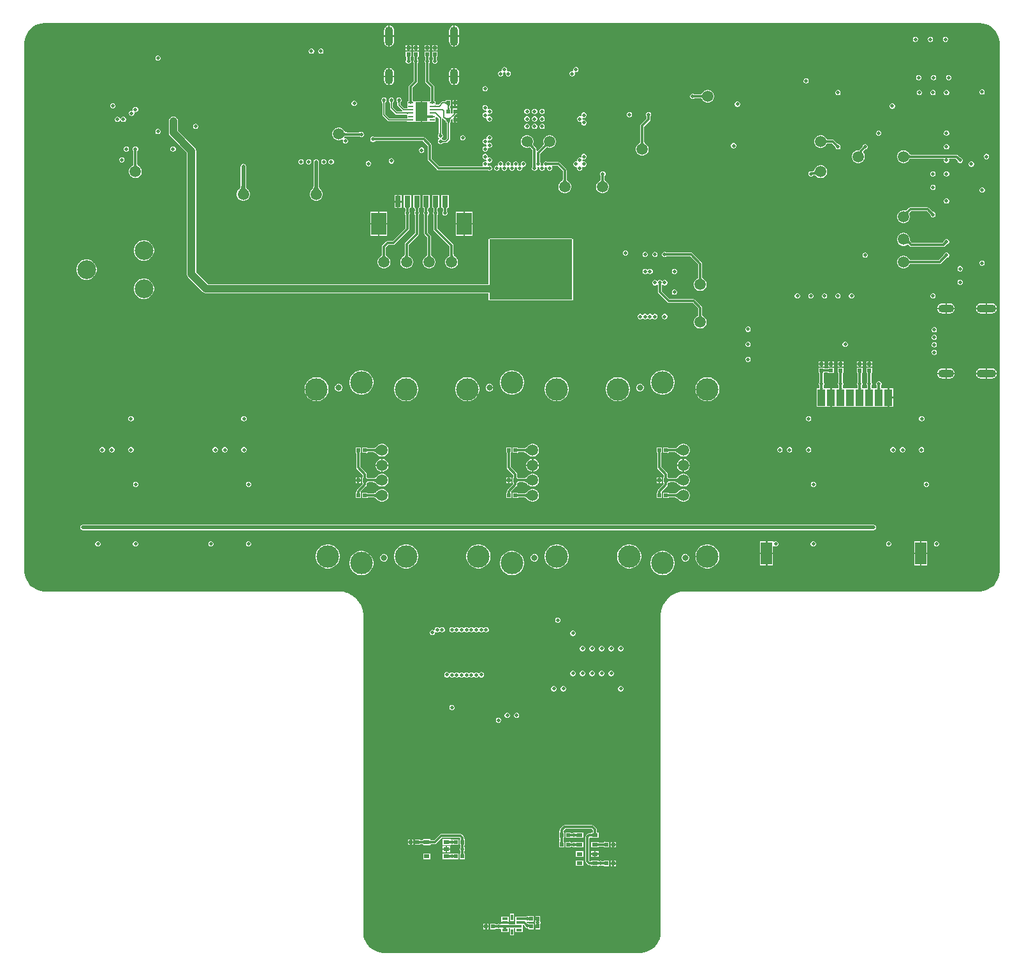
<source format=gbl>
G04*
G04 #@! TF.GenerationSoftware,Altium Limited,Altium Designer,23.3.1 (30)*
G04*
G04 Layer_Physical_Order=4*
G04 Layer_Color=16711680*
%FSLAX44Y44*%
%MOMM*%
G71*
G04*
G04 #@! TF.SameCoordinates,DCB42576-95BD-42AD-BAF6-B7D1C35FFA17*
G04*
G04*
G04 #@! TF.FilePolarity,Positive*
G04*
G01*
G75*
%ADD10C,0.2000*%
%ADD17R,0.5200X0.4700*%
%ADD18R,0.4700X0.5200*%
%ADD23R,0.8000X0.5000*%
%ADD28R,0.8000X0.6000*%
%ADD36R,0.7500X1.5000*%
%ADD37R,2.0000X3.0000*%
%ADD114C,0.7500*%
%ADD125C,0.3000*%
%ADD126C,0.5000*%
%ADD129O,2.1000X1.1000*%
%ADD130O,2.6000X1.1000*%
%ADD131O,1.1000X2.1000*%
%ADD132O,1.1000X2.6000*%
%ADD133C,5.0000*%
%ADD134C,1.5000*%
%ADD135C,3.0000*%
%ADD136C,0.8000*%
%ADD137C,2.5000*%
%ADD138C,0.5000*%
%ADD139C,1.0000*%
%ADD140R,0.7000X0.2500*%
%ADD141R,1.6000X2.5000*%
%ADD142R,1.0000X2.3000*%
%ADD143R,1.5000X2.9500*%
%ADD144R,0.8000X0.3000*%
%ADD145R,0.3000X0.8000*%
G36*
X621799Y1197451D02*
X625367Y1196982D01*
X628843Y1196050D01*
X632167Y1194673D01*
X635284Y1192874D01*
X638139Y1190683D01*
X640683Y1188139D01*
X642874Y1185284D01*
X644673Y1182167D01*
X646050Y1178843D01*
X646981Y1175367D01*
X647451Y1171799D01*
X647451Y1170000D01*
X647451Y470000D01*
X647451Y468201D01*
X646982Y464633D01*
X646050Y461157D01*
X644673Y457832D01*
X642874Y454716D01*
X640683Y451861D01*
X638139Y449317D01*
X635284Y447126D01*
X632167Y445327D01*
X628843Y443950D01*
X625367Y443018D01*
X621799Y442549D01*
X230000D01*
X229958Y442541D01*
X229917Y442547D01*
X227955Y442483D01*
X227831Y442454D01*
X227705Y442463D01*
X223815Y441950D01*
X223655Y441897D01*
X223488Y441885D01*
X219697Y440870D01*
X219546Y440796D01*
X219381Y440763D01*
X215756Y439261D01*
X215616Y439168D01*
X215457Y439114D01*
X212059Y437151D01*
X211932Y437041D01*
X211781Y436966D01*
X208668Y434577D01*
X208557Y434451D01*
X208417Y434357D01*
X205643Y431583D01*
X205549Y431443D01*
X205423Y431332D01*
X203034Y428219D01*
X202959Y428068D01*
X202849Y427942D01*
X200886Y424543D01*
X200832Y424384D01*
X200739Y424244D01*
X199237Y420619D01*
X199205Y420454D01*
X199130Y420303D01*
X198114Y416512D01*
X198104Y416344D01*
X198049Y416185D01*
X197537Y412295D01*
X197546Y412169D01*
X197517Y412045D01*
X197453Y410083D01*
X197460Y410042D01*
X197451Y410000D01*
X197451Y-10000D01*
Y-11799D01*
X196982Y-15367D01*
X196050Y-18843D01*
X194673Y-22167D01*
X192874Y-25284D01*
X190683Y-28139D01*
X188139Y-30683D01*
X185284Y-32874D01*
X182167Y-34673D01*
X178843Y-36050D01*
X175367Y-36981D01*
X171799Y-37451D01*
X-170000D01*
X-171799Y-37451D01*
X-175367Y-36981D01*
X-178843Y-36050D01*
X-182167Y-34673D01*
X-185284Y-32874D01*
X-188139Y-30683D01*
X-190683Y-28139D01*
X-192874Y-25284D01*
X-194673Y-22167D01*
X-196050Y-18843D01*
X-196982Y-15367D01*
X-197451Y-11799D01*
Y-10000D01*
Y410000D01*
X-197460Y410042D01*
X-197453Y410083D01*
X-197517Y412046D01*
X-197546Y412169D01*
X-197537Y412295D01*
X-198050Y416185D01*
X-198104Y416345D01*
X-198114Y416512D01*
X-199130Y420303D01*
X-199205Y420454D01*
X-199237Y420619D01*
X-200739Y424244D01*
X-200833Y424384D01*
X-200886Y424543D01*
X-202849Y427942D01*
X-202959Y428068D01*
X-203034Y428219D01*
X-205423Y431332D01*
X-205549Y431443D01*
X-205643Y431583D01*
X-208417Y434357D01*
X-208557Y434451D01*
X-208668Y434577D01*
X-211781Y436966D01*
X-211932Y437040D01*
X-212059Y437151D01*
X-215457Y439114D01*
X-215616Y439168D01*
X-215756Y439261D01*
X-219382Y440763D01*
X-219546Y440796D01*
X-219697Y440870D01*
X-223488Y441885D01*
X-223655Y441897D01*
X-223815Y441950D01*
X-227705Y442463D01*
X-227831Y442454D01*
X-227955Y442483D01*
X-229917Y442547D01*
X-229958Y442541D01*
X-230000Y442549D01*
X-620000Y442549D01*
X-621799D01*
X-625367Y443018D01*
X-628843Y443950D01*
X-632168Y445327D01*
X-635284Y447126D01*
X-638139Y449317D01*
X-640683Y451861D01*
X-642874Y454716D01*
X-644673Y457833D01*
X-646050Y461157D01*
X-646982Y464633D01*
X-647451Y468201D01*
Y470000D01*
Y1170000D01*
Y1171799D01*
X-646982Y1175367D01*
X-646050Y1178843D01*
X-644673Y1182168D01*
X-642874Y1185284D01*
X-640683Y1188139D01*
X-638139Y1190683D01*
X-635284Y1192874D01*
X-632167Y1194673D01*
X-628843Y1196050D01*
X-625367Y1196981D01*
X-621799Y1197451D01*
X620000D01*
X621799Y1197451D01*
D02*
G37*
%LPC*%
G36*
X-75800Y1193924D02*
Y1181000D01*
X-70244D01*
Y1187500D01*
X-70467Y1189197D01*
X-71122Y1190778D01*
X-72164Y1192136D01*
X-73522Y1193178D01*
X-75103Y1193833D01*
X-75800Y1193924D01*
D02*
G37*
G36*
X-77800Y1193924D02*
X-78497Y1193833D01*
X-80078Y1193178D01*
X-81436Y1192136D01*
X-82478Y1190778D01*
X-83133Y1189197D01*
X-83356Y1187500D01*
Y1181000D01*
X-77800D01*
Y1193924D01*
D02*
G37*
G36*
X-162200Y1193924D02*
Y1181000D01*
X-156644D01*
Y1187500D01*
X-156867Y1189197D01*
X-157522Y1190778D01*
X-158564Y1192136D01*
X-159922Y1193178D01*
X-161503Y1193833D01*
X-162200Y1193924D01*
D02*
G37*
G36*
X-164200Y1193924D02*
X-164897Y1193833D01*
X-166478Y1193178D01*
X-167836Y1192136D01*
X-168878Y1190778D01*
X-169533Y1189197D01*
X-169756Y1187500D01*
Y1181000D01*
X-164200D01*
Y1193924D01*
D02*
G37*
G36*
X576396Y1179200D02*
X575004D01*
X573717Y1178667D01*
X572733Y1177683D01*
X572200Y1176396D01*
Y1175004D01*
X572733Y1173717D01*
X573717Y1172733D01*
X575004Y1172200D01*
X576396D01*
X577683Y1172733D01*
X578667Y1173717D01*
X579200Y1175004D01*
Y1176396D01*
X578667Y1177683D01*
X577683Y1178667D01*
X576396Y1179200D01*
D02*
G37*
G36*
X556396D02*
X555004D01*
X553717Y1178667D01*
X552733Y1177683D01*
X552200Y1176396D01*
Y1175004D01*
X552733Y1173717D01*
X553717Y1172733D01*
X555004Y1172200D01*
X556396D01*
X557683Y1172733D01*
X558667Y1173717D01*
X559200Y1175004D01*
Y1176396D01*
X558667Y1177683D01*
X557683Y1178667D01*
X556396Y1179200D01*
D02*
G37*
G36*
X536396D02*
X535004D01*
X533717Y1178667D01*
X532733Y1177683D01*
X532200Y1176396D01*
Y1175004D01*
X532733Y1173717D01*
X533717Y1172733D01*
X535004Y1172200D01*
X536396D01*
X537683Y1172733D01*
X538667Y1173717D01*
X539200Y1175004D01*
Y1176396D01*
X538667Y1177683D01*
X537683Y1178667D01*
X536396Y1179200D01*
D02*
G37*
G36*
X-164200Y1179000D02*
X-169756D01*
Y1172500D01*
X-169533Y1170803D01*
X-168878Y1169222D01*
X-167836Y1167864D01*
X-166478Y1166822D01*
X-164897Y1166167D01*
X-164200Y1166076D01*
Y1179000D01*
D02*
G37*
G36*
X-70244Y1179000D02*
X-75800D01*
Y1166076D01*
X-75103Y1166167D01*
X-73522Y1166822D01*
X-72164Y1167864D01*
X-71122Y1169222D01*
X-70467Y1170803D01*
X-70244Y1172500D01*
Y1179000D01*
D02*
G37*
G36*
X-77800D02*
X-83356D01*
Y1172500D01*
X-83133Y1170803D01*
X-82478Y1169222D01*
X-81436Y1167864D01*
X-80078Y1166822D01*
X-78497Y1166167D01*
X-77800Y1166076D01*
Y1179000D01*
D02*
G37*
G36*
X-156644Y1179000D02*
X-162200D01*
Y1166076D01*
X-161503Y1166167D01*
X-159922Y1166822D01*
X-158564Y1167864D01*
X-157522Y1169222D01*
X-156867Y1170803D01*
X-156644Y1172500D01*
Y1179000D01*
D02*
G37*
G36*
X-123900Y1167650D02*
X-126500D01*
Y1165300D01*
X-123900D01*
Y1167650D01*
D02*
G37*
G36*
X-128500D02*
X-131100D01*
Y1165300D01*
X-128500D01*
Y1167650D01*
D02*
G37*
G36*
X-108900D02*
X-111500D01*
Y1165300D01*
X-108900D01*
Y1167650D01*
D02*
G37*
G36*
X-113500D02*
X-116100D01*
Y1165300D01*
X-113500D01*
Y1167650D01*
D02*
G37*
G36*
X-133900D02*
X-136500D01*
Y1165300D01*
X-133900D01*
Y1167650D01*
D02*
G37*
G36*
X-138500D02*
X-141100D01*
Y1165300D01*
X-138500D01*
Y1167650D01*
D02*
G37*
G36*
X-98900D02*
X-101500D01*
Y1165300D01*
X-98900D01*
Y1167650D01*
D02*
G37*
G36*
X-103500D02*
X-106100D01*
Y1165300D01*
X-103500D01*
Y1167650D01*
D02*
G37*
G36*
X-98900Y1163300D02*
X-101500D01*
Y1160950D01*
X-98900D01*
Y1163300D01*
D02*
G37*
G36*
X-103500D02*
X-106100D01*
Y1160950D01*
X-103500D01*
Y1163300D01*
D02*
G37*
G36*
X-108900Y1163300D02*
X-111500D01*
Y1160950D01*
X-108900D01*
Y1163300D01*
D02*
G37*
G36*
X-113500D02*
X-116100D01*
Y1160950D01*
X-113500D01*
Y1163300D01*
D02*
G37*
G36*
X-123900Y1163300D02*
X-126500D01*
Y1160950D01*
X-123900D01*
Y1163300D01*
D02*
G37*
G36*
X-128500D02*
X-131100D01*
Y1160950D01*
X-128500D01*
Y1163300D01*
D02*
G37*
G36*
X-133900Y1163300D02*
X-136500D01*
Y1160950D01*
X-133900D01*
Y1163300D01*
D02*
G37*
G36*
X-138500D02*
X-141100D01*
Y1160950D01*
X-138500D01*
Y1163300D01*
D02*
G37*
G36*
X-253054Y1163500D02*
X-254446D01*
X-255733Y1162967D01*
X-256717Y1161983D01*
X-257250Y1160696D01*
Y1159304D01*
X-256717Y1158017D01*
X-255733Y1157033D01*
X-254446Y1156500D01*
X-253054D01*
X-251767Y1157033D01*
X-250783Y1158017D01*
X-250250Y1159304D01*
Y1160696D01*
X-250783Y1161983D01*
X-251767Y1162967D01*
X-253054Y1163500D01*
D02*
G37*
G36*
X-265554D02*
X-266946D01*
X-268233Y1162967D01*
X-269217Y1161983D01*
X-269750Y1160696D01*
Y1159304D01*
X-269217Y1158017D01*
X-268233Y1157033D01*
X-266946Y1156500D01*
X-265554D01*
X-264267Y1157033D01*
X-263283Y1158017D01*
X-262750Y1159304D01*
Y1160696D01*
X-263283Y1161983D01*
X-264267Y1162967D01*
X-265554Y1163500D01*
D02*
G37*
G36*
X-108900Y1159050D02*
X-116100D01*
Y1153620D01*
X-116100Y1153606D01*
X-116140Y1153539D01*
X-116136Y1153418D01*
X-116152Y1153381D01*
X-116100Y1152350D01*
X-115523D01*
X-115523Y1152350D01*
X-115523D01*
X-115121Y1151212D01*
X-115092Y1150892D01*
X-115082Y1150360D01*
X-115065Y1150321D01*
X-115082Y1150279D01*
X-115085Y1150015D01*
X-115103Y1149576D01*
X-115135Y1149254D01*
X-115150Y1149167D01*
X-115162Y1149117D01*
X-115172Y1149097D01*
X-115173Y1149085D01*
X-115185Y1149051D01*
X-115184Y1149036D01*
X-115467Y1148753D01*
X-116000Y1147466D01*
Y1146074D01*
X-115467Y1144787D01*
X-115184Y1144504D01*
X-115185Y1144489D01*
X-115173Y1144455D01*
X-115172Y1144443D01*
X-115162Y1144423D01*
X-115150Y1144373D01*
X-115139Y1144304D01*
X-115085Y1143510D01*
X-115082Y1143260D01*
X-115049Y1143182D01*
Y1119610D01*
X-114855Y1118634D01*
X-114302Y1117808D01*
X-108199Y1111704D01*
Y1095572D01*
X-108232Y1095498D01*
X-108246Y1094961D01*
X-108285Y1094526D01*
X-108344Y1094170D01*
X-108418Y1093896D01*
X-108494Y1093710D01*
X-108557Y1093606D01*
X-108591Y1093569D01*
X-108598Y1093565D01*
X-108605Y1093563D01*
X-108763Y1093546D01*
X-108848Y1093500D01*
X-109730D01*
X-110150Y1093500D01*
Y1093500D01*
X-111000Y1093500D01*
Y1093500D01*
X-119000D01*
Y1080000D01*
Y1066500D01*
X-111420D01*
X-111000Y1066500D01*
Y1066500D01*
X-110150Y1066500D01*
Y1066500D01*
X-101150D01*
Y1071000D01*
X-101150D01*
X-101150Y1072492D01*
X-99977Y1072978D01*
X-97039Y1070041D01*
Y1051419D01*
X-97082Y1051324D01*
X-97088Y1051110D01*
X-97104Y1050943D01*
X-97129Y1050793D01*
X-97162Y1050657D01*
X-97202Y1050534D01*
X-97249Y1050423D01*
X-97302Y1050323D01*
X-97362Y1050229D01*
X-97431Y1050142D01*
X-97541Y1050025D01*
X-97610Y1049840D01*
X-97967Y1049483D01*
X-98500Y1048196D01*
Y1046804D01*
X-97967Y1045517D01*
X-96983Y1044533D01*
X-96752Y1044437D01*
Y1043063D01*
X-96983Y1042967D01*
X-97967Y1041983D01*
X-98500Y1040696D01*
Y1039304D01*
X-97967Y1038017D01*
X-96983Y1037033D01*
X-95696Y1036500D01*
X-94304D01*
X-93017Y1037033D01*
X-92660Y1037390D01*
X-92475Y1037459D01*
X-92358Y1037569D01*
X-92271Y1037637D01*
X-92177Y1037698D01*
X-92077Y1037751D01*
X-91966Y1037798D01*
X-91843Y1037838D01*
X-91707Y1037871D01*
X-91557Y1037896D01*
X-91390Y1037912D01*
X-91176Y1037918D01*
X-91081Y1037961D01*
X-87760D01*
X-86980Y1038116D01*
X-86318Y1038558D01*
X-82858Y1042018D01*
X-82858Y1042018D01*
X-82416Y1042680D01*
X-82261Y1043460D01*
X-82261Y1043460D01*
Y1064056D01*
X-82218Y1064152D01*
X-82209Y1064505D01*
X-82185Y1064777D01*
X-82150Y1064989D01*
X-82111Y1065138D01*
X-82106Y1065150D01*
X-80950D01*
Y1068259D01*
X-80911Y1068322D01*
X-80932Y1068409D01*
X-80898Y1068491D01*
X-80950Y1068616D01*
Y1069003D01*
X-80234Y1069711D01*
X-79050Y1069174D01*
Y1065150D01*
X-76700D01*
Y1068750D01*
Y1073058D01*
X-76893Y1073523D01*
X-75108Y1075308D01*
X-75108Y1075308D01*
X-74666Y1075970D01*
X-74580Y1076400D01*
X-72350D01*
Y1083600D01*
X-79050D01*
Y1077533D01*
X-79680Y1077047D01*
X-80482Y1077288D01*
X-80950Y1077635D01*
Y1083600D01*
X-82106D01*
X-82111Y1083612D01*
X-82150Y1083761D01*
X-82185Y1083973D01*
X-82209Y1084245D01*
X-82218Y1084598D01*
X-82261Y1084694D01*
Y1086556D01*
X-82218Y1086652D01*
X-82209Y1087005D01*
X-82185Y1087277D01*
X-82150Y1087489D01*
X-82111Y1087638D01*
X-82106Y1087650D01*
X-80950D01*
Y1094850D01*
X-87650D01*
Y1093444D01*
X-87662Y1093439D01*
X-87811Y1093400D01*
X-88023Y1093365D01*
X-88294Y1093341D01*
X-88647Y1093332D01*
X-88744Y1093289D01*
X-92275D01*
X-93055Y1093134D01*
X-93717Y1092692D01*
X-97620Y1088789D01*
X-99967D01*
X-100126Y1088817D01*
X-100160Y1088832D01*
X-101150Y1089000D01*
Y1093500D01*
X-102452D01*
X-102537Y1093546D01*
X-102695Y1093563D01*
X-102702Y1093565D01*
X-102709Y1093569D01*
X-102743Y1093606D01*
X-102806Y1093710D01*
X-102882Y1093896D01*
X-102956Y1094170D01*
X-103015Y1094526D01*
X-103054Y1094961D01*
X-103068Y1095498D01*
X-103101Y1095572D01*
Y1112760D01*
X-103295Y1113735D01*
X-103848Y1114562D01*
X-109951Y1120666D01*
Y1143182D01*
X-109918Y1143260D01*
X-109915Y1143525D01*
X-109897Y1143964D01*
X-109865Y1144286D01*
X-109850Y1144373D01*
X-109838Y1144423D01*
X-109828Y1144443D01*
X-109827Y1144455D01*
X-109815Y1144489D01*
X-109816Y1144504D01*
X-109533Y1144787D01*
X-109000Y1146074D01*
Y1147466D01*
X-109533Y1148753D01*
X-109816Y1149036D01*
X-109815Y1149051D01*
X-109827Y1149085D01*
X-109828Y1149097D01*
X-109838Y1149117D01*
X-109850Y1149167D01*
X-109861Y1149236D01*
X-109916Y1150030D01*
X-109918Y1150279D01*
X-109935Y1150321D01*
X-109918Y1150360D01*
X-109908Y1150907D01*
X-109888Y1151212D01*
X-109477Y1152350D01*
X-109477D01*
X-109477Y1152350D01*
X-108900Y1152350D01*
X-108848Y1153381D01*
X-108864Y1153418D01*
X-108860Y1153539D01*
X-108900Y1153606D01*
Y1159050D01*
D02*
G37*
G36*
X-98900D02*
X-106100D01*
Y1153620D01*
X-106100Y1153606D01*
X-106140Y1153539D01*
X-106136Y1153418D01*
X-106152Y1153381D01*
X-106100Y1152350D01*
X-105523D01*
X-105523Y1152350D01*
X-105523D01*
X-105121Y1151212D01*
X-105092Y1150892D01*
X-105082Y1150360D01*
X-105065Y1150321D01*
X-105082Y1150279D01*
X-105085Y1150015D01*
X-105103Y1149576D01*
X-105135Y1149254D01*
X-105150Y1149167D01*
X-105162Y1149117D01*
X-105172Y1149097D01*
X-105173Y1149085D01*
X-105185Y1149051D01*
X-105184Y1149036D01*
X-105467Y1148753D01*
X-106000Y1147466D01*
Y1146074D01*
X-105467Y1144787D01*
X-104483Y1143803D01*
X-103196Y1143270D01*
X-101804D01*
X-100517Y1143803D01*
X-99533Y1144787D01*
X-99000Y1146074D01*
Y1147466D01*
X-99533Y1148753D01*
X-99816Y1149036D01*
X-99815Y1149051D01*
X-99827Y1149085D01*
X-99828Y1149097D01*
X-99838Y1149117D01*
X-99850Y1149167D01*
X-99861Y1149236D01*
X-99915Y1150030D01*
X-99918Y1150279D01*
X-99935Y1150321D01*
X-99918Y1150360D01*
X-99908Y1150907D01*
X-99888Y1151212D01*
X-99477Y1152350D01*
X-99477D01*
X-99477Y1152350D01*
X-98900Y1152350D01*
X-98848Y1153381D01*
X-98864Y1153418D01*
X-98860Y1153539D01*
X-98900Y1153606D01*
Y1159050D01*
D02*
G37*
G36*
X-123900D02*
X-131100D01*
Y1153620D01*
X-131100Y1153606D01*
X-131140Y1153539D01*
X-131136Y1153418D01*
X-131152Y1153381D01*
X-131100Y1152350D01*
X-130523D01*
X-130523Y1152350D01*
X-130523D01*
X-130121Y1151212D01*
X-130092Y1150892D01*
X-130082Y1150360D01*
X-130065Y1150321D01*
X-130082Y1150279D01*
X-130085Y1150015D01*
X-130103Y1149576D01*
X-130135Y1149254D01*
X-130150Y1149167D01*
X-130162Y1149117D01*
X-130172Y1149097D01*
X-130173Y1149085D01*
X-130185Y1149051D01*
X-130184Y1149036D01*
X-130467Y1148753D01*
X-131000Y1147466D01*
Y1146074D01*
X-130467Y1144787D01*
X-130184Y1144504D01*
X-130185Y1144489D01*
X-130173Y1144455D01*
X-130172Y1144443D01*
X-130162Y1144423D01*
X-130150Y1144373D01*
X-130139Y1144304D01*
X-130085Y1143510D01*
X-130082Y1143260D01*
X-130049Y1143182D01*
Y1120696D01*
X-136152Y1114592D01*
X-136705Y1113765D01*
X-136899Y1112790D01*
Y1095572D01*
X-136932Y1095498D01*
X-136946Y1094961D01*
X-136985Y1094526D01*
X-137044Y1094170D01*
X-137118Y1093896D01*
X-137194Y1093710D01*
X-137257Y1093606D01*
X-137291Y1093569D01*
X-137298Y1093565D01*
X-137305Y1093563D01*
X-137463Y1093546D01*
X-137548Y1093500D01*
X-138850D01*
Y1090270D01*
X-138850Y1089000D01*
X-138850D01*
Y1089000D01*
X-138850D01*
Y1085004D01*
X-138850D01*
X-139827Y1084332D01*
X-139852Y1084322D01*
X-140033Y1084289D01*
X-142875D01*
X-147961Y1089375D01*
Y1091081D01*
X-147918Y1091176D01*
X-147912Y1091390D01*
X-147896Y1091557D01*
X-147871Y1091707D01*
X-147838Y1091843D01*
X-147798Y1091966D01*
X-147751Y1092077D01*
X-147698Y1092177D01*
X-147638Y1092271D01*
X-147569Y1092358D01*
X-147459Y1092475D01*
X-147390Y1092660D01*
X-147033Y1093017D01*
X-146500Y1094304D01*
Y1095696D01*
X-147033Y1096983D01*
X-148017Y1097967D01*
X-149304Y1098500D01*
X-150696D01*
X-151983Y1097967D01*
X-152967Y1096983D01*
X-153500Y1095696D01*
Y1094304D01*
X-152967Y1093017D01*
X-152610Y1092660D01*
X-152541Y1092475D01*
X-152431Y1092358D01*
X-152362Y1092271D01*
X-152302Y1092177D01*
X-152249Y1092077D01*
X-152202Y1091966D01*
X-152162Y1091843D01*
X-152129Y1091707D01*
X-152104Y1091557D01*
X-152088Y1091390D01*
X-152082Y1091176D01*
X-152039Y1091081D01*
Y1088530D01*
X-151884Y1087750D01*
X-151442Y1087088D01*
X-145413Y1081059D01*
X-145689Y1080073D01*
X-145892Y1079789D01*
X-152345D01*
X-157981Y1085425D01*
Y1091081D01*
X-157938Y1091176D01*
X-157932Y1091390D01*
X-157916Y1091557D01*
X-157891Y1091707D01*
X-157858Y1091843D01*
X-157818Y1091966D01*
X-157771Y1092077D01*
X-157718Y1092177D01*
X-157658Y1092271D01*
X-157589Y1092358D01*
X-157479Y1092475D01*
X-157410Y1092660D01*
X-157053Y1093017D01*
X-156520Y1094304D01*
Y1095696D01*
X-157053Y1096983D01*
X-158037Y1097967D01*
X-159324Y1098500D01*
X-160716D01*
X-162003Y1097967D01*
X-162987Y1096983D01*
X-163520Y1095696D01*
Y1094304D01*
X-162987Y1093017D01*
X-162630Y1092660D01*
X-162561Y1092475D01*
X-162451Y1092358D01*
X-162383Y1092271D01*
X-162322Y1092177D01*
X-162269Y1092077D01*
X-162222Y1091966D01*
X-162182Y1091843D01*
X-162149Y1091707D01*
X-162124Y1091557D01*
X-162108Y1091390D01*
X-162102Y1091176D01*
X-162059Y1091081D01*
Y1084580D01*
X-161904Y1083800D01*
X-161462Y1083138D01*
X-154632Y1076308D01*
X-153970Y1075866D01*
X-153190Y1075711D01*
X-140033D01*
X-139874Y1075683D01*
X-139840Y1075668D01*
X-139818Y1075664D01*
X-138850Y1074996D01*
X-138850D01*
Y1071504D01*
X-138850D01*
X-139827Y1070832D01*
X-139852Y1070822D01*
X-140033Y1070789D01*
X-162395D01*
X-168141Y1076535D01*
Y1090975D01*
X-168101Y1091053D01*
X-168109Y1091079D01*
X-168098Y1091104D01*
X-168091Y1091317D01*
X-168075Y1091477D01*
X-168050Y1091620D01*
X-168017Y1091746D01*
X-167978Y1091857D01*
X-167932Y1091955D01*
X-167881Y1092042D01*
X-167824Y1092122D01*
X-167758Y1092196D01*
X-167645Y1092302D01*
X-167558Y1092492D01*
X-167033Y1093017D01*
X-166500Y1094304D01*
Y1095696D01*
X-167033Y1096983D01*
X-168017Y1097967D01*
X-169304Y1098500D01*
X-170696D01*
X-171983Y1097967D01*
X-172967Y1096983D01*
X-173500Y1095696D01*
Y1094304D01*
X-172967Y1093017D01*
X-172757Y1092807D01*
X-172713Y1092662D01*
X-172609Y1092534D01*
X-172541Y1092434D01*
X-172480Y1092329D01*
X-172426Y1092215D01*
X-172379Y1092092D01*
X-172339Y1091958D01*
X-172307Y1091812D01*
X-172283Y1091654D01*
X-172268Y1091481D01*
X-172262Y1091266D01*
X-172219Y1091170D01*
Y1075690D01*
X-172064Y1074910D01*
X-171622Y1074248D01*
X-164682Y1067308D01*
X-164682Y1067308D01*
X-164020Y1066866D01*
X-163240Y1066711D01*
X-163240Y1066711D01*
X-140094D01*
X-138850Y1066500D01*
X-137819Y1066448D01*
X-137694Y1066500D01*
X-137580Y1066500D01*
X-130270D01*
X-129000Y1066500D01*
X-128580Y1066500D01*
X-121000D01*
Y1080000D01*
Y1093500D01*
X-128580D01*
X-129000Y1093500D01*
X-130270Y1093500D01*
X-131152D01*
X-131237Y1093546D01*
X-131395Y1093563D01*
X-131402Y1093565D01*
X-131409Y1093569D01*
X-131443Y1093606D01*
X-131506Y1093710D01*
X-131582Y1093896D01*
X-131656Y1094170D01*
X-131715Y1094526D01*
X-131754Y1094961D01*
X-131768Y1095498D01*
X-131801Y1095572D01*
Y1111734D01*
X-125698Y1117838D01*
X-125145Y1118664D01*
X-124951Y1119640D01*
Y1143182D01*
X-124918Y1143260D01*
X-124915Y1143525D01*
X-124897Y1143964D01*
X-124865Y1144286D01*
X-124850Y1144373D01*
X-124838Y1144423D01*
X-124828Y1144443D01*
X-124827Y1144455D01*
X-124815Y1144489D01*
X-124816Y1144504D01*
X-124533Y1144787D01*
X-124000Y1146074D01*
Y1147466D01*
X-124533Y1148753D01*
X-124816Y1149036D01*
X-124815Y1149051D01*
X-124827Y1149085D01*
X-124828Y1149097D01*
X-124838Y1149117D01*
X-124850Y1149167D01*
X-124861Y1149236D01*
X-124915Y1150030D01*
X-124918Y1150279D01*
X-124935Y1150321D01*
X-124918Y1150360D01*
X-124908Y1150907D01*
X-124888Y1151212D01*
X-124477Y1152350D01*
X-124477D01*
X-124477Y1152350D01*
X-123900Y1152350D01*
X-123848Y1153381D01*
X-123864Y1153418D01*
X-123860Y1153539D01*
X-123900Y1153606D01*
Y1159050D01*
D02*
G37*
G36*
X-133900D02*
X-141100D01*
Y1153620D01*
X-141100Y1153606D01*
X-141140Y1153539D01*
X-141136Y1153418D01*
X-141152Y1153381D01*
X-141100Y1152350D01*
X-140523D01*
X-140523Y1152350D01*
X-140523D01*
X-140121Y1151212D01*
X-140092Y1150892D01*
X-140082Y1150360D01*
X-140065Y1150321D01*
X-140082Y1150279D01*
X-140085Y1150015D01*
X-140103Y1149576D01*
X-140135Y1149254D01*
X-140150Y1149167D01*
X-140162Y1149117D01*
X-140172Y1149097D01*
X-140173Y1149085D01*
X-140185Y1149051D01*
X-140184Y1149036D01*
X-140467Y1148753D01*
X-141000Y1147466D01*
Y1146074D01*
X-140467Y1144787D01*
X-139483Y1143803D01*
X-138196Y1143270D01*
X-136804D01*
X-135517Y1143803D01*
X-134533Y1144787D01*
X-134000Y1146074D01*
Y1147466D01*
X-134533Y1148753D01*
X-134816Y1149036D01*
X-134815Y1149051D01*
X-134827Y1149085D01*
X-134828Y1149097D01*
X-134838Y1149117D01*
X-134850Y1149167D01*
X-134861Y1149236D01*
X-134916Y1150030D01*
X-134918Y1150279D01*
X-134935Y1150321D01*
X-134918Y1150360D01*
X-134908Y1150907D01*
X-134888Y1151212D01*
X-134477Y1152350D01*
X-134477D01*
X-134477Y1152350D01*
X-133900Y1152350D01*
X-133848Y1153381D01*
X-133864Y1153418D01*
X-133860Y1153539D01*
X-133900Y1153606D01*
Y1159050D01*
D02*
G37*
G36*
X-469304Y1154350D02*
X-470696D01*
X-471983Y1153817D01*
X-472967Y1152833D01*
X-473500Y1151546D01*
Y1150154D01*
X-472967Y1148867D01*
X-471983Y1147883D01*
X-470696Y1147350D01*
X-469304D01*
X-468017Y1147883D01*
X-467033Y1148867D01*
X-466500Y1150154D01*
Y1151546D01*
X-467033Y1152833D01*
X-468017Y1153817D01*
X-469304Y1154350D01*
D02*
G37*
G36*
X-75800Y1137824D02*
Y1127400D01*
X-70244D01*
Y1131400D01*
X-70467Y1133097D01*
X-71122Y1134678D01*
X-72164Y1136036D01*
X-73522Y1137078D01*
X-75103Y1137733D01*
X-75800Y1137824D01*
D02*
G37*
G36*
X-77800Y1137824D02*
X-78497Y1137733D01*
X-80078Y1137078D01*
X-81436Y1136036D01*
X-82478Y1134678D01*
X-83133Y1133097D01*
X-83356Y1131400D01*
Y1127400D01*
X-77800D01*
Y1137824D01*
D02*
G37*
G36*
X-162200Y1137824D02*
Y1127400D01*
X-156644D01*
Y1131400D01*
X-156867Y1133097D01*
X-157522Y1134678D01*
X-158564Y1136036D01*
X-159922Y1137078D01*
X-161503Y1137733D01*
X-162200Y1137824D01*
D02*
G37*
G36*
X-164200Y1137824D02*
X-164897Y1137733D01*
X-166478Y1137078D01*
X-167836Y1136036D01*
X-168878Y1134678D01*
X-169533Y1133097D01*
X-169756Y1131400D01*
Y1127400D01*
X-164200D01*
Y1137824D01*
D02*
G37*
G36*
X85696Y1139030D02*
X84304D01*
X83017Y1138497D01*
X82033Y1137513D01*
X81500Y1136226D01*
Y1134834D01*
X81646Y1134481D01*
X80696Y1133500D01*
X79304D01*
X78017Y1132967D01*
X77033Y1131983D01*
X76500Y1130696D01*
Y1129304D01*
X77033Y1128017D01*
X78017Y1127033D01*
X79304Y1126500D01*
X80696D01*
X81983Y1127033D01*
X82967Y1128017D01*
X83500Y1129304D01*
Y1130696D01*
X83354Y1131049D01*
X84304Y1132030D01*
X85696D01*
X86983Y1132563D01*
X87967Y1133547D01*
X88500Y1134834D01*
Y1136226D01*
X87967Y1137513D01*
X86983Y1138497D01*
X85696Y1139030D01*
D02*
G37*
G36*
X-9304D02*
X-10696D01*
X-11983Y1138497D01*
X-12967Y1137513D01*
X-13500Y1136226D01*
Y1134834D01*
X-13354Y1134481D01*
X-14304Y1133500D01*
X-15696D01*
X-16983Y1132967D01*
X-17967Y1131983D01*
X-18500Y1130696D01*
Y1129304D01*
X-17967Y1128017D01*
X-16983Y1127033D01*
X-15696Y1126500D01*
X-14304D01*
X-13017Y1127033D01*
X-12033Y1128017D01*
X-11500Y1129304D01*
Y1130696D01*
X-11646Y1131049D01*
X-10696Y1132030D01*
X-9304D01*
X-8354Y1131049D01*
X-8500Y1130696D01*
Y1129304D01*
X-7967Y1128017D01*
X-6983Y1127033D01*
X-5696Y1126500D01*
X-4304D01*
X-3017Y1127033D01*
X-2033Y1128017D01*
X-1500Y1129304D01*
Y1130696D01*
X-2033Y1131983D01*
X-3017Y1132967D01*
X-4304Y1133500D01*
X-5696D01*
X-6646Y1134481D01*
X-6500Y1134834D01*
Y1136226D01*
X-7033Y1137513D01*
X-8017Y1138497D01*
X-9304Y1139030D01*
D02*
G37*
G36*
X580696Y1128300D02*
X579304D01*
X578017Y1127767D01*
X577033Y1126783D01*
X576500Y1125496D01*
Y1124104D01*
X577033Y1122817D01*
X578017Y1121833D01*
X579304Y1121300D01*
X580696D01*
X581983Y1121833D01*
X582967Y1122817D01*
X583500Y1124104D01*
Y1125496D01*
X582967Y1126783D01*
X581983Y1127767D01*
X580696Y1128300D01*
D02*
G37*
G36*
X560696D02*
X559304D01*
X558017Y1127767D01*
X557033Y1126783D01*
X556500Y1125496D01*
Y1124104D01*
X557033Y1122817D01*
X558017Y1121833D01*
X559304Y1121300D01*
X560696D01*
X561983Y1121833D01*
X562967Y1122817D01*
X563500Y1124104D01*
Y1125496D01*
X562967Y1126783D01*
X561983Y1127767D01*
X560696Y1128300D01*
D02*
G37*
G36*
X540696D02*
X539304D01*
X538017Y1127767D01*
X537033Y1126783D01*
X536500Y1125496D01*
Y1124104D01*
X537033Y1122817D01*
X538017Y1121833D01*
X539304Y1121300D01*
X540696D01*
X541983Y1121833D01*
X542967Y1122817D01*
X543500Y1124104D01*
Y1125496D01*
X542967Y1126783D01*
X541983Y1127767D01*
X540696Y1128300D01*
D02*
G37*
G36*
X391346Y1124000D02*
X389954D01*
X388667Y1123467D01*
X387683Y1122483D01*
X387150Y1121196D01*
Y1119804D01*
X387683Y1118517D01*
X388667Y1117533D01*
X389954Y1117000D01*
X391346D01*
X392632Y1117533D01*
X393617Y1118517D01*
X394150Y1119804D01*
Y1121196D01*
X393617Y1122483D01*
X392632Y1123467D01*
X391346Y1124000D01*
D02*
G37*
G36*
X-70244Y1125400D02*
X-75800D01*
Y1114976D01*
X-75103Y1115067D01*
X-73522Y1115722D01*
X-72164Y1116764D01*
X-71122Y1118122D01*
X-70467Y1119703D01*
X-70244Y1121400D01*
Y1125400D01*
D02*
G37*
G36*
X-164200Y1125400D02*
X-169756D01*
Y1121400D01*
X-169533Y1119703D01*
X-168878Y1118122D01*
X-167836Y1116764D01*
X-166478Y1115722D01*
X-164897Y1115067D01*
X-164200Y1114976D01*
Y1125400D01*
D02*
G37*
G36*
X-156644D02*
X-162200D01*
Y1114976D01*
X-161503Y1115067D01*
X-159922Y1115722D01*
X-158564Y1116764D01*
X-157522Y1118122D01*
X-156867Y1119703D01*
X-156644Y1121400D01*
Y1125400D01*
D02*
G37*
G36*
X-77800Y1125400D02*
X-83356D01*
Y1121400D01*
X-83133Y1119703D01*
X-82478Y1118122D01*
X-81436Y1116764D01*
X-80078Y1115722D01*
X-78497Y1115067D01*
X-77800Y1114976D01*
Y1125400D01*
D02*
G37*
G36*
X-34834Y1113500D02*
X-36226D01*
X-37513Y1112967D01*
X-38497Y1111983D01*
X-39030Y1110696D01*
Y1109304D01*
X-38497Y1108017D01*
X-37513Y1107033D01*
X-36226Y1106500D01*
X-34834D01*
X-33547Y1107033D01*
X-32563Y1108017D01*
X-32030Y1109304D01*
Y1110696D01*
X-32563Y1111983D01*
X-33547Y1112967D01*
X-34834Y1113500D01*
D02*
G37*
G36*
X261119Y1108500D02*
X258881D01*
X256719Y1107921D01*
X254781Y1106802D01*
X253198Y1105219D01*
X252248Y1103573D01*
X252172Y1103511D01*
X252061Y1103304D01*
X251973Y1103189D01*
X251856Y1103079D01*
X251701Y1102972D01*
X251498Y1102869D01*
X251241Y1102775D01*
X250927Y1102695D01*
X250556Y1102635D01*
X250130Y1102596D01*
X249622Y1102582D01*
X249548Y1102549D01*
X243588D01*
X243510Y1102582D01*
X243245Y1102585D01*
X242806Y1102603D01*
X242484Y1102635D01*
X242397Y1102651D01*
X242347Y1102663D01*
X242327Y1102672D01*
X242315Y1102673D01*
X242281Y1102685D01*
X242266Y1102684D01*
X241983Y1102967D01*
X240696Y1103500D01*
X239304D01*
X238017Y1102967D01*
X237033Y1101983D01*
X236500Y1100696D01*
Y1099304D01*
X237033Y1098017D01*
X238017Y1097033D01*
X239304Y1096500D01*
X240696D01*
X241983Y1097033D01*
X242266Y1097316D01*
X242281Y1097315D01*
X242315Y1097327D01*
X242327Y1097328D01*
X242347Y1097337D01*
X242397Y1097349D01*
X242466Y1097361D01*
X243260Y1097415D01*
X243510Y1097418D01*
X243588Y1097451D01*
X249548D01*
X249622Y1097418D01*
X250130Y1097404D01*
X250556Y1097365D01*
X250927Y1097305D01*
X251241Y1097225D01*
X251498Y1097131D01*
X251702Y1097028D01*
X251856Y1096921D01*
X251972Y1096812D01*
X252061Y1096696D01*
X252172Y1096489D01*
X252248Y1096427D01*
X253198Y1094781D01*
X254781Y1093198D01*
X256719Y1092079D01*
X258881Y1091500D01*
X261119D01*
X263281Y1092079D01*
X265219Y1093198D01*
X266802Y1094781D01*
X267921Y1096719D01*
X268500Y1098881D01*
Y1101119D01*
X267921Y1103281D01*
X266802Y1105219D01*
X265219Y1106802D01*
X263281Y1107921D01*
X261119Y1108500D01*
D02*
G37*
G36*
X624996Y1109200D02*
X623604D01*
X622317Y1108667D01*
X621333Y1107683D01*
X620800Y1106396D01*
Y1105004D01*
X621333Y1103717D01*
X622317Y1102733D01*
X623604Y1102200D01*
X624996D01*
X626283Y1102733D01*
X627267Y1103717D01*
X627800Y1105004D01*
Y1106396D01*
X627267Y1107683D01*
X626283Y1108667D01*
X624996Y1109200D01*
D02*
G37*
G36*
X577696Y1108500D02*
X576304D01*
X575017Y1107967D01*
X574033Y1106982D01*
X573500Y1105696D01*
Y1104304D01*
X574033Y1103017D01*
X575017Y1102033D01*
X576304Y1101500D01*
X577696D01*
X578983Y1102033D01*
X579967Y1103017D01*
X580500Y1104304D01*
Y1105696D01*
X579967Y1106982D01*
X578983Y1107967D01*
X577696Y1108500D01*
D02*
G37*
G36*
X559696D02*
X558304D01*
X557017Y1107967D01*
X556033Y1106982D01*
X555500Y1105696D01*
Y1104304D01*
X556033Y1103017D01*
X557017Y1102033D01*
X558304Y1101500D01*
X559696D01*
X560983Y1102033D01*
X561967Y1103017D01*
X562500Y1104304D01*
Y1105696D01*
X561967Y1106982D01*
X560983Y1107967D01*
X559696Y1108500D01*
D02*
G37*
G36*
X541696D02*
X540304D01*
X539017Y1107967D01*
X538033Y1106982D01*
X537500Y1105696D01*
Y1104304D01*
X538033Y1103017D01*
X539017Y1102033D01*
X540304Y1101500D01*
X541696D01*
X542982Y1102033D01*
X543967Y1103017D01*
X544500Y1104304D01*
Y1105696D01*
X543967Y1106982D01*
X542982Y1107967D01*
X541696Y1108500D01*
D02*
G37*
G36*
X433696D02*
X432304D01*
X431017Y1107967D01*
X430033Y1106982D01*
X429500Y1105696D01*
Y1104304D01*
X430033Y1103017D01*
X431017Y1102033D01*
X432304Y1101500D01*
X433696D01*
X434983Y1102033D01*
X435967Y1103017D01*
X436500Y1104304D01*
Y1105696D01*
X435967Y1106982D01*
X434983Y1107967D01*
X433696Y1108500D01*
D02*
G37*
G36*
X-72350Y1094850D02*
X-74700D01*
Y1092250D01*
X-72350D01*
Y1094850D01*
D02*
G37*
G36*
X-76700D02*
X-79050D01*
Y1092250D01*
X-76700D01*
Y1094850D01*
D02*
G37*
G36*
X-72350Y1090250D02*
X-74700D01*
Y1087650D01*
X-72350D01*
Y1090250D01*
D02*
G37*
G36*
X-76700D02*
X-79050D01*
Y1087650D01*
X-76700D01*
Y1090250D01*
D02*
G37*
G36*
X-208804Y1094150D02*
X-210196D01*
X-211483Y1093617D01*
X-212467Y1092633D01*
X-213000Y1091346D01*
Y1089954D01*
X-212467Y1088667D01*
X-211483Y1087683D01*
X-210196Y1087150D01*
X-208804D01*
X-207517Y1087683D01*
X-206533Y1088667D01*
X-206000Y1089954D01*
Y1091346D01*
X-206533Y1092633D01*
X-207517Y1093617D01*
X-208804Y1094150D01*
D02*
G37*
G36*
X300146Y1093000D02*
X298754D01*
X297467Y1092467D01*
X296483Y1091483D01*
X295950Y1090196D01*
Y1088804D01*
X296483Y1087517D01*
X297467Y1086533D01*
X298754Y1086000D01*
X300146D01*
X301433Y1086533D01*
X302417Y1087517D01*
X302950Y1088804D01*
Y1090196D01*
X302417Y1091483D01*
X301433Y1092467D01*
X300146Y1093000D01*
D02*
G37*
G36*
X-529304Y1091000D02*
X-530696D01*
X-531983Y1090467D01*
X-532967Y1089483D01*
X-533500Y1088196D01*
Y1086804D01*
X-532967Y1085517D01*
X-531983Y1084533D01*
X-530696Y1084000D01*
X-529304D01*
X-528018Y1084533D01*
X-527033Y1085517D01*
X-526500Y1086804D01*
Y1088196D01*
X-527033Y1089483D01*
X-528018Y1090467D01*
X-529304Y1091000D01*
D02*
G37*
G36*
X505696Y1090500D02*
X504304D01*
X503017Y1089967D01*
X502033Y1088982D01*
X501500Y1087696D01*
Y1086304D01*
X502033Y1085017D01*
X503017Y1084033D01*
X504304Y1083500D01*
X505696D01*
X506982Y1084033D01*
X507967Y1085017D01*
X508500Y1086304D01*
Y1087696D01*
X507967Y1088982D01*
X506982Y1089967D01*
X505696Y1090500D01*
D02*
G37*
G36*
X-34834Y1088500D02*
X-36226D01*
X-37513Y1087967D01*
X-38497Y1086983D01*
X-39030Y1085696D01*
Y1084304D01*
X-38497Y1083017D01*
X-37513Y1082033D01*
X-36226Y1081500D01*
X-34834D01*
X-34481Y1081646D01*
X-33500Y1080696D01*
Y1079304D01*
X-34481Y1078354D01*
X-34834Y1078500D01*
X-36226D01*
X-37513Y1077967D01*
X-38497Y1076983D01*
X-39030Y1075696D01*
Y1074304D01*
X-38497Y1073017D01*
X-37513Y1072033D01*
X-36226Y1071500D01*
X-34834D01*
X-34481Y1071646D01*
X-33500Y1070696D01*
Y1069304D01*
X-32967Y1068017D01*
X-31983Y1067033D01*
X-30696Y1066500D01*
X-29304D01*
X-28017Y1067033D01*
X-27033Y1068017D01*
X-26500Y1069304D01*
Y1070696D01*
X-27033Y1071983D01*
X-28017Y1072967D01*
X-29304Y1073500D01*
X-30696D01*
X-31049Y1073354D01*
X-32030Y1074304D01*
Y1075696D01*
X-31049Y1076646D01*
X-30696Y1076500D01*
X-29304D01*
X-28017Y1077033D01*
X-27033Y1078017D01*
X-26500Y1079304D01*
Y1080696D01*
X-27033Y1081983D01*
X-28017Y1082967D01*
X-29304Y1083500D01*
X-30696D01*
X-31049Y1083354D01*
X-32030Y1084304D01*
Y1085696D01*
X-32563Y1086983D01*
X-33547Y1087967D01*
X-34834Y1088500D01*
D02*
G37*
G36*
X40696Y1083500D02*
X39304D01*
X38017Y1082967D01*
X37033Y1081983D01*
X36500Y1080696D01*
Y1079304D01*
X37033Y1078017D01*
X38017Y1077033D01*
X39304Y1076500D01*
X40696D01*
X41983Y1077033D01*
X42967Y1078017D01*
X43500Y1079304D01*
Y1080696D01*
X42967Y1081983D01*
X41983Y1082967D01*
X40696Y1083500D01*
D02*
G37*
G36*
X30696D02*
X29304D01*
X28017Y1082967D01*
X27033Y1081983D01*
X26500Y1080696D01*
Y1079304D01*
X27033Y1078017D01*
X28017Y1077033D01*
X29304Y1076500D01*
X30696D01*
X31983Y1077033D01*
X32967Y1078017D01*
X33500Y1079304D01*
Y1080696D01*
X32967Y1081983D01*
X31983Y1082967D01*
X30696Y1083500D01*
D02*
G37*
G36*
X20696D02*
X19304D01*
X18017Y1082967D01*
X17033Y1081983D01*
X16500Y1080696D01*
Y1079304D01*
X17033Y1078017D01*
X18017Y1077033D01*
X19304Y1076500D01*
X20696D01*
X21983Y1077033D01*
X22967Y1078017D01*
X23500Y1079304D01*
Y1080696D01*
X22967Y1081983D01*
X21983Y1082967D01*
X20696Y1083500D01*
D02*
G37*
G36*
X-499304Y1086000D02*
X-500696D01*
X-501983Y1085467D01*
X-502967Y1084482D01*
X-503500Y1083196D01*
Y1082042D01*
X-503954Y1081454D01*
X-504542Y1081000D01*
X-505696D01*
X-506983Y1080467D01*
X-507967Y1079483D01*
X-508500Y1078196D01*
Y1076804D01*
X-507967Y1075517D01*
X-506983Y1074533D01*
X-505696Y1074000D01*
X-504304D01*
X-503017Y1074533D01*
X-502033Y1075517D01*
X-501500Y1076804D01*
Y1077958D01*
X-501046Y1078546D01*
X-500458Y1079000D01*
X-499304D01*
X-498017Y1079533D01*
X-497033Y1080517D01*
X-496500Y1081804D01*
Y1083196D01*
X-497033Y1084482D01*
X-498017Y1085467D01*
X-499304Y1086000D01*
D02*
G37*
G36*
X96226Y1078500D02*
X94834D01*
X93547Y1077967D01*
X92563Y1076983D01*
X92030Y1075696D01*
Y1074304D01*
X91049Y1073354D01*
X90696Y1073500D01*
X89304D01*
X88017Y1072967D01*
X87033Y1071983D01*
X86500Y1070696D01*
Y1069304D01*
X87033Y1068017D01*
X88017Y1067033D01*
X89304Y1066500D01*
X90696D01*
X91049Y1066646D01*
X92030Y1065696D01*
Y1064304D01*
X92563Y1063017D01*
X93547Y1062033D01*
X94834Y1061500D01*
X96226D01*
X97513Y1062033D01*
X98497Y1063017D01*
X99030Y1064304D01*
Y1065696D01*
X98497Y1066983D01*
X97513Y1067967D01*
X96226Y1068500D01*
X94834D01*
X94481Y1068354D01*
X93500Y1069304D01*
Y1070696D01*
X94481Y1071646D01*
X94834Y1071500D01*
X96226D01*
X97513Y1072033D01*
X98497Y1073017D01*
X99030Y1074304D01*
Y1075696D01*
X98497Y1076983D01*
X97513Y1077967D01*
X96226Y1078500D01*
D02*
G37*
G36*
X156660Y1079200D02*
X155268D01*
X153981Y1078667D01*
X152997Y1077683D01*
X152464Y1076396D01*
Y1075004D01*
X152997Y1073717D01*
X153981Y1072733D01*
X155268Y1072200D01*
X156660D01*
X157947Y1072733D01*
X158931Y1073717D01*
X159464Y1075004D01*
Y1076396D01*
X158931Y1077683D01*
X157947Y1078667D01*
X156660Y1079200D01*
D02*
G37*
G36*
X-515304Y1072840D02*
X-516696D01*
X-517983Y1072307D01*
X-518967Y1071323D01*
X-519327Y1070455D01*
X-520673D01*
X-521033Y1071323D01*
X-522017Y1072307D01*
X-523304Y1072840D01*
X-524696D01*
X-525983Y1072307D01*
X-526967Y1071323D01*
X-527500Y1070036D01*
Y1068644D01*
X-526967Y1067357D01*
X-525983Y1066373D01*
X-524696Y1065840D01*
X-523304D01*
X-522017Y1066373D01*
X-521033Y1067357D01*
X-520673Y1068225D01*
X-519327D01*
X-518967Y1067357D01*
X-517983Y1066373D01*
X-516696Y1065840D01*
X-515304D01*
X-514017Y1066373D01*
X-513033Y1067357D01*
X-512500Y1068644D01*
Y1070036D01*
X-513033Y1071323D01*
X-514017Y1072307D01*
X-515304Y1072840D01*
D02*
G37*
G36*
X-72350Y1072350D02*
X-74700D01*
Y1069750D01*
X-72350D01*
Y1072350D01*
D02*
G37*
G36*
X40696Y1073500D02*
X39304D01*
X38017Y1072967D01*
X37033Y1071983D01*
X36500Y1070696D01*
Y1069304D01*
X37033Y1068017D01*
X38017Y1067033D01*
X39304Y1066500D01*
X40696D01*
X41983Y1067033D01*
X42967Y1068017D01*
X43500Y1069304D01*
Y1070696D01*
X42967Y1071983D01*
X41983Y1072967D01*
X40696Y1073500D01*
D02*
G37*
G36*
X30696D02*
X29304D01*
X28017Y1072967D01*
X27033Y1071983D01*
X26500Y1070696D01*
Y1069304D01*
X27033Y1068017D01*
X28017Y1067033D01*
X29304Y1066500D01*
X30696D01*
X31983Y1067033D01*
X32967Y1068017D01*
X33500Y1069304D01*
Y1070696D01*
X32967Y1071983D01*
X31983Y1072967D01*
X30696Y1073500D01*
D02*
G37*
G36*
X20696D02*
X19304D01*
X18017Y1072967D01*
X17033Y1071983D01*
X16500Y1070696D01*
Y1069304D01*
X17033Y1068017D01*
X18017Y1067033D01*
X19304Y1066500D01*
X20696D01*
X21983Y1067033D01*
X22967Y1068017D01*
X23500Y1069304D01*
Y1070696D01*
X22967Y1071983D01*
X21983Y1072967D01*
X20696Y1073500D01*
D02*
G37*
G36*
X-72350Y1067750D02*
X-74700D01*
Y1065150D01*
X-72350D01*
Y1067750D01*
D02*
G37*
G36*
X40696Y1063500D02*
X39304D01*
X38017Y1062967D01*
X37033Y1061983D01*
X36500Y1060696D01*
Y1059304D01*
X37033Y1058017D01*
X38017Y1057033D01*
X39304Y1056500D01*
X40696D01*
X41983Y1057033D01*
X42967Y1058017D01*
X43500Y1059304D01*
Y1060696D01*
X42967Y1061983D01*
X41983Y1062967D01*
X40696Y1063500D01*
D02*
G37*
G36*
X30696D02*
X29304D01*
X28017Y1062967D01*
X27033Y1061983D01*
X26500Y1060696D01*
Y1059304D01*
X27033Y1058017D01*
X28017Y1057033D01*
X29304Y1056500D01*
X30696D01*
X31983Y1057033D01*
X32967Y1058017D01*
X33500Y1059304D01*
Y1060696D01*
X32967Y1061983D01*
X31983Y1062967D01*
X30696Y1063500D01*
D02*
G37*
G36*
X20696D02*
X19304D01*
X18017Y1062967D01*
X17033Y1061983D01*
X16500Y1060696D01*
Y1059304D01*
X17033Y1058017D01*
X18017Y1057033D01*
X19304Y1056500D01*
X20696D01*
X21983Y1057033D01*
X22967Y1058017D01*
X23500Y1059304D01*
Y1060696D01*
X22967Y1061983D01*
X21983Y1062967D01*
X20696Y1063500D01*
D02*
G37*
G36*
X-419304D02*
X-420696D01*
X-421983Y1062967D01*
X-422967Y1061983D01*
X-423500Y1060696D01*
Y1059304D01*
X-422967Y1058017D01*
X-421983Y1057033D01*
X-420696Y1056500D01*
X-419304D01*
X-418017Y1057033D01*
X-417033Y1058017D01*
X-416500Y1059304D01*
Y1060696D01*
X-417033Y1061983D01*
X-418017Y1062967D01*
X-419304Y1063500D01*
D02*
G37*
G36*
X-469304Y1056725D02*
X-470696D01*
X-471983Y1056192D01*
X-472967Y1055207D01*
X-473500Y1053921D01*
Y1052529D01*
X-472967Y1051242D01*
X-471983Y1050257D01*
X-470696Y1049725D01*
X-469304D01*
X-468017Y1050257D01*
X-467033Y1051242D01*
X-466500Y1052529D01*
Y1053921D01*
X-467033Y1055207D01*
X-468017Y1056192D01*
X-469304Y1056725D01*
D02*
G37*
G36*
X577696Y1054500D02*
X576304D01*
X575017Y1053967D01*
X574033Y1052982D01*
X573500Y1051696D01*
Y1050304D01*
X574033Y1049017D01*
X575017Y1048033D01*
X576304Y1047500D01*
X577696D01*
X578983Y1048033D01*
X579967Y1049017D01*
X580500Y1050304D01*
Y1051696D01*
X579967Y1052982D01*
X578983Y1053967D01*
X577696Y1054500D01*
D02*
G37*
G36*
X487696D02*
X486304D01*
X485017Y1053967D01*
X484033Y1052982D01*
X483500Y1051696D01*
Y1050304D01*
X484033Y1049017D01*
X485017Y1048033D01*
X486304Y1047500D01*
X487696D01*
X488983Y1048033D01*
X489967Y1049017D01*
X490500Y1050304D01*
Y1051696D01*
X489967Y1052982D01*
X488983Y1053967D01*
X487696Y1054500D01*
D02*
G37*
G36*
X-228881Y1058500D02*
X-231119D01*
X-233281Y1057921D01*
X-235219Y1056802D01*
X-236802Y1055219D01*
X-237921Y1053281D01*
X-238500Y1051119D01*
Y1048881D01*
X-237921Y1046719D01*
X-236802Y1044781D01*
X-235219Y1043198D01*
X-233281Y1042079D01*
X-231119Y1041500D01*
X-228881D01*
X-226719Y1042079D01*
X-225246Y1042930D01*
X-224238Y1042045D01*
X-224480Y1041461D01*
Y1040069D01*
X-223947Y1038782D01*
X-222963Y1037798D01*
X-221676Y1037265D01*
X-220284D01*
X-218997Y1037798D01*
X-218013Y1038782D01*
X-217480Y1040069D01*
Y1041461D01*
X-218013Y1042748D01*
X-218997Y1043732D01*
X-220284Y1044265D01*
X-221676D01*
X-222671Y1045228D01*
X-222531Y1045907D01*
X-222462Y1046056D01*
X-222330Y1046155D01*
X-222209Y1046360D01*
X-222111Y1046480D01*
X-221983Y1046593D01*
X-221815Y1046703D01*
X-221601Y1046807D01*
X-221333Y1046902D01*
X-221012Y1046981D01*
X-220636Y1047041D01*
X-220206Y1047079D01*
X-219696Y1047093D01*
X-219622Y1047126D01*
X-203914D01*
X-203884Y1047107D01*
X-203806Y1047125D01*
X-203733Y1047093D01*
X-203232Y1047081D01*
X-202866Y1047048D01*
X-202755Y1047030D01*
X-202674Y1047011D01*
X-202655Y1047005D01*
X-202649Y1047002D01*
X-202638Y1047000D01*
X-202586Y1046977D01*
X-202576Y1046976D01*
X-201983Y1046383D01*
X-200696Y1045850D01*
X-199304D01*
X-198017Y1046383D01*
X-197033Y1047367D01*
X-196500Y1048654D01*
Y1050046D01*
X-197033Y1051333D01*
X-198017Y1052317D01*
X-199304Y1052850D01*
X-200696D01*
X-201983Y1052317D01*
X-201983Y1052316D01*
X-202960Y1052259D01*
X-203214Y1052257D01*
X-203293Y1052224D01*
X-219475D01*
X-219545Y1052256D01*
X-219554Y1052253D01*
X-219562Y1052257D01*
X-220070Y1052271D01*
X-220492Y1052310D01*
X-220857Y1052372D01*
X-221164Y1052452D01*
X-221411Y1052545D01*
X-221603Y1052646D01*
X-221745Y1052749D01*
X-221849Y1052853D01*
X-221928Y1052963D01*
X-222028Y1053170D01*
X-222056Y1053195D01*
X-222079Y1053281D01*
X-223198Y1055219D01*
X-224781Y1056802D01*
X-226719Y1057921D01*
X-228881Y1058500D01*
D02*
G37*
G36*
X-29304Y1048500D02*
X-30696D01*
X-31983Y1047967D01*
X-32967Y1046983D01*
X-33500Y1045696D01*
Y1044304D01*
X-34481Y1043354D01*
X-34834Y1043500D01*
X-36226D01*
X-37513Y1042967D01*
X-38497Y1041983D01*
X-39030Y1040696D01*
Y1039304D01*
X-38497Y1038017D01*
X-37513Y1037033D01*
X-36226Y1036500D01*
X-34834D01*
X-34481Y1036646D01*
X-33500Y1035696D01*
Y1034304D01*
X-34481Y1033354D01*
X-34834Y1033500D01*
X-36226D01*
X-37513Y1032967D01*
X-38497Y1031983D01*
X-39030Y1030696D01*
Y1029304D01*
X-38497Y1028017D01*
X-37513Y1027033D01*
X-36226Y1026500D01*
X-34834D01*
X-33547Y1027033D01*
X-32563Y1028017D01*
X-32030Y1029304D01*
Y1030696D01*
X-31049Y1031646D01*
X-30696Y1031500D01*
X-29304D01*
X-28017Y1032033D01*
X-27033Y1033017D01*
X-26500Y1034304D01*
Y1035696D01*
X-27033Y1036983D01*
X-28017Y1037967D01*
X-29304Y1038500D01*
X-30696D01*
X-31049Y1038354D01*
X-32030Y1039304D01*
Y1040696D01*
X-31049Y1041646D01*
X-30696Y1041500D01*
X-29304D01*
X-28017Y1042033D01*
X-27033Y1043017D01*
X-26500Y1044304D01*
Y1045696D01*
X-27033Y1046983D01*
X-28017Y1047967D01*
X-29304Y1048500D01*
D02*
G37*
G36*
X-64554D02*
X-65946D01*
X-67233Y1047967D01*
X-68217Y1046983D01*
X-68750Y1045696D01*
Y1044304D01*
X-68217Y1043017D01*
X-67233Y1042033D01*
X-65946Y1041500D01*
X-64554D01*
X-63267Y1042033D01*
X-62283Y1043017D01*
X-61750Y1044304D01*
Y1045696D01*
X-62283Y1046983D01*
X-63267Y1047967D01*
X-64554Y1048500D01*
D02*
G37*
G36*
X295046Y1037850D02*
X293654D01*
X292367Y1037317D01*
X291383Y1036333D01*
X290850Y1035046D01*
Y1033654D01*
X291383Y1032367D01*
X292367Y1031383D01*
X293654Y1030850D01*
X295046D01*
X296333Y1031383D01*
X297317Y1032367D01*
X297850Y1033654D01*
Y1035046D01*
X297317Y1036333D01*
X296333Y1037317D01*
X295046Y1037850D01*
D02*
G37*
G36*
X577696Y1036500D02*
X576304D01*
X575017Y1035967D01*
X574033Y1034983D01*
X573500Y1033696D01*
Y1032304D01*
X574033Y1031017D01*
X575017Y1030033D01*
X576304Y1029500D01*
X577696D01*
X578983Y1030033D01*
X579967Y1031017D01*
X580500Y1032304D01*
Y1033696D01*
X579967Y1034983D01*
X578983Y1035967D01*
X577696Y1036500D01*
D02*
G37*
G36*
X411119Y1048500D02*
X408881D01*
X406719Y1047921D01*
X404781Y1046802D01*
X403198Y1045219D01*
X402079Y1043281D01*
X401500Y1041119D01*
Y1038881D01*
X402079Y1036719D01*
X403198Y1034781D01*
X404781Y1033198D01*
X406719Y1032079D01*
X408881Y1031500D01*
X411119D01*
X413281Y1032079D01*
X415219Y1033198D01*
X416802Y1034781D01*
X417752Y1036427D01*
X417828Y1036489D01*
X417939Y1036696D01*
X418027Y1036811D01*
X418144Y1036921D01*
X418299Y1037028D01*
X418502Y1037131D01*
X418759Y1037225D01*
X419073Y1037305D01*
X419444Y1037365D01*
X419870Y1037404D01*
X420378Y1037418D01*
X420452Y1037451D01*
X424944D01*
X428660Y1033735D01*
X428692Y1033656D01*
X428878Y1033467D01*
X429176Y1033143D01*
X429380Y1032893D01*
X429431Y1032820D01*
X429458Y1032777D01*
X429465Y1032756D01*
X429473Y1032747D01*
X429489Y1032714D01*
X429500Y1032704D01*
Y1032304D01*
X430033Y1031017D01*
X431017Y1030033D01*
X432304Y1029500D01*
X433696D01*
X434982Y1030033D01*
X435967Y1031017D01*
X436500Y1032304D01*
Y1033696D01*
X435967Y1034983D01*
X434982Y1035967D01*
X433696Y1036500D01*
X433295D01*
X433285Y1036511D01*
X433253Y1036527D01*
X433244Y1036535D01*
X433223Y1036542D01*
X433180Y1036569D01*
X433122Y1036609D01*
X432523Y1037132D01*
X432344Y1037308D01*
X432265Y1037339D01*
X427802Y1041802D01*
X426975Y1042355D01*
X426000Y1042549D01*
X420452D01*
X420378Y1042582D01*
X419870Y1042596D01*
X419444Y1042635D01*
X419073Y1042695D01*
X418759Y1042775D01*
X418502Y1042869D01*
X418298Y1042972D01*
X418144Y1043079D01*
X418028Y1043188D01*
X417939Y1043304D01*
X417828Y1043511D01*
X417752Y1043573D01*
X416802Y1045219D01*
X415219Y1046802D01*
X413281Y1047921D01*
X411119Y1048500D01*
D02*
G37*
G36*
X469696Y1036500D02*
X468304D01*
X467017Y1035967D01*
X466033Y1034983D01*
X465500Y1033696D01*
Y1033295D01*
X465489Y1033285D01*
X465473Y1033253D01*
X465465Y1033244D01*
X465458Y1033223D01*
X465431Y1033180D01*
X465391Y1033122D01*
X464867Y1032522D01*
X464692Y1032344D01*
X464660Y1032265D01*
X461683Y1029288D01*
X461151Y1028491D01*
X461119Y1028500D01*
X458881D01*
X456719Y1027921D01*
X454781Y1026802D01*
X453198Y1025219D01*
X452079Y1023281D01*
X451500Y1021119D01*
Y1018881D01*
X452079Y1016719D01*
X453198Y1014781D01*
X454781Y1013198D01*
X456719Y1012079D01*
X458881Y1011500D01*
X461119D01*
X463281Y1012079D01*
X465219Y1013198D01*
X466802Y1014781D01*
X467921Y1016719D01*
X468500Y1018881D01*
Y1021119D01*
X467921Y1023281D01*
X466802Y1025219D01*
X466650Y1025370D01*
X466670Y1027066D01*
X468265Y1028660D01*
X468344Y1028692D01*
X468533Y1028878D01*
X468857Y1029176D01*
X469107Y1029380D01*
X469180Y1029431D01*
X469223Y1029458D01*
X469244Y1029465D01*
X469253Y1029473D01*
X469286Y1029489D01*
X469295Y1029500D01*
X469696D01*
X470983Y1030033D01*
X471967Y1031017D01*
X472500Y1032304D01*
Y1033696D01*
X471967Y1034983D01*
X470983Y1035967D01*
X469696Y1036500D01*
D02*
G37*
G36*
X51119Y1048500D02*
X48881D01*
X46719Y1047921D01*
X44781Y1046802D01*
X43198Y1045219D01*
X42079Y1043281D01*
X41500Y1041119D01*
Y1038881D01*
X41992Y1037045D01*
X41982Y1036947D01*
X42050Y1036723D01*
X42069Y1036578D01*
X42064Y1036419D01*
X42030Y1036234D01*
X41959Y1036018D01*
X41844Y1035769D01*
X41678Y1035490D01*
X41459Y1035185D01*
X41185Y1034857D01*
X40836Y1034487D01*
X40807Y1034411D01*
X33819Y1027424D01*
X32549Y1027950D01*
Y1030000D01*
X32355Y1030975D01*
X31802Y1031802D01*
X29193Y1034411D01*
X29164Y1034487D01*
X28815Y1034857D01*
X28540Y1035185D01*
X28322Y1035490D01*
X28156Y1035769D01*
X28041Y1036018D01*
X27970Y1036234D01*
X27936Y1036419D01*
X27931Y1036578D01*
X27950Y1036723D01*
X28018Y1036947D01*
X28008Y1037045D01*
X28500Y1038881D01*
Y1041119D01*
X27921Y1043281D01*
X26802Y1045219D01*
X25219Y1046802D01*
X23281Y1047921D01*
X21119Y1048500D01*
X18881D01*
X16719Y1047921D01*
X14781Y1046802D01*
X13198Y1045219D01*
X12079Y1043281D01*
X11500Y1041119D01*
Y1038881D01*
X12079Y1036719D01*
X13198Y1034781D01*
X14781Y1033198D01*
X16719Y1032079D01*
X18881Y1031500D01*
X21119D01*
X22955Y1031992D01*
X23053Y1031982D01*
X23277Y1032050D01*
X23422Y1032069D01*
X23581Y1032064D01*
X23766Y1032030D01*
X23983Y1031959D01*
X24231Y1031844D01*
X24510Y1031678D01*
X24815Y1031460D01*
X25143Y1031185D01*
X25513Y1030836D01*
X25589Y1030807D01*
X27451Y1028944D01*
Y1008058D01*
X27418Y1007980D01*
X27415Y1007715D01*
X27397Y1007276D01*
X27364Y1006954D01*
X27350Y1006867D01*
X27338Y1006817D01*
X27328Y1006797D01*
X27327Y1006785D01*
X27315Y1006751D01*
X27316Y1006736D01*
X27033Y1006453D01*
X26500Y1005166D01*
Y1003774D01*
X27033Y1002487D01*
X28017Y1001503D01*
X29304Y1000970D01*
X30696D01*
X31983Y1001503D01*
X32967Y1002487D01*
X33500Y1003774D01*
Y1005166D01*
X33354Y1005519D01*
X34304Y1006500D01*
X35696D01*
X36646Y1005519D01*
X36500Y1005166D01*
Y1003774D01*
X37033Y1002487D01*
X38017Y1001503D01*
X39304Y1000970D01*
X40696D01*
X41983Y1001503D01*
X42967Y1002487D01*
X43500Y1003774D01*
Y1005166D01*
X43354Y1005519D01*
X44304Y1006500D01*
X45696D01*
X46646Y1005519D01*
X46500Y1005166D01*
Y1003774D01*
X47033Y1002487D01*
X48017Y1001503D01*
X49304Y1000970D01*
X50696D01*
X51983Y1001503D01*
X52967Y1002487D01*
X53500Y1003774D01*
Y1005166D01*
X53080Y1006181D01*
X53467Y1007078D01*
X53765Y1007451D01*
X60824D01*
X67451Y1000824D01*
Y990452D01*
X67418Y990378D01*
X67404Y989870D01*
X67365Y989444D01*
X67305Y989073D01*
X67225Y988759D01*
X67130Y988502D01*
X67028Y988298D01*
X66921Y988144D01*
X66811Y988028D01*
X66696Y987939D01*
X66489Y987828D01*
X66427Y987752D01*
X64781Y986802D01*
X63198Y985219D01*
X62079Y983281D01*
X61500Y981119D01*
Y978881D01*
X62079Y976719D01*
X63198Y974781D01*
X64781Y973198D01*
X66719Y972079D01*
X68881Y971500D01*
X71119D01*
X73281Y972079D01*
X75219Y973198D01*
X76802Y974781D01*
X77921Y976719D01*
X78500Y978881D01*
Y981119D01*
X77921Y983281D01*
X76802Y985219D01*
X75219Y986802D01*
X73573Y987752D01*
X73511Y987828D01*
X73304Y987939D01*
X73189Y988027D01*
X73079Y988144D01*
X72972Y988299D01*
X72870Y988502D01*
X72775Y988759D01*
X72695Y989073D01*
X72635Y989444D01*
X72596Y989870D01*
X72582Y990378D01*
X72549Y990452D01*
Y1001880D01*
X72355Y1002855D01*
X71802Y1003682D01*
X63682Y1011802D01*
X62856Y1012355D01*
X61880Y1012549D01*
X48588D01*
X48509Y1012582D01*
X48245Y1012585D01*
X47806Y1012603D01*
X47484Y1012635D01*
X47397Y1012651D01*
X47347Y1012663D01*
X47327Y1012672D01*
X47315Y1012673D01*
X47281Y1012685D01*
X47266Y1012684D01*
X46983Y1012967D01*
X45696Y1013500D01*
X44304D01*
X43017Y1012967D01*
X42033Y1011983D01*
X41500Y1010696D01*
Y1009304D01*
X41646Y1008951D01*
X40696Y1007970D01*
X39304D01*
X38354Y1008951D01*
X38500Y1009304D01*
Y1010696D01*
X37967Y1011983D01*
X37684Y1012266D01*
X37685Y1012281D01*
X37673Y1012315D01*
X37672Y1012327D01*
X37662Y1012347D01*
X37650Y1012397D01*
X37639Y1012466D01*
X37585Y1013260D01*
X37582Y1013510D01*
X37549Y1013588D01*
Y1023944D01*
X44412Y1030807D01*
X44487Y1030836D01*
X44857Y1031185D01*
X45185Y1031460D01*
X45490Y1031678D01*
X45769Y1031844D01*
X46017Y1031959D01*
X46234Y1032030D01*
X46419Y1032064D01*
X46578Y1032069D01*
X46723Y1032050D01*
X46947Y1031982D01*
X47045Y1031992D01*
X48881Y1031500D01*
X51119D01*
X53281Y1032079D01*
X55219Y1033198D01*
X56802Y1034781D01*
X57921Y1036719D01*
X58500Y1038881D01*
Y1041119D01*
X57921Y1043281D01*
X56802Y1045219D01*
X55219Y1046802D01*
X53281Y1047921D01*
X51119Y1048500D01*
D02*
G37*
G36*
X-449304Y1033500D02*
X-450696D01*
X-451983Y1032967D01*
X-452967Y1031982D01*
X-453500Y1030696D01*
Y1029304D01*
X-452967Y1028017D01*
X-451983Y1027033D01*
X-450696Y1026500D01*
X-449304D01*
X-448017Y1027033D01*
X-447033Y1028017D01*
X-446500Y1029304D01*
Y1030696D01*
X-447033Y1031982D01*
X-448017Y1032967D01*
X-449304Y1033500D01*
D02*
G37*
G36*
X-511304D02*
X-512696D01*
X-513983Y1032967D01*
X-514967Y1031982D01*
X-515500Y1030696D01*
Y1029304D01*
X-514967Y1028017D01*
X-513983Y1027033D01*
X-512696Y1026500D01*
X-511304D01*
X-510017Y1027033D01*
X-509033Y1028017D01*
X-508500Y1029304D01*
Y1030696D01*
X-509033Y1031982D01*
X-510017Y1032967D01*
X-511304Y1033500D01*
D02*
G37*
G36*
X-119304Y1032000D02*
X-120696D01*
X-121983Y1031467D01*
X-122967Y1030483D01*
X-123500Y1029196D01*
Y1027804D01*
X-122967Y1026517D01*
X-121983Y1025533D01*
X-120696Y1025000D01*
X-119304D01*
X-118017Y1025533D01*
X-117033Y1026517D01*
X-116500Y1027804D01*
Y1029196D01*
X-117033Y1030483D01*
X-118017Y1031467D01*
X-119304Y1032000D01*
D02*
G37*
G36*
X182187Y1079200D02*
X180795D01*
X179508Y1078667D01*
X178524Y1077683D01*
X177991Y1076396D01*
Y1075004D01*
X178524Y1073717D01*
X178807Y1073434D01*
X178806Y1073419D01*
X178818Y1073385D01*
X178819Y1073373D01*
X178829Y1073353D01*
X178841Y1073303D01*
X178852Y1073234D01*
X178906Y1072440D01*
X178909Y1072190D01*
X178942Y1072112D01*
Y1070277D01*
X171180Y1062514D01*
X170627Y1061687D01*
X170433Y1060712D01*
Y1040452D01*
X170400Y1040378D01*
X170386Y1039870D01*
X170347Y1039444D01*
X170287Y1039073D01*
X170207Y1038759D01*
X170112Y1038502D01*
X170009Y1038298D01*
X169903Y1038144D01*
X169793Y1038028D01*
X169678Y1037939D01*
X169471Y1037828D01*
X169409Y1037752D01*
X167763Y1036802D01*
X166180Y1035219D01*
X165061Y1033281D01*
X164482Y1031119D01*
Y1028881D01*
X165061Y1026719D01*
X166180Y1024781D01*
X167763Y1023198D01*
X169701Y1022079D01*
X171863Y1021500D01*
X174101D01*
X176263Y1022079D01*
X178201Y1023198D01*
X179784Y1024781D01*
X180903Y1026719D01*
X181482Y1028881D01*
Y1031119D01*
X180903Y1033281D01*
X179784Y1035219D01*
X178201Y1036802D01*
X176555Y1037752D01*
X176493Y1037828D01*
X176286Y1037939D01*
X176171Y1038027D01*
X176061Y1038144D01*
X175954Y1038299D01*
X175851Y1038502D01*
X175757Y1038759D01*
X175677Y1039073D01*
X175616Y1039444D01*
X175578Y1039870D01*
X175564Y1040378D01*
X175531Y1040452D01*
Y1059656D01*
X183293Y1067419D01*
X183846Y1068246D01*
X184040Y1069221D01*
Y1072112D01*
X184073Y1072190D01*
X184076Y1072455D01*
X184094Y1072894D01*
X184126Y1073216D01*
X184142Y1073303D01*
X184153Y1073353D01*
X184163Y1073373D01*
X184164Y1073385D01*
X184176Y1073419D01*
X184175Y1073434D01*
X184458Y1073717D01*
X184991Y1075004D01*
Y1076396D01*
X184458Y1077683D01*
X183474Y1078667D01*
X182187Y1079200D01*
D02*
G37*
G36*
X96226Y1023500D02*
X94834D01*
X93547Y1022967D01*
X92563Y1021983D01*
X92030Y1020696D01*
Y1019304D01*
X91049Y1018354D01*
X90696Y1018500D01*
X89304D01*
X88017Y1017967D01*
X87033Y1016983D01*
X86500Y1015696D01*
Y1014542D01*
X86046Y1013954D01*
X85458Y1013500D01*
X84304D01*
X83017Y1012967D01*
X82033Y1011983D01*
X81500Y1010696D01*
Y1009304D01*
X82033Y1008017D01*
X83017Y1007033D01*
X84304Y1006500D01*
X85696D01*
X86646Y1005519D01*
X86500Y1005166D01*
Y1003774D01*
X87033Y1002487D01*
X88017Y1001503D01*
X89304Y1000970D01*
X90696D01*
X91983Y1001503D01*
X92967Y1002487D01*
X93500Y1003774D01*
Y1005166D01*
X93244Y1005784D01*
X94216Y1006756D01*
X94834Y1006500D01*
X96226D01*
X97513Y1007033D01*
X98497Y1008017D01*
X99030Y1009304D01*
Y1010696D01*
X98497Y1011983D01*
X97513Y1012967D01*
X96226Y1013500D01*
X94834D01*
X94481Y1013354D01*
X93500Y1014304D01*
Y1015696D01*
X94481Y1016646D01*
X94834Y1016500D01*
X96226D01*
X97513Y1017033D01*
X98497Y1018017D01*
X99030Y1019304D01*
Y1020696D01*
X98497Y1021983D01*
X97513Y1022967D01*
X96226Y1023500D01*
D02*
G37*
G36*
X630696D02*
X629304D01*
X628017Y1022967D01*
X627033Y1021983D01*
X626500Y1020696D01*
Y1019304D01*
X627033Y1018017D01*
X628017Y1017033D01*
X629304Y1016500D01*
X630696D01*
X631983Y1017033D01*
X632967Y1018017D01*
X633500Y1019304D01*
Y1020696D01*
X632967Y1021983D01*
X631983Y1022967D01*
X630696Y1023500D01*
D02*
G37*
G36*
X-517304Y1019200D02*
X-518696D01*
X-519983Y1018667D01*
X-520967Y1017683D01*
X-521500Y1016396D01*
Y1015004D01*
X-520967Y1013717D01*
X-519983Y1012733D01*
X-518696Y1012200D01*
X-517304D01*
X-516017Y1012733D01*
X-515033Y1013717D01*
X-514500Y1015004D01*
Y1016396D01*
X-515033Y1017683D01*
X-516017Y1018667D01*
X-517304Y1019200D01*
D02*
G37*
G36*
X-184104Y1046500D02*
X-185496D01*
X-186783Y1045967D01*
X-187767Y1044983D01*
X-188300Y1043696D01*
Y1042304D01*
X-187767Y1041017D01*
X-186783Y1040033D01*
X-185496Y1039500D01*
X-184104D01*
X-182817Y1040033D01*
X-182534Y1040316D01*
X-182519Y1040315D01*
X-182485Y1040327D01*
X-182473Y1040328D01*
X-182453Y1040338D01*
X-182403Y1040350D01*
X-182334Y1040361D01*
X-181540Y1040415D01*
X-181290Y1040418D01*
X-181212Y1040451D01*
X-118226D01*
X-111769Y1033994D01*
Y1016000D01*
X-111575Y1015024D01*
X-111022Y1014198D01*
X-99492Y1002668D01*
X-98665Y1002115D01*
X-97690Y1001921D01*
X-33588D01*
X-33510Y1001888D01*
X-33245Y1001885D01*
X-32806Y1001867D01*
X-32484Y1001834D01*
X-32397Y1001820D01*
X-32347Y1001807D01*
X-32327Y1001798D01*
X-32315Y1001797D01*
X-32281Y1001785D01*
X-32266Y1001786D01*
X-31983Y1001503D01*
X-30696Y1000970D01*
X-29304D01*
X-28017Y1001503D01*
X-27033Y1002487D01*
X-26500Y1003774D01*
Y1005166D01*
X-27033Y1006453D01*
X-28017Y1007437D01*
X-29304Y1007970D01*
X-30696D01*
X-31314Y1007714D01*
X-32286Y1008686D01*
X-32030Y1009304D01*
Y1010696D01*
X-31049Y1011646D01*
X-30696Y1011500D01*
X-29304D01*
X-28017Y1012033D01*
X-27033Y1013017D01*
X-26500Y1014304D01*
Y1015696D01*
X-27033Y1016983D01*
X-28017Y1017967D01*
X-29304Y1018500D01*
X-30696D01*
X-31049Y1018354D01*
X-32030Y1019304D01*
Y1020696D01*
X-32563Y1021983D01*
X-33547Y1022967D01*
X-34834Y1023500D01*
X-36226D01*
X-37513Y1022967D01*
X-38497Y1021983D01*
X-39030Y1020696D01*
Y1019304D01*
X-38497Y1018017D01*
X-37513Y1017033D01*
X-36226Y1016500D01*
X-34834D01*
X-34481Y1016646D01*
X-33500Y1015696D01*
Y1014304D01*
X-34481Y1013354D01*
X-34834Y1013500D01*
X-36226D01*
X-37513Y1012967D01*
X-38497Y1011983D01*
X-39030Y1010696D01*
Y1009304D01*
X-38610Y1008289D01*
X-38997Y1007392D01*
X-39295Y1007019D01*
X-96634D01*
X-106671Y1017056D01*
Y1035050D01*
X-106865Y1036025D01*
X-107418Y1036852D01*
X-115368Y1044802D01*
X-116194Y1045355D01*
X-117170Y1045549D01*
X-181212D01*
X-181290Y1045582D01*
X-181555Y1045585D01*
X-181994Y1045603D01*
X-182316Y1045636D01*
X-182403Y1045650D01*
X-182453Y1045663D01*
X-182473Y1045672D01*
X-182485Y1045673D01*
X-182519Y1045685D01*
X-182534Y1045684D01*
X-182817Y1045967D01*
X-184104Y1046500D01*
D02*
G37*
G36*
X521119Y1028500D02*
X518881D01*
X516719Y1027921D01*
X514781Y1026802D01*
X513198Y1025219D01*
X512079Y1023281D01*
X511500Y1021119D01*
Y1018881D01*
X512079Y1016719D01*
X513198Y1014781D01*
X514781Y1013198D01*
X516719Y1012079D01*
X518881Y1011500D01*
X521119D01*
X523281Y1012079D01*
X525219Y1013198D01*
X526802Y1014781D01*
X527752Y1016427D01*
X527828Y1016489D01*
X527939Y1016696D01*
X528027Y1016811D01*
X528144Y1016921D01*
X528299Y1017028D01*
X528502Y1017131D01*
X528759Y1017225D01*
X529073Y1017305D01*
X529444Y1017365D01*
X529870Y1017404D01*
X530378Y1017418D01*
X530452Y1017451D01*
X572852D01*
X573701Y1016181D01*
X573500Y1015696D01*
Y1014304D01*
X574033Y1013017D01*
X575017Y1012033D01*
X576304Y1011500D01*
X577696D01*
X578983Y1012033D01*
X579967Y1013017D01*
X580500Y1014304D01*
Y1015696D01*
X580299Y1016181D01*
X581148Y1017451D01*
X588944D01*
X590660Y1015735D01*
X590692Y1015656D01*
X590878Y1015467D01*
X591176Y1015143D01*
X591380Y1014893D01*
X591431Y1014820D01*
X591457Y1014777D01*
X591465Y1014756D01*
X591473Y1014747D01*
X591489Y1014714D01*
X591500Y1014705D01*
Y1014304D01*
X592033Y1013017D01*
X593017Y1012033D01*
X594304Y1011500D01*
X595696D01*
X596982Y1012033D01*
X597967Y1013017D01*
X598500Y1014304D01*
Y1015696D01*
X597967Y1016982D01*
X596982Y1017967D01*
X595696Y1018500D01*
X595295D01*
X595285Y1018511D01*
X595253Y1018527D01*
X595244Y1018535D01*
X595223Y1018542D01*
X595180Y1018569D01*
X595122Y1018609D01*
X594522Y1019133D01*
X594344Y1019308D01*
X594265Y1019340D01*
X591802Y1021802D01*
X590975Y1022355D01*
X590000Y1022549D01*
X530452D01*
X530378Y1022582D01*
X529870Y1022596D01*
X529444Y1022635D01*
X529073Y1022695D01*
X528759Y1022775D01*
X528502Y1022869D01*
X528298Y1022972D01*
X528144Y1023079D01*
X528028Y1023188D01*
X527939Y1023304D01*
X527828Y1023511D01*
X527752Y1023573D01*
X526802Y1025219D01*
X525219Y1026802D01*
X523281Y1027921D01*
X521119Y1028500D01*
D02*
G37*
G36*
X-159304Y1017700D02*
X-160696D01*
X-161983Y1017167D01*
X-162967Y1016183D01*
X-163500Y1014896D01*
Y1013504D01*
X-162967Y1012217D01*
X-161983Y1011233D01*
X-160696Y1010700D01*
X-159304D01*
X-158017Y1011233D01*
X-157033Y1012217D01*
X-156500Y1013504D01*
Y1014896D01*
X-157033Y1016183D01*
X-158017Y1017167D01*
X-159304Y1017700D01*
D02*
G37*
G36*
X-239304Y1016500D02*
X-240696D01*
X-241983Y1015967D01*
X-242967Y1014983D01*
X-243500Y1013696D01*
Y1012304D01*
X-242967Y1011017D01*
X-241983Y1010033D01*
X-240696Y1009500D01*
X-239304D01*
X-238017Y1010033D01*
X-237033Y1011017D01*
X-236500Y1012304D01*
Y1013696D01*
X-237033Y1014983D01*
X-238017Y1015967D01*
X-239304Y1016500D01*
D02*
G37*
G36*
X-249304D02*
X-250696D01*
X-251983Y1015967D01*
X-252967Y1014983D01*
X-253500Y1013696D01*
Y1012304D01*
X-252967Y1011017D01*
X-251983Y1010033D01*
X-250696Y1009500D01*
X-249304D01*
X-248017Y1010033D01*
X-247033Y1011017D01*
X-246500Y1012304D01*
Y1013696D01*
X-247033Y1014983D01*
X-248017Y1015967D01*
X-249304Y1016500D01*
D02*
G37*
G36*
X-269304D02*
X-270696D01*
X-271983Y1015967D01*
X-272967Y1014983D01*
X-273500Y1013696D01*
Y1012304D01*
X-272967Y1011017D01*
X-271983Y1010033D01*
X-270696Y1009500D01*
X-269304D01*
X-268017Y1010033D01*
X-267033Y1011017D01*
X-266500Y1012304D01*
Y1013696D01*
X-267033Y1014983D01*
X-268017Y1015967D01*
X-269304Y1016500D01*
D02*
G37*
G36*
X-279304D02*
X-280696D01*
X-281983Y1015967D01*
X-282967Y1014983D01*
X-283500Y1013696D01*
Y1012304D01*
X-282967Y1011017D01*
X-281983Y1010033D01*
X-280696Y1009500D01*
X-279304D01*
X-278018Y1010033D01*
X-277033Y1011017D01*
X-276500Y1012304D01*
Y1013696D01*
X-277033Y1014983D01*
X-278018Y1015967D01*
X-279304Y1016500D01*
D02*
G37*
G36*
X15696Y1013500D02*
X14304D01*
X13017Y1012967D01*
X12033Y1011983D01*
X11500Y1010696D01*
Y1009304D01*
X11646Y1008951D01*
X10696Y1007970D01*
X9304D01*
X8354Y1008951D01*
X8500Y1009304D01*
Y1010696D01*
X7967Y1011983D01*
X6983Y1012967D01*
X5696Y1013500D01*
X4304D01*
X3017Y1012967D01*
X2033Y1011983D01*
X1500Y1010696D01*
Y1009304D01*
X1646Y1008951D01*
X696Y1007970D01*
X-696D01*
X-1646Y1008951D01*
X-1500Y1009304D01*
Y1010696D01*
X-2033Y1011983D01*
X-3017Y1012967D01*
X-4304Y1013500D01*
X-5696D01*
X-6983Y1012967D01*
X-7967Y1011983D01*
X-8500Y1010696D01*
Y1009304D01*
X-8354Y1008951D01*
X-9304Y1007970D01*
X-10696D01*
X-11646Y1008951D01*
X-11500Y1009304D01*
Y1010696D01*
X-12033Y1011983D01*
X-13017Y1012967D01*
X-14304Y1013500D01*
X-15696D01*
X-16983Y1012967D01*
X-17967Y1011983D01*
X-18500Y1010696D01*
Y1009304D01*
X-18354Y1008951D01*
X-19304Y1007970D01*
X-20696D01*
X-21983Y1007437D01*
X-22967Y1006453D01*
X-23500Y1005166D01*
Y1003774D01*
X-22967Y1002487D01*
X-21983Y1001503D01*
X-20696Y1000970D01*
X-19304D01*
X-18017Y1001503D01*
X-17033Y1002487D01*
X-16500Y1003774D01*
Y1005166D01*
X-16646Y1005519D01*
X-15696Y1006500D01*
X-14304D01*
X-13354Y1005519D01*
X-13500Y1005166D01*
Y1003774D01*
X-12967Y1002487D01*
X-11983Y1001503D01*
X-10696Y1000970D01*
X-9304D01*
X-8017Y1001503D01*
X-7033Y1002487D01*
X-6500Y1003774D01*
Y1005166D01*
X-6646Y1005519D01*
X-5696Y1006500D01*
X-4304D01*
X-3354Y1005519D01*
X-3500Y1005166D01*
Y1003774D01*
X-2967Y1002487D01*
X-1983Y1001503D01*
X-696Y1000970D01*
X696D01*
X1983Y1001503D01*
X2967Y1002487D01*
X3500Y1003774D01*
Y1005166D01*
X3354Y1005519D01*
X4304Y1006500D01*
X5696D01*
X6646Y1005519D01*
X6500Y1005166D01*
Y1003774D01*
X7033Y1002487D01*
X8017Y1001503D01*
X9304Y1000970D01*
X10696D01*
X11983Y1001503D01*
X12967Y1002487D01*
X13500Y1003774D01*
Y1005166D01*
X13354Y1005519D01*
X14304Y1006500D01*
X15696D01*
X16983Y1007033D01*
X17967Y1008017D01*
X18500Y1009304D01*
Y1010696D01*
X17967Y1011983D01*
X16983Y1012967D01*
X15696Y1013500D01*
D02*
G37*
G36*
X-189804Y1014150D02*
X-191196D01*
X-192483Y1013617D01*
X-193467Y1012633D01*
X-194000Y1011346D01*
Y1009954D01*
X-193467Y1008667D01*
X-192483Y1007683D01*
X-191196Y1007150D01*
X-189804D01*
X-188517Y1007683D01*
X-187533Y1008667D01*
X-187000Y1009954D01*
Y1011346D01*
X-187533Y1012633D01*
X-188517Y1013617D01*
X-189804Y1014150D01*
D02*
G37*
G36*
X610696Y1013500D02*
X609304D01*
X608017Y1012967D01*
X607033Y1011983D01*
X606500Y1010696D01*
Y1009304D01*
X607033Y1008017D01*
X608017Y1007033D01*
X609304Y1006500D01*
X610696D01*
X611983Y1007033D01*
X612967Y1008017D01*
X613500Y1009304D01*
Y1010696D01*
X612967Y1011983D01*
X611983Y1012967D01*
X610696Y1013500D01*
D02*
G37*
G36*
X411119Y1008500D02*
X408881D01*
X406719Y1007921D01*
X404781Y1006802D01*
X403198Y1005219D01*
X402079Y1003281D01*
X401568Y1001372D01*
X401522Y1001309D01*
X401477Y1001119D01*
X401447Y1001056D01*
X401405Y1001000D01*
X401331Y1000933D01*
X401203Y1000855D01*
X401008Y1000772D01*
X400740Y1000696D01*
X400400Y1000636D01*
X399990Y1000596D01*
X399486Y1000582D01*
X399412Y1000549D01*
X398000D01*
X397715Y1000492D01*
X397696Y1000500D01*
X396304D01*
X395017Y999967D01*
X394033Y998982D01*
X393500Y997696D01*
Y996304D01*
X394033Y995017D01*
X395017Y994033D01*
X396304Y993500D01*
X397696D01*
X398983Y994033D01*
X399967Y995017D01*
X400108Y995358D01*
X400142Y995364D01*
X400677Y995410D01*
X400860Y995406D01*
X401311Y995374D01*
X401717Y995321D01*
X402079Y995250D01*
X402393Y995163D01*
X402662Y995063D01*
X402886Y994954D01*
X403069Y994838D01*
X403215Y994718D01*
X403383Y994538D01*
X403491Y994489D01*
X403628Y994351D01*
X403642Y994334D01*
X403646Y994333D01*
X404781Y993198D01*
X406719Y992079D01*
X408881Y991500D01*
X411119D01*
X413281Y992079D01*
X415219Y993198D01*
X416802Y994781D01*
X417921Y996719D01*
X418500Y998881D01*
Y1001119D01*
X417921Y1003281D01*
X416802Y1005219D01*
X415219Y1006802D01*
X413281Y1007921D01*
X411119Y1008500D01*
D02*
G37*
G36*
X577696Y1000500D02*
X576304D01*
X575017Y999967D01*
X574033Y998982D01*
X573500Y997696D01*
Y996304D01*
X574033Y995017D01*
X575017Y994033D01*
X576304Y993500D01*
X577696D01*
X578983Y994033D01*
X579967Y995017D01*
X580500Y996304D01*
Y997696D01*
X579967Y998982D01*
X578983Y999967D01*
X577696Y1000500D01*
D02*
G37*
G36*
X559696D02*
X558304D01*
X557017Y999967D01*
X556033Y998982D01*
X555500Y997696D01*
Y996304D01*
X556033Y995017D01*
X557017Y994033D01*
X558304Y993500D01*
X559696D01*
X560983Y994033D01*
X561967Y995017D01*
X562500Y996304D01*
Y997696D01*
X561967Y998982D01*
X560983Y999967D01*
X559696Y1000500D01*
D02*
G37*
G36*
X-499304Y1033500D02*
X-500696D01*
X-501983Y1032967D01*
X-502967Y1031982D01*
X-503500Y1030696D01*
Y1029304D01*
X-502967Y1028017D01*
X-502684Y1027734D01*
X-502685Y1027719D01*
X-502673Y1027685D01*
X-502672Y1027672D01*
X-502663Y1027653D01*
X-502650Y1027603D01*
X-502639Y1027534D01*
X-502584Y1026740D01*
X-502582Y1026490D01*
X-502549Y1026412D01*
Y1010452D01*
X-502582Y1010378D01*
X-502596Y1009870D01*
X-502635Y1009444D01*
X-502695Y1009073D01*
X-502775Y1008759D01*
X-502869Y1008502D01*
X-502972Y1008298D01*
X-503079Y1008144D01*
X-503189Y1008028D01*
X-503304Y1007939D01*
X-503511Y1007828D01*
X-503573Y1007752D01*
X-505219Y1006802D01*
X-506802Y1005219D01*
X-507921Y1003281D01*
X-508500Y1001119D01*
Y998881D01*
X-507921Y996719D01*
X-506802Y994781D01*
X-505219Y993198D01*
X-503281Y992079D01*
X-501119Y991500D01*
X-498881D01*
X-496719Y992079D01*
X-494781Y993198D01*
X-493198Y994781D01*
X-492079Y996719D01*
X-491500Y998881D01*
Y1001119D01*
X-492079Y1003281D01*
X-493198Y1005219D01*
X-494781Y1006802D01*
X-496427Y1007752D01*
X-496489Y1007828D01*
X-496696Y1007939D01*
X-496811Y1008027D01*
X-496921Y1008144D01*
X-497028Y1008299D01*
X-497131Y1008502D01*
X-497225Y1008759D01*
X-497305Y1009073D01*
X-497365Y1009444D01*
X-497404Y1009870D01*
X-497418Y1010378D01*
X-497451Y1010452D01*
Y1026412D01*
X-497418Y1026490D01*
X-497415Y1026755D01*
X-497397Y1027194D01*
X-497365Y1027516D01*
X-497350Y1027603D01*
X-497337Y1027653D01*
X-497328Y1027673D01*
X-497327Y1027685D01*
X-497315Y1027719D01*
X-497316Y1027734D01*
X-497033Y1028017D01*
X-496500Y1029304D01*
Y1030696D01*
X-497033Y1031982D01*
X-498017Y1032967D01*
X-499304Y1033500D01*
D02*
G37*
G36*
X559696Y982500D02*
X558304D01*
X557017Y981967D01*
X556033Y980983D01*
X555500Y979696D01*
Y978304D01*
X556033Y977017D01*
X557017Y976033D01*
X558304Y975500D01*
X559696D01*
X560983Y976033D01*
X561967Y977017D01*
X562500Y978304D01*
Y979696D01*
X561967Y980983D01*
X560983Y981967D01*
X559696Y982500D01*
D02*
G37*
G36*
X625096Y979100D02*
X623704D01*
X622417Y978567D01*
X621433Y977583D01*
X620900Y976296D01*
Y974904D01*
X621433Y973617D01*
X622417Y972633D01*
X623704Y972100D01*
X625096D01*
X626383Y972633D01*
X627367Y973617D01*
X627900Y974904D01*
Y976296D01*
X627367Y977583D01*
X626383Y978567D01*
X625096Y979100D01*
D02*
G37*
G36*
X121346Y1000450D02*
X119954D01*
X118667Y999917D01*
X117683Y998933D01*
X117150Y997646D01*
Y996254D01*
X117683Y994967D01*
X117684Y994967D01*
X117741Y993990D01*
X117743Y993736D01*
X117776Y993656D01*
Y990525D01*
X117744Y990455D01*
X117747Y990446D01*
X117743Y990438D01*
X117729Y989930D01*
X117690Y989507D01*
X117628Y989143D01*
X117548Y988836D01*
X117455Y988589D01*
X117354Y988397D01*
X117251Y988255D01*
X117147Y988151D01*
X117037Y988072D01*
X116830Y987972D01*
X116804Y987944D01*
X116719Y987921D01*
X114781Y986802D01*
X113198Y985219D01*
X112079Y983281D01*
X111500Y981119D01*
Y978881D01*
X112079Y976719D01*
X113198Y974781D01*
X114781Y973198D01*
X116719Y972079D01*
X118881Y971500D01*
X121119D01*
X123281Y972079D01*
X125219Y973198D01*
X126802Y974781D01*
X127921Y976719D01*
X128500Y978881D01*
Y981119D01*
X127921Y983281D01*
X126802Y985219D01*
X125219Y986802D01*
X124101Y987447D01*
X124093Y987469D01*
X123944Y987538D01*
X123845Y987670D01*
X123640Y987791D01*
X123520Y987890D01*
X123407Y988018D01*
X123297Y988185D01*
X123193Y988399D01*
X123098Y988667D01*
X123019Y988988D01*
X122959Y989364D01*
X122921Y989794D01*
X122907Y990304D01*
X122874Y990378D01*
Y993036D01*
X122893Y993066D01*
X122875Y993144D01*
X122907Y993217D01*
X122919Y993718D01*
X122952Y994084D01*
X122970Y994195D01*
X122989Y994276D01*
X122994Y994295D01*
X122998Y994301D01*
X123000Y994313D01*
X123023Y994363D01*
X123024Y994374D01*
X123617Y994967D01*
X124150Y996254D01*
Y997646D01*
X123617Y998933D01*
X122633Y999917D01*
X121346Y1000450D01*
D02*
G37*
G36*
X-260000Y1016569D02*
X-260345Y1016500D01*
X-260696D01*
X-261021Y1016366D01*
X-261366Y1016297D01*
X-261658Y1016102D01*
X-261983Y1015967D01*
X-262231Y1015719D01*
X-262523Y1015523D01*
X-262719Y1015231D01*
X-262967Y1014983D01*
X-263102Y1014658D01*
X-263297Y1014366D01*
X-263365Y1014021D01*
X-263500Y1013696D01*
Y1013345D01*
X-263569Y1013000D01*
Y982133D01*
X-263582Y982104D01*
X-263606Y981310D01*
X-263674Y980594D01*
X-263786Y979924D01*
X-263940Y979300D01*
X-264136Y978719D01*
X-264371Y978180D01*
X-264647Y977682D01*
X-264963Y977220D01*
X-265321Y976792D01*
X-265759Y976362D01*
X-265761Y976357D01*
X-265765Y976356D01*
X-265836Y976185D01*
X-266802Y975219D01*
X-267921Y973281D01*
X-268500Y971119D01*
Y968881D01*
X-267921Y966719D01*
X-266802Y964781D01*
X-265219Y963198D01*
X-263281Y962079D01*
X-261119Y961500D01*
X-258881D01*
X-256719Y962079D01*
X-254781Y963198D01*
X-253198Y964781D01*
X-252079Y966719D01*
X-251500Y968881D01*
Y971119D01*
X-252079Y973281D01*
X-253198Y975219D01*
X-254164Y976185D01*
X-254235Y976356D01*
X-254239Y976357D01*
X-254241Y976362D01*
X-254679Y976793D01*
X-255037Y977220D01*
X-255353Y977682D01*
X-255629Y978180D01*
X-255864Y978719D01*
X-256060Y979300D01*
X-256214Y979924D01*
X-256326Y980594D01*
X-256394Y981310D01*
X-256418Y982104D01*
X-256432Y982133D01*
Y1013000D01*
X-256500Y1013345D01*
Y1013696D01*
X-256635Y1014021D01*
X-256703Y1014366D01*
X-256898Y1014658D01*
X-257033Y1014983D01*
X-257281Y1015231D01*
X-257477Y1015523D01*
X-257769Y1015719D01*
X-258017Y1015967D01*
X-258342Y1016102D01*
X-258634Y1016297D01*
X-258979Y1016366D01*
X-259304Y1016500D01*
X-259655D01*
X-260000Y1016569D01*
D02*
G37*
G36*
X-356800Y1010203D02*
X-357145Y1010135D01*
X-357496D01*
X-357821Y1010000D01*
X-358166Y1009932D01*
X-358458Y1009737D01*
X-358783Y1009602D01*
X-359031Y1009354D01*
X-359323Y1009158D01*
X-359519Y1008866D01*
X-359767Y1008617D01*
X-359902Y1008293D01*
X-360097Y1008001D01*
X-360165Y1007656D01*
X-360300Y1007331D01*
Y1006980D01*
X-360369Y1006635D01*
Y982133D01*
X-360382Y982104D01*
X-360406Y981310D01*
X-360474Y980594D01*
X-360586Y979924D01*
X-360740Y979300D01*
X-360936Y978719D01*
X-361171Y978180D01*
X-361447Y977681D01*
X-361763Y977220D01*
X-362121Y976792D01*
X-362559Y976362D01*
X-362561Y976357D01*
X-362565Y976356D01*
X-362636Y976185D01*
X-363602Y975219D01*
X-364721Y973281D01*
X-365300Y971119D01*
Y968881D01*
X-364721Y966719D01*
X-363602Y964781D01*
X-362019Y963198D01*
X-360081Y962079D01*
X-357919Y961500D01*
X-355681D01*
X-353519Y962079D01*
X-351581Y963198D01*
X-349998Y964781D01*
X-348879Y966719D01*
X-348300Y968881D01*
Y971119D01*
X-348879Y973281D01*
X-349998Y975219D01*
X-350964Y976185D01*
X-351035Y976356D01*
X-351039Y976357D01*
X-351041Y976362D01*
X-351479Y976793D01*
X-351837Y977220D01*
X-352153Y977681D01*
X-352429Y978180D01*
X-352664Y978719D01*
X-352860Y979300D01*
X-353014Y979924D01*
X-353126Y980594D01*
X-353194Y981310D01*
X-353218Y982104D01*
X-353232Y982133D01*
Y1006635D01*
X-353300Y1006980D01*
Y1007331D01*
X-353434Y1007656D01*
X-353503Y1008001D01*
X-353698Y1008293D01*
X-353833Y1008617D01*
X-354081Y1008866D01*
X-354277Y1009158D01*
X-354569Y1009354D01*
X-354817Y1009602D01*
X-355142Y1009737D01*
X-355434Y1009932D01*
X-355779Y1010000D01*
X-356104Y1010135D01*
X-356455D01*
X-356800Y1010203D01*
D02*
G37*
G36*
X-146646Y968500D02*
X-150396D01*
Y961000D01*
X-146646D01*
Y968500D01*
D02*
G37*
G36*
X-152396D02*
X-156146D01*
Y961000D01*
X-152396D01*
Y968500D01*
D02*
G37*
G36*
X577696Y964500D02*
X576304D01*
X575017Y963967D01*
X574033Y962982D01*
X573500Y961696D01*
Y960304D01*
X574033Y959017D01*
X575017Y958033D01*
X576304Y957500D01*
X577696D01*
X578983Y958033D01*
X579967Y959017D01*
X580500Y960304D01*
Y961696D01*
X579967Y962982D01*
X578983Y963967D01*
X577696Y964500D01*
D02*
G37*
G36*
X-146646Y959000D02*
X-150396D01*
Y951500D01*
X-146646D01*
Y959000D01*
D02*
G37*
G36*
X-152396D02*
X-156146D01*
Y951500D01*
X-152396D01*
Y959000D01*
D02*
G37*
G36*
X552040Y952509D02*
X528807D01*
X527832Y952315D01*
X527005Y951762D01*
X524859Y949617D01*
X524784Y949588D01*
X524412Y949235D01*
X524078Y948953D01*
X523765Y948723D01*
X523474Y948542D01*
X523208Y948409D01*
X522970Y948320D01*
X522760Y948268D01*
X522574Y948249D01*
X522407Y948255D01*
X522168Y948301D01*
X522006Y948268D01*
X521847Y948314D01*
X521835Y948308D01*
X521119Y948500D01*
X518881D01*
X516719Y947921D01*
X514781Y946802D01*
X513198Y945219D01*
X512079Y943281D01*
X511500Y941119D01*
Y938881D01*
X512079Y936719D01*
X513198Y934781D01*
X514781Y933198D01*
X516719Y932079D01*
X518881Y931500D01*
X521119D01*
X523281Y932079D01*
X525219Y933198D01*
X526802Y934781D01*
X527921Y936719D01*
X528500Y938881D01*
Y941119D01*
X527921Y943281D01*
X527641Y943765D01*
X527641Y943901D01*
X527555Y944106D01*
X527529Y944222D01*
X527523Y944349D01*
X527543Y944503D01*
X527598Y944693D01*
X527697Y944922D01*
X527849Y945187D01*
X528058Y945483D01*
X528326Y945807D01*
X528674Y946175D01*
X528691Y946219D01*
X528732Y946242D01*
X528748Y946296D01*
X529863Y947411D01*
X550984D01*
X554660Y943735D01*
X554692Y943656D01*
X554878Y943467D01*
X555176Y943143D01*
X555380Y942893D01*
X555431Y942820D01*
X555458Y942777D01*
X555465Y942756D01*
X555473Y942747D01*
X555489Y942714D01*
X555500Y942704D01*
Y942304D01*
X556033Y941017D01*
X557017Y940033D01*
X558304Y939500D01*
X559696D01*
X560983Y940033D01*
X561967Y941017D01*
X562500Y942304D01*
Y943696D01*
X561967Y944983D01*
X560983Y945967D01*
X559696Y946500D01*
X559295D01*
X559285Y946511D01*
X559253Y946527D01*
X559244Y946535D01*
X559223Y946542D01*
X559180Y946569D01*
X559122Y946609D01*
X558522Y947132D01*
X558344Y947308D01*
X558265Y947340D01*
X553842Y951762D01*
X553015Y952315D01*
X552040Y952509D01*
D02*
G37*
G36*
X-84146Y968500D02*
X-93646D01*
Y951500D01*
X-92039D01*
X-92010Y951485D01*
X-91853Y951468D01*
X-91848Y951466D01*
X-91841Y951462D01*
X-91806Y951423D01*
X-91742Y951317D01*
X-91664Y951126D01*
X-91590Y950848D01*
X-91531Y950486D01*
X-91492Y950045D01*
X-91478Y949502D01*
X-91445Y949428D01*
Y948588D01*
X-91478Y948510D01*
X-91481Y948245D01*
X-91499Y947806D01*
X-91531Y947484D01*
X-91546Y947397D01*
X-91559Y947347D01*
X-91568Y947327D01*
X-91569Y947315D01*
X-91581Y947281D01*
X-91580Y947266D01*
X-91863Y946983D01*
X-92396Y945696D01*
Y944304D01*
X-91863Y943017D01*
X-90879Y942033D01*
X-89592Y941500D01*
X-88200D01*
X-86913Y942033D01*
X-85929Y943017D01*
X-85396Y944304D01*
Y945696D01*
X-85929Y946983D01*
X-86212Y947266D01*
X-86211Y947281D01*
X-86223Y947315D01*
X-86224Y947327D01*
X-86234Y947347D01*
X-86245Y947397D01*
X-86257Y947466D01*
X-86311Y948260D01*
X-86314Y948510D01*
X-86347Y948588D01*
Y949428D01*
X-86314Y949502D01*
X-86300Y950045D01*
X-86261Y950486D01*
X-86202Y950848D01*
X-86128Y951126D01*
X-86050Y951317D01*
X-85986Y951423D01*
X-85950Y951462D01*
X-85944Y951466D01*
X-85939Y951468D01*
X-85781Y951485D01*
X-85753Y951500D01*
X-84146D01*
Y968500D01*
D02*
G37*
G36*
X-52396Y947000D02*
X-62396D01*
Y932000D01*
X-52396D01*
Y947000D01*
D02*
G37*
G36*
X-165896D02*
X-175896D01*
Y932000D01*
X-165896D01*
Y947000D01*
D02*
G37*
G36*
X-177896D02*
X-187896D01*
Y932000D01*
X-177896D01*
Y947000D01*
D02*
G37*
G36*
X-64396D02*
X-74396D01*
Y932000D01*
X-64396D01*
Y947000D01*
D02*
G37*
G36*
X-52396Y930000D02*
X-62396D01*
Y915000D01*
X-52396D01*
Y930000D01*
D02*
G37*
G36*
X-64396D02*
X-74396D01*
Y915000D01*
X-64396D01*
Y930000D01*
D02*
G37*
G36*
X-165896D02*
X-175896D01*
Y915000D01*
X-165896D01*
Y930000D01*
D02*
G37*
G36*
X-177896D02*
X-187896D01*
Y915000D01*
X-177896D01*
Y930000D01*
D02*
G37*
G36*
X521119Y918500D02*
X518881D01*
X516719Y917921D01*
X514781Y916802D01*
X513198Y915219D01*
X512079Y913281D01*
X511500Y911119D01*
Y908881D01*
X512079Y906719D01*
X513198Y904781D01*
X514781Y903198D01*
X516719Y902079D01*
X518881Y901500D01*
X521119D01*
X523281Y902079D01*
X525067Y903111D01*
X525124Y903120D01*
X525289Y903223D01*
X525351Y903247D01*
X525418Y903257D01*
X525514Y903251D01*
X525657Y903217D01*
X525853Y903138D01*
X526095Y903003D01*
X526377Y902806D01*
X526694Y902545D01*
X527062Y902198D01*
X527137Y902169D01*
X528138Y901168D01*
X528965Y900615D01*
X529940Y900421D01*
X572970D01*
X573945Y900615D01*
X574772Y901168D01*
X576265Y902660D01*
X576344Y902692D01*
X576533Y902878D01*
X576856Y903176D01*
X577107Y903380D01*
X577180Y903431D01*
X577223Y903458D01*
X577244Y903465D01*
X577253Y903473D01*
X577285Y903489D01*
X577295Y903500D01*
X577696D01*
X578983Y904033D01*
X579967Y905017D01*
X580500Y906304D01*
Y907696D01*
X579967Y908983D01*
X578983Y909967D01*
X577696Y910500D01*
X576304D01*
X575017Y909967D01*
X574033Y908983D01*
X573500Y907696D01*
Y907295D01*
X573489Y907286D01*
X573473Y907253D01*
X573465Y907244D01*
X573458Y907223D01*
X573431Y907180D01*
X573391Y907122D01*
X572867Y906523D01*
X572692Y906344D01*
X572660Y906265D01*
X571914Y905519D01*
X530996D01*
X530118Y906398D01*
X530088Y906474D01*
X529730Y906849D01*
X529433Y907191D01*
X529182Y907516D01*
X528976Y907822D01*
X528813Y908107D01*
X528692Y908368D01*
X528609Y908605D01*
X528561Y908817D01*
X528541Y909006D01*
X528548Y909252D01*
X528500Y909376D01*
Y909523D01*
X528506Y909579D01*
X528500Y909587D01*
Y911119D01*
X527921Y913281D01*
X526802Y915219D01*
X525219Y916802D01*
X523281Y917921D01*
X521119Y918500D01*
D02*
G37*
G36*
X151446Y895300D02*
X150054D01*
X148767Y894767D01*
X147783Y893783D01*
X147250Y892496D01*
Y891104D01*
X147783Y889817D01*
X148767Y888833D01*
X150054Y888300D01*
X151446D01*
X152733Y888833D01*
X153717Y889817D01*
X154250Y891104D01*
Y892496D01*
X153717Y893783D01*
X152733Y894767D01*
X151446Y895300D01*
D02*
G37*
G36*
X190446Y893500D02*
X189054D01*
X187767Y892967D01*
X186783Y891983D01*
X186250Y890696D01*
Y889304D01*
X186783Y888017D01*
X187767Y887033D01*
X189054Y886500D01*
X190446D01*
X191733Y887033D01*
X192717Y888017D01*
X193250Y889304D01*
Y890696D01*
X192717Y891983D01*
X191733Y892967D01*
X190446Y893500D01*
D02*
G37*
G36*
X177446D02*
X176054D01*
X174767Y892967D01*
X173783Y891983D01*
X173250Y890696D01*
Y889304D01*
X173783Y888017D01*
X174767Y887033D01*
X176054Y886500D01*
X177446D01*
X178733Y887033D01*
X179717Y888017D01*
X180250Y889304D01*
Y890696D01*
X179717Y891983D01*
X178733Y892967D01*
X177446Y893500D01*
D02*
G37*
G36*
X469696Y892500D02*
X468304D01*
X467017Y891967D01*
X466033Y890983D01*
X465500Y889696D01*
Y888304D01*
X466033Y887017D01*
X467017Y886033D01*
X468304Y885500D01*
X469696D01*
X470983Y886033D01*
X471967Y887017D01*
X472500Y888304D01*
Y889696D01*
X471967Y890983D01*
X470983Y891967D01*
X469696Y892500D01*
D02*
G37*
G36*
X577696Y892500D02*
X576304D01*
X575017Y891967D01*
X574033Y890983D01*
X573500Y889696D01*
Y889295D01*
X573489Y889286D01*
X573473Y889253D01*
X573465Y889244D01*
X573458Y889223D01*
X573431Y889180D01*
X573391Y889122D01*
X572867Y888522D01*
X572692Y888344D01*
X572660Y888265D01*
X566944Y882549D01*
X530452D01*
X530378Y882582D01*
X529870Y882596D01*
X529444Y882635D01*
X529073Y882695D01*
X528759Y882775D01*
X528502Y882869D01*
X528298Y882972D01*
X528144Y883079D01*
X528028Y883188D01*
X527939Y883304D01*
X527828Y883511D01*
X527752Y883573D01*
X526802Y885219D01*
X525219Y886802D01*
X523281Y887921D01*
X521119Y888500D01*
X518881D01*
X516719Y887921D01*
X514781Y886802D01*
X513198Y885219D01*
X512079Y883281D01*
X511500Y881119D01*
Y878881D01*
X512079Y876719D01*
X513198Y874781D01*
X514781Y873198D01*
X516719Y872079D01*
X518881Y871500D01*
X521119D01*
X523281Y872079D01*
X525219Y873198D01*
X526802Y874781D01*
X527752Y876427D01*
X527828Y876489D01*
X527939Y876696D01*
X528027Y876811D01*
X528144Y876921D01*
X528299Y877028D01*
X528502Y877131D01*
X528759Y877225D01*
X529073Y877305D01*
X529444Y877365D01*
X529870Y877404D01*
X530378Y877418D01*
X530452Y877451D01*
X568000D01*
X568975Y877645D01*
X569802Y878198D01*
X576265Y884660D01*
X576344Y884692D01*
X576533Y884878D01*
X576856Y885176D01*
X577107Y885380D01*
X577180Y885431D01*
X577223Y885458D01*
X577244Y885465D01*
X577253Y885473D01*
X577285Y885489D01*
X577295Y885500D01*
X577696D01*
X578983Y886033D01*
X579967Y887017D01*
X580500Y888304D01*
Y889696D01*
X579967Y890983D01*
X578983Y891967D01*
X577696Y892500D01*
D02*
G37*
G36*
X-487023Y908900D02*
X-490577D01*
X-494011Y907980D01*
X-497089Y906203D01*
X-499603Y903689D01*
X-501380Y900611D01*
X-502300Y897177D01*
Y893623D01*
X-501380Y890189D01*
X-499603Y887111D01*
X-497089Y884597D01*
X-494011Y882820D01*
X-490577Y881900D01*
X-487023D01*
X-483589Y882820D01*
X-480511Y884597D01*
X-477997Y887111D01*
X-476220Y890189D01*
X-475300Y893623D01*
Y897177D01*
X-476220Y900611D01*
X-477997Y903689D01*
X-480511Y906203D01*
X-483589Y907980D01*
X-487023Y908900D01*
D02*
G37*
G36*
X624996Y882030D02*
X623604D01*
X622317Y881497D01*
X621333Y880513D01*
X620800Y879226D01*
Y877834D01*
X621333Y876547D01*
X622317Y875563D01*
X623604Y875030D01*
X624996D01*
X626283Y875563D01*
X627267Y876547D01*
X627800Y877834D01*
Y879226D01*
X627267Y880513D01*
X626283Y881497D01*
X624996Y882030D01*
D02*
G37*
G36*
X-96646Y968500D02*
X-106146D01*
Y951500D01*
X-104539D01*
X-104510Y951485D01*
X-104353Y951468D01*
X-104348Y951466D01*
X-104341Y951462D01*
X-104306Y951423D01*
X-104242Y951317D01*
X-104164Y951126D01*
X-104090Y950848D01*
X-104031Y950486D01*
X-103992Y950045D01*
X-103978Y949502D01*
X-103945Y949428D01*
Y948588D01*
X-103978Y948510D01*
X-103981Y948245D01*
X-103999Y947806D01*
X-104031Y947484D01*
X-104046Y947397D01*
X-104059Y947347D01*
X-104068Y947327D01*
X-104069Y947315D01*
X-104081Y947281D01*
X-104080Y947266D01*
X-104363Y946983D01*
X-104896Y945696D01*
Y944304D01*
X-104363Y943017D01*
X-104080Y942734D01*
X-104081Y942719D01*
X-104069Y942685D01*
X-104068Y942673D01*
X-104059Y942653D01*
X-104046Y942603D01*
X-104035Y942534D01*
X-103981Y941740D01*
X-103978Y941490D01*
X-103945Y941412D01*
Y923086D01*
X-103751Y922111D01*
X-103198Y921284D01*
X-82549Y900634D01*
Y890452D01*
X-82582Y890378D01*
X-82596Y889870D01*
X-82634Y889444D01*
X-82695Y889073D01*
X-82775Y888759D01*
X-82870Y888502D01*
X-82972Y888298D01*
X-83079Y888144D01*
X-83188Y888028D01*
X-83304Y887939D01*
X-83511Y887828D01*
X-83573Y887752D01*
X-85219Y886802D01*
X-86802Y885219D01*
X-87921Y883281D01*
X-88500Y881119D01*
Y878881D01*
X-87921Y876719D01*
X-86802Y874781D01*
X-85219Y873198D01*
X-83281Y872079D01*
X-81119Y871500D01*
X-78881D01*
X-76719Y872079D01*
X-74781Y873198D01*
X-73198Y874781D01*
X-72079Y876719D01*
X-71500Y878881D01*
Y881119D01*
X-72079Y883281D01*
X-73198Y885219D01*
X-74781Y886802D01*
X-76427Y887752D01*
X-76489Y887828D01*
X-76696Y887939D01*
X-76811Y888027D01*
X-76921Y888144D01*
X-77028Y888299D01*
X-77130Y888502D01*
X-77225Y888759D01*
X-77305Y889073D01*
X-77365Y889444D01*
X-77404Y889870D01*
X-77418Y890378D01*
X-77451Y890452D01*
Y901690D01*
X-77645Y902665D01*
X-78198Y903492D01*
X-98847Y924142D01*
Y941412D01*
X-98814Y941490D01*
X-98811Y941755D01*
X-98793Y942194D01*
X-98760Y942516D01*
X-98745Y942603D01*
X-98734Y942653D01*
X-98724Y942673D01*
X-98723Y942685D01*
X-98711Y942719D01*
X-98712Y942734D01*
X-98429Y943017D01*
X-97896Y944304D01*
Y945696D01*
X-98429Y946983D01*
X-98712Y947266D01*
X-98711Y947281D01*
X-98723Y947315D01*
X-98724Y947327D01*
X-98734Y947347D01*
X-98745Y947397D01*
X-98757Y947466D01*
X-98811Y948260D01*
X-98814Y948510D01*
X-98847Y948588D01*
Y949428D01*
X-98814Y949502D01*
X-98800Y950045D01*
X-98761Y950486D01*
X-98702Y950848D01*
X-98628Y951126D01*
X-98550Y951317D01*
X-98486Y951423D01*
X-98450Y951462D01*
X-98444Y951466D01*
X-98439Y951468D01*
X-98281Y951485D01*
X-98253Y951500D01*
X-96646D01*
Y968500D01*
D02*
G37*
G36*
X-109146D02*
X-118646D01*
Y951500D01*
X-117039D01*
X-117010Y951485D01*
X-116853Y951468D01*
X-116848Y951466D01*
X-116841Y951462D01*
X-116806Y951423D01*
X-116742Y951317D01*
X-116664Y951126D01*
X-116590Y950848D01*
X-116531Y950486D01*
X-116492Y950045D01*
X-116478Y949502D01*
X-116445Y949428D01*
Y948588D01*
X-116478Y948510D01*
X-116481Y948245D01*
X-116499Y947806D01*
X-116531Y947484D01*
X-116546Y947397D01*
X-116559Y947347D01*
X-116568Y947327D01*
X-116569Y947315D01*
X-116581Y947281D01*
X-116580Y947266D01*
X-116863Y946983D01*
X-117396Y945696D01*
Y944304D01*
X-116863Y943017D01*
X-116580Y942734D01*
X-116581Y942719D01*
X-116569Y942685D01*
X-116568Y942673D01*
X-116559Y942653D01*
X-116546Y942603D01*
X-116535Y942534D01*
X-116481Y941740D01*
X-116478Y941490D01*
X-116445Y941412D01*
Y917806D01*
X-116251Y916831D01*
X-115698Y916004D01*
X-112549Y912854D01*
Y890452D01*
X-112582Y890378D01*
X-112596Y889870D01*
X-112634Y889444D01*
X-112695Y889073D01*
X-112775Y888759D01*
X-112870Y888502D01*
X-112972Y888298D01*
X-113080Y888144D01*
X-113188Y888028D01*
X-113304Y887939D01*
X-113511Y887828D01*
X-113573Y887752D01*
X-115219Y886802D01*
X-116802Y885219D01*
X-117921Y883281D01*
X-118500Y881119D01*
Y878881D01*
X-117921Y876719D01*
X-116802Y874781D01*
X-115219Y873198D01*
X-113281Y872079D01*
X-111119Y871500D01*
X-108881D01*
X-106719Y872079D01*
X-104781Y873198D01*
X-103198Y874781D01*
X-102079Y876719D01*
X-101500Y878881D01*
Y881119D01*
X-102079Y883281D01*
X-103198Y885219D01*
X-104781Y886802D01*
X-106427Y887752D01*
X-106489Y887828D01*
X-106696Y887939D01*
X-106811Y888027D01*
X-106921Y888144D01*
X-107028Y888299D01*
X-107130Y888502D01*
X-107225Y888759D01*
X-107305Y889073D01*
X-107366Y889444D01*
X-107404Y889870D01*
X-107418Y890378D01*
X-107451Y890452D01*
Y913910D01*
X-107645Y914885D01*
X-108198Y915712D01*
X-111347Y918862D01*
Y941412D01*
X-111314Y941490D01*
X-111311Y941755D01*
X-111293Y942194D01*
X-111260Y942516D01*
X-111245Y942603D01*
X-111234Y942653D01*
X-111224Y942673D01*
X-111223Y942685D01*
X-111211Y942719D01*
X-111212Y942734D01*
X-110929Y943017D01*
X-110396Y944304D01*
Y945696D01*
X-110929Y946983D01*
X-111212Y947266D01*
X-111211Y947281D01*
X-111223Y947315D01*
X-111224Y947327D01*
X-111234Y947347D01*
X-111245Y947397D01*
X-111257Y947466D01*
X-111311Y948260D01*
X-111314Y948510D01*
X-111347Y948588D01*
Y949428D01*
X-111314Y949502D01*
X-111300Y950045D01*
X-111261Y950486D01*
X-111202Y950848D01*
X-111128Y951126D01*
X-111050Y951317D01*
X-110986Y951423D01*
X-110950Y951462D01*
X-110944Y951466D01*
X-110939Y951468D01*
X-110781Y951485D01*
X-110753Y951500D01*
X-109146D01*
Y968500D01*
D02*
G37*
G36*
X-121646D02*
X-131146D01*
Y951500D01*
X-129539D01*
X-129510Y951485D01*
X-129353Y951468D01*
X-129348Y951466D01*
X-129341Y951462D01*
X-129306Y951423D01*
X-129242Y951317D01*
X-129164Y951126D01*
X-129090Y950848D01*
X-129031Y950486D01*
X-128992Y950045D01*
X-128978Y949502D01*
X-128945Y949428D01*
Y948588D01*
X-128978Y948510D01*
X-128981Y948245D01*
X-128999Y947806D01*
X-129031Y947484D01*
X-129046Y947397D01*
X-129059Y947347D01*
X-129068Y947327D01*
X-129069Y947315D01*
X-129081Y947281D01*
X-129080Y947266D01*
X-129363Y946983D01*
X-129896Y945696D01*
Y944304D01*
X-129363Y943017D01*
X-129080Y942734D01*
X-129081Y942719D01*
X-129069Y942685D01*
X-129068Y942673D01*
X-129059Y942653D01*
X-129046Y942603D01*
X-129035Y942534D01*
X-128981Y941740D01*
X-128978Y941490D01*
X-128945Y941412D01*
Y918600D01*
X-141802Y905742D01*
X-142355Y904915D01*
X-142549Y903940D01*
Y890452D01*
X-142582Y890378D01*
X-142596Y889870D01*
X-142634Y889444D01*
X-142695Y889073D01*
X-142775Y888759D01*
X-142870Y888502D01*
X-142972Y888298D01*
X-143079Y888144D01*
X-143188Y888028D01*
X-143304Y887939D01*
X-143511Y887828D01*
X-143573Y887752D01*
X-145219Y886802D01*
X-146802Y885219D01*
X-147921Y883281D01*
X-148500Y881119D01*
Y878881D01*
X-147921Y876719D01*
X-146802Y874781D01*
X-145219Y873198D01*
X-143281Y872079D01*
X-141119Y871500D01*
X-138881D01*
X-136719Y872079D01*
X-134781Y873198D01*
X-133198Y874781D01*
X-132079Y876719D01*
X-131500Y878881D01*
Y881119D01*
X-132079Y883281D01*
X-133198Y885219D01*
X-134781Y886802D01*
X-136427Y887752D01*
X-136489Y887828D01*
X-136696Y887939D01*
X-136811Y888027D01*
X-136921Y888144D01*
X-137028Y888299D01*
X-137130Y888502D01*
X-137225Y888759D01*
X-137305Y889073D01*
X-137366Y889444D01*
X-137404Y889870D01*
X-137418Y890378D01*
X-137451Y890452D01*
Y902884D01*
X-124594Y915742D01*
X-124041Y916569D01*
X-123847Y917544D01*
Y941412D01*
X-123814Y941490D01*
X-123811Y941755D01*
X-123793Y942194D01*
X-123760Y942516D01*
X-123745Y942603D01*
X-123734Y942653D01*
X-123724Y942673D01*
X-123723Y942685D01*
X-123711Y942719D01*
X-123712Y942734D01*
X-123429Y943017D01*
X-122896Y944304D01*
Y945696D01*
X-123429Y946983D01*
X-123712Y947266D01*
X-123711Y947281D01*
X-123723Y947315D01*
X-123724Y947327D01*
X-123734Y947347D01*
X-123745Y947397D01*
X-123757Y947466D01*
X-123811Y948260D01*
X-123814Y948510D01*
X-123847Y948588D01*
Y949428D01*
X-123814Y949502D01*
X-123800Y950045D01*
X-123761Y950486D01*
X-123702Y950848D01*
X-123628Y951126D01*
X-123550Y951317D01*
X-123486Y951423D01*
X-123450Y951462D01*
X-123444Y951466D01*
X-123439Y951468D01*
X-123281Y951485D01*
X-123253Y951500D01*
X-121646D01*
Y968500D01*
D02*
G37*
G36*
X-134146D02*
X-143646D01*
Y951500D01*
X-142039D01*
X-142010Y951485D01*
X-141853Y951468D01*
X-141848Y951466D01*
X-141841Y951462D01*
X-141806Y951423D01*
X-141742Y951317D01*
X-141664Y951126D01*
X-141590Y950848D01*
X-141531Y950486D01*
X-141492Y950045D01*
X-141478Y949502D01*
X-141445Y949428D01*
Y948588D01*
X-141478Y948510D01*
X-141481Y948245D01*
X-141499Y947806D01*
X-141531Y947484D01*
X-141546Y947397D01*
X-141559Y947347D01*
X-141568Y947327D01*
X-141569Y947315D01*
X-141581Y947281D01*
X-141580Y947266D01*
X-141863Y946983D01*
X-142396Y945696D01*
Y944304D01*
X-141863Y943017D01*
X-141580Y942734D01*
X-141581Y942719D01*
X-141569Y942685D01*
X-141568Y942673D01*
X-141559Y942653D01*
X-141546Y942603D01*
X-141535Y942534D01*
X-141481Y941740D01*
X-141478Y941490D01*
X-141445Y941412D01*
Y925150D01*
X-158536Y908059D01*
X-165100D01*
X-166075Y907865D01*
X-166902Y907312D01*
X-171802Y902412D01*
X-172355Y901585D01*
X-172549Y900610D01*
Y890452D01*
X-172582Y890378D01*
X-172596Y889870D01*
X-172635Y889444D01*
X-172695Y889073D01*
X-172775Y888759D01*
X-172869Y888502D01*
X-172973Y888298D01*
X-173079Y888144D01*
X-173188Y888028D01*
X-173304Y887939D01*
X-173511Y887828D01*
X-173573Y887752D01*
X-175219Y886802D01*
X-176802Y885219D01*
X-177921Y883281D01*
X-178500Y881119D01*
Y878881D01*
X-177921Y876719D01*
X-176802Y874781D01*
X-175219Y873198D01*
X-173281Y872079D01*
X-171119Y871500D01*
X-168881D01*
X-166719Y872079D01*
X-164781Y873198D01*
X-163198Y874781D01*
X-162079Y876719D01*
X-161500Y878881D01*
Y881119D01*
X-162079Y883281D01*
X-163198Y885219D01*
X-164781Y886802D01*
X-166427Y887752D01*
X-166489Y887828D01*
X-166696Y887939D01*
X-166811Y888027D01*
X-166921Y888144D01*
X-167027Y888299D01*
X-167131Y888502D01*
X-167225Y888759D01*
X-167305Y889073D01*
X-167365Y889444D01*
X-167404Y889870D01*
X-167418Y890378D01*
X-167451Y890452D01*
Y899554D01*
X-164044Y902961D01*
X-157480D01*
X-156504Y903155D01*
X-155678Y903708D01*
X-137094Y922292D01*
X-136541Y923119D01*
X-136347Y924094D01*
Y941412D01*
X-136314Y941490D01*
X-136311Y941755D01*
X-136293Y942194D01*
X-136260Y942516D01*
X-136245Y942603D01*
X-136234Y942653D01*
X-136224Y942673D01*
X-136223Y942685D01*
X-136211Y942719D01*
X-136212Y942734D01*
X-135929Y943017D01*
X-135396Y944304D01*
Y945696D01*
X-135929Y946983D01*
X-136212Y947266D01*
X-136211Y947281D01*
X-136223Y947315D01*
X-136224Y947327D01*
X-136234Y947347D01*
X-136245Y947397D01*
X-136257Y947466D01*
X-136311Y948260D01*
X-136314Y948510D01*
X-136347Y948588D01*
Y949428D01*
X-136314Y949502D01*
X-136300Y950045D01*
X-136261Y950486D01*
X-136202Y950848D01*
X-136128Y951126D01*
X-136050Y951317D01*
X-135986Y951423D01*
X-135950Y951462D01*
X-135944Y951466D01*
X-135939Y951468D01*
X-135781Y951485D01*
X-135753Y951500D01*
X-134146D01*
Y968500D01*
D02*
G37*
G36*
X183946Y871000D02*
X182554D01*
X181267Y870467D01*
X180830Y870029D01*
X180000Y869622D01*
X179170Y870029D01*
X178733Y870467D01*
X177446Y871000D01*
X176054D01*
X174767Y870467D01*
X173783Y869482D01*
X173250Y868196D01*
Y866804D01*
X173783Y865517D01*
X174767Y864533D01*
X176054Y864000D01*
X177446D01*
X178733Y864533D01*
X179170Y864970D01*
X180000Y865378D01*
X180830Y864970D01*
X181267Y864533D01*
X182554Y864000D01*
X183946D01*
X185233Y864533D01*
X186217Y865517D01*
X186750Y866804D01*
Y868196D01*
X186217Y869482D01*
X185233Y870467D01*
X183946Y871000D01*
D02*
G37*
G36*
X595696Y874500D02*
X594304D01*
X593017Y873967D01*
X592033Y872983D01*
X591500Y871696D01*
Y870304D01*
X592033Y869017D01*
X593017Y868033D01*
X594304Y867500D01*
X595696D01*
X596982Y868033D01*
X597967Y869017D01*
X598500Y870304D01*
Y871696D01*
X597967Y872983D01*
X596982Y873967D01*
X595696Y874500D01*
D02*
G37*
G36*
X216446Y871000D02*
X215054D01*
X213767Y870467D01*
X212783Y869482D01*
X212250Y868196D01*
Y866804D01*
X212783Y865517D01*
X213767Y864533D01*
X215054Y864000D01*
X216446D01*
X217733Y864533D01*
X218717Y865517D01*
X219250Y866804D01*
Y868196D01*
X218717Y869482D01*
X217733Y870467D01*
X216446Y871000D01*
D02*
G37*
G36*
X-563223Y883500D02*
X-566777D01*
X-570211Y882580D01*
X-573289Y880803D01*
X-575803Y878289D01*
X-577580Y875211D01*
X-578500Y871777D01*
Y868223D01*
X-577580Y864789D01*
X-575803Y861711D01*
X-573289Y859197D01*
X-570211Y857420D01*
X-566777Y856500D01*
X-563223D01*
X-559789Y857420D01*
X-556711Y859197D01*
X-554197Y861711D01*
X-552420Y864789D01*
X-551500Y868223D01*
Y871777D01*
X-552420Y875211D01*
X-554197Y878289D01*
X-556711Y880803D01*
X-559789Y882580D01*
X-563223Y883500D01*
D02*
G37*
G36*
X203446Y856000D02*
X202054D01*
X200767Y855467D01*
X200330Y855029D01*
X199500Y854622D01*
X198670Y855029D01*
X198233Y855467D01*
X196946Y856000D01*
X195554D01*
X194267Y855467D01*
X193830Y855029D01*
X193000Y854622D01*
X192170Y855029D01*
X191733Y855467D01*
X190446Y856000D01*
X189054D01*
X187767Y855467D01*
X186783Y854483D01*
X186250Y853196D01*
Y851804D01*
X186783Y850517D01*
X187767Y849533D01*
X189054Y849000D01*
X190446D01*
X191733Y849533D01*
X192170Y849971D01*
X192480Y850123D01*
X192677Y850132D01*
X193636Y849670D01*
X193665Y849240D01*
X193668Y848990D01*
X193701Y848912D01*
Y840070D01*
X193895Y839094D01*
X194448Y838268D01*
X206478Y826238D01*
X207305Y825685D01*
X208280Y825491D01*
X240244D01*
X247451Y818284D01*
Y810452D01*
X247418Y810378D01*
X247404Y809870D01*
X247365Y809444D01*
X247305Y809073D01*
X247225Y808759D01*
X247131Y808502D01*
X247027Y808298D01*
X246921Y808144D01*
X246812Y808028D01*
X246696Y807939D01*
X246489Y807828D01*
X246427Y807752D01*
X244781Y806802D01*
X243198Y805219D01*
X242079Y803281D01*
X241500Y801119D01*
Y798881D01*
X242079Y796719D01*
X243198Y794781D01*
X244781Y793198D01*
X246719Y792079D01*
X248881Y791500D01*
X251119D01*
X253281Y792079D01*
X255219Y793198D01*
X256802Y794781D01*
X257921Y796719D01*
X258500Y798881D01*
Y801119D01*
X257921Y803281D01*
X256802Y805219D01*
X255219Y806802D01*
X253573Y807752D01*
X253511Y807828D01*
X253304Y807939D01*
X253189Y808027D01*
X253079Y808144D01*
X252973Y808299D01*
X252869Y808502D01*
X252775Y808759D01*
X252695Y809073D01*
X252635Y809444D01*
X252596Y809870D01*
X252582Y810378D01*
X252549Y810452D01*
Y819340D01*
X252355Y820315D01*
X251802Y821142D01*
X243102Y829842D01*
X242276Y830395D01*
X241300Y830589D01*
X209336D01*
X198799Y841126D01*
Y848912D01*
X198832Y848990D01*
X198835Y849255D01*
X198836Y849275D01*
X199944Y850126D01*
X200020Y850123D01*
X200330Y849971D01*
X200767Y849533D01*
X202054Y849000D01*
X203446D01*
X204733Y849533D01*
X205717Y850517D01*
X206250Y851804D01*
Y853196D01*
X205717Y854483D01*
X204733Y855467D01*
X203446Y856000D01*
D02*
G37*
G36*
X595696Y856500D02*
X594304D01*
X593017Y855967D01*
X592033Y854983D01*
X591500Y853696D01*
Y852304D01*
X592033Y851017D01*
X593017Y850033D01*
X594304Y849500D01*
X595696D01*
X596982Y850033D01*
X597967Y851017D01*
X598500Y852304D01*
Y853696D01*
X597967Y854983D01*
X596982Y855967D01*
X595696Y856500D01*
D02*
G37*
G36*
X203446Y893500D02*
X202054D01*
X200767Y892967D01*
X199783Y891983D01*
X199250Y890696D01*
Y889304D01*
X199783Y888017D01*
X200767Y887033D01*
X202054Y886500D01*
X203446D01*
X204733Y887033D01*
X205016Y887316D01*
X205031Y887315D01*
X205065Y887327D01*
X205077Y887328D01*
X205097Y887337D01*
X205147Y887349D01*
X205216Y887361D01*
X206010Y887415D01*
X206260Y887418D01*
X206338Y887451D01*
X236704D01*
X247451Y876704D01*
Y860452D01*
X247418Y860378D01*
X247404Y859870D01*
X247365Y859444D01*
X247305Y859073D01*
X247225Y858759D01*
X247131Y858502D01*
X247027Y858298D01*
X246921Y858144D01*
X246812Y858028D01*
X246696Y857939D01*
X246489Y857828D01*
X246427Y857752D01*
X244781Y856802D01*
X243198Y855219D01*
X242079Y853281D01*
X241500Y851119D01*
Y848881D01*
X242079Y846719D01*
X243198Y844781D01*
X244781Y843198D01*
X246719Y842079D01*
X248881Y841500D01*
X251119D01*
X253281Y842079D01*
X255219Y843198D01*
X256802Y844781D01*
X257921Y846719D01*
X258500Y848881D01*
Y851119D01*
X257921Y853281D01*
X256802Y855219D01*
X255219Y856802D01*
X253573Y857752D01*
X253511Y857828D01*
X253304Y857939D01*
X253189Y858027D01*
X253079Y858144D01*
X252973Y858299D01*
X252869Y858502D01*
X252775Y858759D01*
X252695Y859073D01*
X252635Y859444D01*
X252596Y859870D01*
X252582Y860378D01*
X252549Y860452D01*
Y877760D01*
X252355Y878735D01*
X251802Y879562D01*
X239562Y891802D01*
X238736Y892355D01*
X237760Y892549D01*
X206338D01*
X206259Y892582D01*
X205995Y892585D01*
X205556Y892603D01*
X205234Y892635D01*
X205147Y892651D01*
X205097Y892663D01*
X205077Y892672D01*
X205065Y892673D01*
X205031Y892685D01*
X205016Y892684D01*
X204733Y892967D01*
X203446Y893500D01*
D02*
G37*
G36*
X216446Y843500D02*
X215054D01*
X213767Y842967D01*
X212783Y841983D01*
X212250Y840696D01*
Y839304D01*
X212783Y838017D01*
X213767Y837033D01*
X215054Y836500D01*
X216446D01*
X217733Y837033D01*
X218717Y838017D01*
X219250Y839304D01*
Y840696D01*
X218717Y841983D01*
X217733Y842967D01*
X216446Y843500D01*
D02*
G37*
G36*
X559696Y838500D02*
X558304D01*
X557017Y837967D01*
X556033Y836983D01*
X555500Y835696D01*
Y834304D01*
X556033Y833017D01*
X557017Y832033D01*
X558304Y831500D01*
X559696D01*
X560983Y832033D01*
X561967Y833017D01*
X562500Y834304D01*
Y835696D01*
X561967Y836983D01*
X560983Y837967D01*
X559696Y838500D01*
D02*
G37*
G36*
X451696D02*
X450304D01*
X449017Y837967D01*
X448033Y836983D01*
X447500Y835696D01*
Y834304D01*
X448033Y833017D01*
X449017Y832033D01*
X450304Y831500D01*
X451696D01*
X452982Y832033D01*
X453967Y833017D01*
X454500Y834304D01*
Y835696D01*
X453967Y836983D01*
X452982Y837967D01*
X451696Y838500D01*
D02*
G37*
G36*
X433696D02*
X432304D01*
X431017Y837967D01*
X430033Y836983D01*
X429500Y835696D01*
Y834304D01*
X430033Y833017D01*
X431017Y832033D01*
X432304Y831500D01*
X433696D01*
X434982Y832033D01*
X435967Y833017D01*
X436500Y834304D01*
Y835696D01*
X435967Y836983D01*
X434982Y837967D01*
X433696Y838500D01*
D02*
G37*
G36*
X415696D02*
X414304D01*
X413017Y837967D01*
X412033Y836983D01*
X411500Y835696D01*
Y834304D01*
X412033Y833017D01*
X413017Y832033D01*
X414304Y831500D01*
X415696D01*
X416983Y832033D01*
X417967Y833017D01*
X418500Y834304D01*
Y835696D01*
X417967Y836983D01*
X416983Y837967D01*
X415696Y838500D01*
D02*
G37*
G36*
X397696D02*
X396304D01*
X395017Y837967D01*
X394033Y836983D01*
X393500Y835696D01*
Y834304D01*
X394033Y833017D01*
X395017Y832033D01*
X396304Y831500D01*
X397696D01*
X398983Y832033D01*
X399967Y833017D01*
X400500Y834304D01*
Y835696D01*
X399967Y836983D01*
X398983Y837967D01*
X397696Y838500D01*
D02*
G37*
G36*
X379696D02*
X378304D01*
X377017Y837967D01*
X376033Y836983D01*
X375500Y835696D01*
Y834304D01*
X376033Y833017D01*
X377017Y832033D01*
X378304Y831500D01*
X379696D01*
X380983Y832033D01*
X381967Y833017D01*
X382500Y834304D01*
Y835696D01*
X381967Y836983D01*
X380983Y837967D01*
X379696Y838500D01*
D02*
G37*
G36*
X-487023Y858100D02*
X-490577D01*
X-494011Y857180D01*
X-497089Y855403D01*
X-499603Y852889D01*
X-501380Y849811D01*
X-502300Y846377D01*
Y842823D01*
X-501380Y839389D01*
X-499603Y836311D01*
X-497089Y833797D01*
X-494011Y832020D01*
X-490577Y831100D01*
X-487023D01*
X-483589Y832020D01*
X-480511Y833797D01*
X-477997Y836311D01*
X-476220Y839389D01*
X-475300Y842823D01*
Y846377D01*
X-476220Y849811D01*
X-477997Y852889D01*
X-480511Y855403D01*
X-483589Y857180D01*
X-487023Y858100D01*
D02*
G37*
G36*
X-449510Y1073077D02*
X-451851Y1072612D01*
X-453836Y1071286D01*
X-455162Y1069301D01*
X-455628Y1066960D01*
Y1060450D01*
Y1051490D01*
X-455162Y1049149D01*
X-453836Y1047164D01*
X-431567Y1024896D01*
Y863600D01*
X-431102Y861259D01*
X-429776Y859274D01*
X-410776Y840274D01*
X-408791Y838948D01*
X-406450Y838483D01*
X-31082D01*
Y830000D01*
X-30765Y829235D01*
X-30000Y828918D01*
X80000D01*
X80765Y829235D01*
X81082Y830000D01*
Y910000D01*
X80765Y910765D01*
X80000Y911082D01*
X-30000D01*
X-30765Y910765D01*
X-31082Y910000D01*
Y850718D01*
X-403916D01*
X-419333Y866134D01*
Y1027430D01*
X-419798Y1029771D01*
X-421124Y1031756D01*
X-443392Y1054024D01*
Y1066960D01*
X-443858Y1069301D01*
X-445184Y1071286D01*
X-447169Y1072612D01*
X-449510Y1073077D01*
D02*
G37*
G36*
X637500Y824756D02*
X631000D01*
Y819200D01*
X643924D01*
X643833Y819897D01*
X643178Y821478D01*
X642136Y822836D01*
X640778Y823878D01*
X639197Y824533D01*
X637500Y824756D01*
D02*
G37*
G36*
X581400D02*
X577400D01*
Y819200D01*
X587824D01*
X587733Y819897D01*
X587078Y821478D01*
X586036Y822836D01*
X584678Y823878D01*
X583097Y824533D01*
X581400Y824756D01*
D02*
G37*
G36*
X575400D02*
X571400D01*
X569703Y824533D01*
X568122Y823878D01*
X566764Y822836D01*
X565722Y821478D01*
X565067Y819897D01*
X564976Y819200D01*
X575400D01*
Y824756D01*
D02*
G37*
G36*
X629000D02*
X622500D01*
X620803Y824533D01*
X619222Y823878D01*
X617864Y822836D01*
X616822Y821478D01*
X616167Y819897D01*
X616076Y819200D01*
X629000D01*
Y824756D01*
D02*
G37*
G36*
X643924Y817200D02*
X631000D01*
Y811644D01*
X637500D01*
X639197Y811867D01*
X640778Y812522D01*
X642136Y813564D01*
X643178Y814922D01*
X643833Y816503D01*
X643924Y817200D01*
D02*
G37*
G36*
X629000D02*
X616076D01*
X616167Y816503D01*
X616822Y814922D01*
X617864Y813564D01*
X619222Y812522D01*
X620803Y811867D01*
X622500Y811644D01*
X629000D01*
Y817200D01*
D02*
G37*
G36*
X587825D02*
X577400D01*
Y811644D01*
X581400D01*
X583097Y811867D01*
X584678Y812522D01*
X586036Y813564D01*
X587078Y814922D01*
X587733Y816503D01*
X587825Y817200D01*
D02*
G37*
G36*
X575400D02*
X564976D01*
X565067Y816503D01*
X565722Y814922D01*
X566764Y813564D01*
X568122Y812522D01*
X569703Y811867D01*
X571400Y811644D01*
X575400D01*
Y817200D01*
D02*
G37*
G36*
X190446Y811000D02*
X189054D01*
X187767Y810467D01*
X187330Y810029D01*
X186500Y809622D01*
X185670Y810029D01*
X185233Y810467D01*
X183946Y811000D01*
X182554D01*
X181267Y810467D01*
X180830Y810029D01*
X180000Y809622D01*
X179170Y810029D01*
X178733Y810467D01*
X177446Y811000D01*
X176054D01*
X174767Y810467D01*
X174330Y810029D01*
X173500Y809622D01*
X172670Y810029D01*
X172233Y810467D01*
X170946Y811000D01*
X169554D01*
X168267Y810467D01*
X167283Y809482D01*
X166750Y808196D01*
Y806804D01*
X167283Y805517D01*
X168267Y804533D01*
X169554Y804000D01*
X170946D01*
X172233Y804533D01*
X172670Y804970D01*
X173500Y805378D01*
X174330Y804970D01*
X174767Y804533D01*
X176054Y804000D01*
X177446D01*
X178733Y804533D01*
X179170Y804970D01*
X180000Y805378D01*
X180830Y804970D01*
X181267Y804533D01*
X182554Y804000D01*
X183946D01*
X185233Y804533D01*
X185670Y804970D01*
X186500Y805378D01*
X187330Y804970D01*
X187767Y804533D01*
X189054Y804000D01*
X190446D01*
X191733Y804533D01*
X192717Y805517D01*
X193250Y806804D01*
Y808196D01*
X192717Y809482D01*
X191733Y810467D01*
X190446Y811000D01*
D02*
G37*
G36*
X203446D02*
X202054D01*
X200767Y810467D01*
X199783Y809482D01*
X199250Y808196D01*
Y806804D01*
X199783Y805517D01*
X200767Y804533D01*
X202054Y804000D01*
X203446D01*
X204733Y804533D01*
X205717Y805517D01*
X206250Y806804D01*
Y808196D01*
X205717Y809482D01*
X204733Y810467D01*
X203446Y811000D01*
D02*
G37*
G36*
X314226Y794200D02*
X312834D01*
X311547Y793667D01*
X310563Y792683D01*
X310030Y791396D01*
Y790004D01*
X310563Y788717D01*
X311547Y787733D01*
X312834Y787200D01*
X314226D01*
X315513Y787733D01*
X316497Y788717D01*
X317030Y790004D01*
Y791396D01*
X316497Y792683D01*
X315513Y793667D01*
X314226Y794200D01*
D02*
G37*
G36*
X561526Y793500D02*
X560134D01*
X558847Y792967D01*
X557863Y791983D01*
X557330Y790696D01*
Y789304D01*
X557863Y788017D01*
X558847Y787033D01*
X560134Y786500D01*
X561526D01*
X562813Y787033D01*
X563797Y788017D01*
X564330Y789304D01*
Y790696D01*
X563797Y791983D01*
X562813Y792967D01*
X561526Y793500D01*
D02*
G37*
G36*
Y783500D02*
X560134D01*
X558847Y782967D01*
X557863Y781983D01*
X557330Y780696D01*
Y779304D01*
X557863Y778017D01*
X558847Y777033D01*
X560134Y776500D01*
X561526D01*
X562813Y777033D01*
X563797Y778017D01*
X564330Y779304D01*
Y780696D01*
X563797Y781983D01*
X562813Y782967D01*
X561526Y783500D01*
D02*
G37*
G36*
X443196Y774200D02*
X441804D01*
X440517Y773667D01*
X439533Y772683D01*
X439000Y771396D01*
Y770004D01*
X439533Y768717D01*
X440517Y767733D01*
X441804Y767200D01*
X443196D01*
X444483Y767733D01*
X445467Y768717D01*
X446000Y770004D01*
Y771396D01*
X445467Y772683D01*
X444483Y773667D01*
X443196Y774200D01*
D02*
G37*
G36*
X314226D02*
X312834D01*
X311547Y773667D01*
X310563Y772683D01*
X310030Y771396D01*
Y770004D01*
X310563Y768717D01*
X311547Y767733D01*
X312834Y767200D01*
X314226D01*
X315513Y767733D01*
X316497Y768717D01*
X317030Y770004D01*
Y771396D01*
X316497Y772683D01*
X315513Y773667D01*
X314226Y774200D01*
D02*
G37*
G36*
X561526Y773500D02*
X560134D01*
X558847Y772967D01*
X557863Y771983D01*
X557330Y770696D01*
Y769304D01*
X557863Y768017D01*
X558847Y767033D01*
X560134Y766500D01*
X561526D01*
X562813Y767033D01*
X563797Y768017D01*
X564330Y769304D01*
Y770696D01*
X563797Y771983D01*
X562813Y772967D01*
X561526Y773500D01*
D02*
G37*
G36*
Y763500D02*
X560134D01*
X558847Y762967D01*
X557863Y761983D01*
X557330Y760696D01*
Y759304D01*
X557863Y758017D01*
X558847Y757033D01*
X560134Y756500D01*
X561526D01*
X562813Y757033D01*
X563797Y758017D01*
X564330Y759304D01*
Y760696D01*
X563797Y761983D01*
X562813Y762967D01*
X561526Y763500D01*
D02*
G37*
G36*
X314226Y754200D02*
X312834D01*
X311547Y753667D01*
X310563Y752683D01*
X310030Y751396D01*
Y750004D01*
X310563Y748717D01*
X311547Y747733D01*
X312834Y747200D01*
X314226D01*
X315513Y747733D01*
X316497Y748717D01*
X317030Y750004D01*
Y751396D01*
X316497Y752683D01*
X315513Y753667D01*
X314226Y754200D01*
D02*
G37*
G36*
X478200Y747650D02*
X475600D01*
Y745300D01*
X478200D01*
Y747650D01*
D02*
G37*
G36*
X465500D02*
X462900D01*
Y745300D01*
X465500D01*
Y747650D01*
D02*
G37*
G36*
X440100D02*
X437500D01*
Y745300D01*
X440100D01*
Y747650D01*
D02*
G37*
G36*
X427400D02*
X424800D01*
Y745300D01*
X427400D01*
Y747650D01*
D02*
G37*
G36*
X414700D02*
X412100D01*
Y745300D01*
X414700D01*
Y747650D01*
D02*
G37*
G36*
X473600D02*
X471000D01*
Y745300D01*
X473600D01*
Y747650D01*
D02*
G37*
G36*
X460900D02*
X458300D01*
Y745300D01*
X460900D01*
Y747650D01*
D02*
G37*
G36*
X435500D02*
X432900D01*
Y745300D01*
X435500D01*
Y747650D01*
D02*
G37*
G36*
X422800D02*
X420200D01*
Y745300D01*
X422800D01*
Y747650D01*
D02*
G37*
G36*
X410100D02*
X407500D01*
Y745300D01*
X410100D01*
Y747650D01*
D02*
G37*
G36*
X478200Y743300D02*
X475600D01*
Y740950D01*
X478200D01*
Y743300D01*
D02*
G37*
G36*
X473600D02*
X471000D01*
Y740950D01*
X473600D01*
Y743300D01*
D02*
G37*
G36*
X465500D02*
X462900D01*
Y740950D01*
X465500D01*
Y743300D01*
D02*
G37*
G36*
X460900D02*
X458300D01*
Y740950D01*
X460900D01*
Y743300D01*
D02*
G37*
G36*
X440100D02*
X437500D01*
Y740950D01*
X440100D01*
Y743300D01*
D02*
G37*
G36*
X435500D02*
X432900D01*
Y740950D01*
X435500D01*
Y743300D01*
D02*
G37*
G36*
X427400D02*
X424800D01*
Y740950D01*
X427400D01*
Y743300D01*
D02*
G37*
G36*
X422800D02*
X420200D01*
Y740950D01*
X422800D01*
Y743300D01*
D02*
G37*
G36*
X414700D02*
X412100D01*
Y740950D01*
X414700D01*
Y743300D01*
D02*
G37*
G36*
X410100D02*
X407500D01*
Y740950D01*
X410100D01*
Y743300D01*
D02*
G37*
G36*
X421231Y739102D02*
X420200Y739050D01*
Y738473D01*
X420200D01*
Y738473D01*
X419036Y738309D01*
X418756Y738290D01*
X418215Y738282D01*
X418138Y738249D01*
X416776D01*
X416702Y738282D01*
X415863Y738307D01*
X414700Y738473D01*
Y738473D01*
X414700D01*
Y739050D01*
X413670Y739102D01*
X413577Y739063D01*
X413465Y739082D01*
X413416Y739050D01*
X407500D01*
Y733620D01*
X407500Y733606D01*
X407460Y733539D01*
X407464Y733418D01*
X407448Y733381D01*
X407500Y732350D01*
X408077D01*
X408077Y732350D01*
X408077D01*
X408479Y731212D01*
X408508Y730892D01*
X408518Y730360D01*
X408551Y730284D01*
Y721438D01*
X408518Y721359D01*
X408515Y721095D01*
X408497Y720656D01*
X408465Y720334D01*
X408450Y720247D01*
X408438Y720197D01*
X408428Y720177D01*
X408427Y720165D01*
X408415Y720131D01*
X408416Y720116D01*
X408133Y719833D01*
X407600Y718546D01*
Y717154D01*
X408133Y715867D01*
X408416Y715584D01*
X408415Y715569D01*
X408427Y715535D01*
X408428Y715523D01*
X408438Y715503D01*
X408450Y715453D01*
X408461Y715384D01*
X408515Y714590D01*
X408517Y714449D01*
X408504Y713955D01*
X408465Y713514D01*
X408406Y713152D01*
X408331Y712874D01*
X408254Y712683D01*
X408190Y712577D01*
X408154Y712538D01*
X408148Y712534D01*
X408143Y712532D01*
X407985Y712515D01*
X407957Y712500D01*
X405100D01*
Y687500D01*
X416530D01*
X417450Y687500D01*
X418370Y687500D01*
X422800D01*
Y700000D01*
Y712500D01*
X418370D01*
X417450Y712500D01*
X416530Y712500D01*
X414243D01*
X414214Y712515D01*
X414057Y712532D01*
X414052Y712534D01*
X414045Y712538D01*
X414010Y712577D01*
X413946Y712683D01*
X413868Y712874D01*
X413794Y713152D01*
X413735Y713514D01*
X413696Y713955D01*
X413683Y714449D01*
X413685Y714605D01*
X413703Y715044D01*
X413736Y715366D01*
X413750Y715453D01*
X413763Y715503D01*
X413772Y715523D01*
X413773Y715535D01*
X413785Y715569D01*
X413784Y715584D01*
X414067Y715867D01*
X414600Y717154D01*
Y718546D01*
X414067Y719833D01*
X413784Y720116D01*
X413785Y720131D01*
X413773Y720165D01*
X413772Y720177D01*
X413763Y720197D01*
X413750Y720247D01*
X413739Y720316D01*
X413685Y721110D01*
X413682Y721360D01*
X413649Y721438D01*
Y730284D01*
X413682Y730360D01*
X413693Y730907D01*
X413721Y731363D01*
X413767Y731744D01*
X413825Y732046D01*
X413887Y732261D01*
X413926Y732350D01*
X414700D01*
Y732948D01*
X414710Y732951D01*
X414946Y733004D01*
X415255Y733049D01*
X416144Y733110D01*
X416685Y733118D01*
X416762Y733151D01*
X418125D01*
X418198Y733118D01*
X419037Y733093D01*
X420200Y732927D01*
Y732927D01*
X420200D01*
Y732350D01*
X421231Y732298D01*
X421323Y732337D01*
X421435Y732318D01*
X421484Y732350D01*
X427400D01*
Y739050D01*
X421484D01*
X421435Y739082D01*
X421323Y739064D01*
X421231Y739102D01*
D02*
G37*
G36*
X637500Y738356D02*
X631000D01*
Y732800D01*
X643924D01*
X643833Y733497D01*
X643178Y735078D01*
X642136Y736436D01*
X640778Y737478D01*
X639197Y738133D01*
X637500Y738356D01*
D02*
G37*
G36*
X581400D02*
X577400D01*
Y732800D01*
X587825D01*
X587733Y733497D01*
X587078Y735078D01*
X586036Y736436D01*
X584678Y737478D01*
X583097Y738133D01*
X581400Y738356D01*
D02*
G37*
G36*
X575400D02*
X571400D01*
X569703Y738133D01*
X568122Y737478D01*
X566764Y736436D01*
X565722Y735078D01*
X565067Y733497D01*
X564976Y732800D01*
X575400D01*
Y738356D01*
D02*
G37*
G36*
X629000D02*
X622500D01*
X620803Y738133D01*
X619222Y737478D01*
X617864Y736436D01*
X616822Y735078D01*
X616167Y733497D01*
X616076Y732800D01*
X629000D01*
Y738356D01*
D02*
G37*
G36*
X478200Y739050D02*
X471000D01*
Y733620D01*
X471000Y733606D01*
X470960Y733539D01*
X470964Y733418D01*
X470948Y733381D01*
X471000Y732350D01*
X471577D01*
X471577Y732350D01*
X471577D01*
X471979Y731212D01*
X472008Y730892D01*
X472018Y730360D01*
X472051Y730284D01*
Y721438D01*
X472018Y721359D01*
X472015Y721095D01*
X471997Y720656D01*
X471964Y720334D01*
X471950Y720247D01*
X471937Y720197D01*
X471928Y720177D01*
X471927Y720165D01*
X471915Y720131D01*
X471916Y720116D01*
X471633Y719833D01*
X471100Y718546D01*
Y717154D01*
X471633Y715867D01*
X471916Y715584D01*
X471915Y715569D01*
X471927Y715535D01*
X471928Y715523D01*
X471937Y715503D01*
X471950Y715453D01*
X471961Y715384D01*
X472015Y714590D01*
X472017Y714449D01*
X472004Y713955D01*
X471965Y713514D01*
X471906Y713152D01*
X471832Y712874D01*
X471754Y712683D01*
X471690Y712577D01*
X471655Y712538D01*
X471648Y712534D01*
X471643Y712532D01*
X471485Y712515D01*
X471457Y712500D01*
X468250Y712500D01*
X467330Y712500D01*
X465043D01*
X465014Y712515D01*
X464857Y712532D01*
X464852Y712534D01*
X464846Y712538D01*
X464810Y712577D01*
X464746Y712683D01*
X464669Y712874D01*
X464594Y713152D01*
X464535Y713514D01*
X464496Y713955D01*
X464483Y714449D01*
X464485Y714605D01*
X464503Y715044D01*
X464535Y715366D01*
X464551Y715453D01*
X464562Y715503D01*
X464572Y715523D01*
X464573Y715535D01*
X464585Y715569D01*
X464584Y715584D01*
X464867Y715867D01*
X465400Y717154D01*
Y718546D01*
X464867Y719833D01*
X464584Y720116D01*
X464585Y720131D01*
X464573Y720165D01*
X464572Y720177D01*
X464562Y720197D01*
X464551Y720247D01*
X464539Y720316D01*
X464484Y721110D01*
X464482Y721360D01*
X464449Y721438D01*
Y730284D01*
X464482Y730360D01*
X464492Y730907D01*
X464512Y731212D01*
X464923Y732350D01*
X464923D01*
X464923Y732350D01*
X465500Y732350D01*
X465552Y733381D01*
X465536Y733418D01*
X465540Y733539D01*
X465500Y733606D01*
Y739050D01*
X458300D01*
Y733620D01*
X458300Y733606D01*
X458260Y733539D01*
X458264Y733418D01*
X458248Y733381D01*
X458300Y732350D01*
X458877D01*
X458877Y732350D01*
X458877D01*
X459279Y731212D01*
X459308Y730892D01*
X459318Y730360D01*
X459351Y730284D01*
Y721438D01*
X459318Y721359D01*
X459315Y721095D01*
X459297Y720656D01*
X459264Y720334D01*
X459249Y720247D01*
X459238Y720197D01*
X459228Y720177D01*
X459227Y720165D01*
X459215Y720131D01*
X459216Y720116D01*
X458933Y719833D01*
X458400Y718546D01*
Y717154D01*
X458933Y715867D01*
X459216Y715584D01*
X459215Y715569D01*
X459227Y715535D01*
X459228Y715523D01*
X459238Y715503D01*
X459249Y715453D01*
X459261Y715384D01*
X459315Y714590D01*
X459317Y714449D01*
X459304Y713955D01*
X459265Y713514D01*
X459206Y713152D01*
X459132Y712874D01*
X459054Y712683D01*
X458990Y712577D01*
X458955Y712538D01*
X458948Y712534D01*
X458943Y712532D01*
X458786Y712515D01*
X458757Y712500D01*
X455550Y712500D01*
X454630Y712500D01*
X443770D01*
X442850Y712500D01*
X441930Y712500D01*
X439643D01*
X439614Y712515D01*
X439457Y712532D01*
X439452Y712534D01*
X439445Y712538D01*
X439410Y712577D01*
X439346Y712683D01*
X439268Y712874D01*
X439194Y713152D01*
X439135Y713514D01*
X439096Y713955D01*
X439083Y714449D01*
X439085Y714605D01*
X439103Y715044D01*
X439136Y715366D01*
X439151Y715453D01*
X439162Y715503D01*
X439172Y715523D01*
X439173Y715535D01*
X439185Y715569D01*
X439184Y715584D01*
X439467Y715867D01*
X440000Y717154D01*
Y718546D01*
X439467Y719833D01*
X439184Y720116D01*
X439185Y720131D01*
X439173Y720165D01*
X439172Y720177D01*
X439162Y720197D01*
X439151Y720247D01*
X439139Y720316D01*
X439085Y721110D01*
X439082Y721360D01*
X439049Y721438D01*
Y730284D01*
X439082Y730360D01*
X439092Y730907D01*
X439112Y731212D01*
X439523Y732350D01*
X439523D01*
X439523Y732350D01*
X440100Y732350D01*
X440152Y733381D01*
X440136Y733418D01*
X440140Y733539D01*
X440100Y733606D01*
Y739050D01*
X432900D01*
Y733620D01*
X432900Y733606D01*
X432860Y733539D01*
X432864Y733418D01*
X432848Y733381D01*
X432900Y732350D01*
X433477D01*
X433477Y732350D01*
X433477D01*
X433879Y731212D01*
X433908Y730892D01*
X433918Y730360D01*
X433951Y730284D01*
Y721438D01*
X433918Y721359D01*
X433915Y721095D01*
X433897Y720656D01*
X433865Y720334D01*
X433849Y720247D01*
X433838Y720197D01*
X433828Y720177D01*
X433827Y720165D01*
X433815Y720131D01*
X433816Y720116D01*
X433533Y719833D01*
X433000Y718546D01*
Y717154D01*
X433533Y715867D01*
X433816Y715584D01*
X433815Y715569D01*
X433827Y715535D01*
X433828Y715523D01*
X433838Y715503D01*
X433849Y715453D01*
X433861Y715384D01*
X433915Y714590D01*
X433917Y714449D01*
X433904Y713955D01*
X433865Y713514D01*
X433806Y713152D01*
X433731Y712874D01*
X433654Y712683D01*
X433590Y712577D01*
X433554Y712538D01*
X433548Y712534D01*
X433543Y712532D01*
X433386Y712515D01*
X433357Y712500D01*
X430150Y712500D01*
X429230Y712500D01*
X424800D01*
Y700000D01*
Y687500D01*
X429230D01*
X430150Y687500D01*
X431070Y687500D01*
X441930D01*
X442850Y687500D01*
X443770Y687500D01*
X454630D01*
X455550Y687500D01*
X456470Y687500D01*
X467330D01*
X468250Y687500D01*
X469170Y687500D01*
X480030D01*
X480950Y687500D01*
X481870Y687500D01*
X492730D01*
X493650Y687500D01*
X494570Y687500D01*
X499000D01*
Y700000D01*
Y712500D01*
X494570D01*
X493650Y712500D01*
X492730Y712500D01*
X490443D01*
X490414Y712515D01*
X490257Y712532D01*
X490252Y712534D01*
X490246Y712538D01*
X490210Y712577D01*
X490146Y712683D01*
X490069Y712874D01*
X489994Y713152D01*
X489935Y713514D01*
X489896Y713955D01*
X489883Y714449D01*
X489885Y714605D01*
X489903Y715044D01*
X489935Y715366D01*
X489950Y715453D01*
X489963Y715503D01*
X489972Y715523D01*
X489973Y715535D01*
X489985Y715569D01*
X489984Y715584D01*
X490267Y715867D01*
X490800Y717154D01*
Y718546D01*
X490267Y719833D01*
X489283Y720817D01*
X487996Y721350D01*
X486604D01*
X485317Y720817D01*
X484333Y719833D01*
X483800Y718546D01*
Y717154D01*
X484333Y715867D01*
X484616Y715584D01*
X484615Y715569D01*
X484627Y715535D01*
X484628Y715523D01*
X484637Y715503D01*
X484650Y715453D01*
X484661Y715384D01*
X484715Y714590D01*
X484717Y714449D01*
X484704Y713955D01*
X484665Y713514D01*
X484606Y713152D01*
X484532Y712874D01*
X484454Y712683D01*
X484390Y712577D01*
X484355Y712538D01*
X484348Y712534D01*
X484343Y712532D01*
X484185Y712515D01*
X484157Y712500D01*
X480950Y712500D01*
X480030Y712500D01*
X477743D01*
X477714Y712515D01*
X477557Y712532D01*
X477552Y712534D01*
X477546Y712538D01*
X477510Y712577D01*
X477446Y712683D01*
X477369Y712874D01*
X477294Y713152D01*
X477235Y713514D01*
X477196Y713955D01*
X477183Y714449D01*
X477185Y714605D01*
X477203Y715044D01*
X477235Y715366D01*
X477251Y715453D01*
X477262Y715503D01*
X477272Y715523D01*
X477273Y715535D01*
X477285Y715569D01*
X477284Y715584D01*
X477567Y715867D01*
X478100Y717154D01*
Y718546D01*
X477567Y719833D01*
X477284Y720116D01*
X477285Y720131D01*
X477273Y720165D01*
X477272Y720177D01*
X477262Y720197D01*
X477251Y720247D01*
X477239Y720316D01*
X477184Y721110D01*
X477182Y721360D01*
X477149Y721438D01*
Y730284D01*
X477182Y730360D01*
X477192Y730907D01*
X477212Y731212D01*
X477623Y732350D01*
X477623D01*
X477623Y732350D01*
X478200Y732350D01*
X478252Y733381D01*
X478236Y733418D01*
X478240Y733539D01*
X478200Y733606D01*
Y739050D01*
D02*
G37*
G36*
X643924Y730800D02*
X631000D01*
Y725244D01*
X637500D01*
X639197Y725467D01*
X640778Y726122D01*
X642136Y727164D01*
X643178Y728522D01*
X643833Y730103D01*
X643924Y730800D01*
D02*
G37*
G36*
X629000D02*
X616076D01*
X616167Y730103D01*
X616822Y728522D01*
X617864Y727164D01*
X619222Y726122D01*
X620803Y725467D01*
X622500Y725244D01*
X629000D01*
Y730800D01*
D02*
G37*
G36*
X587825D02*
X577400D01*
Y725244D01*
X581400D01*
X583097Y725467D01*
X584678Y726122D01*
X586036Y727164D01*
X587078Y728522D01*
X587733Y730103D01*
X587825Y730800D01*
D02*
G37*
G36*
X575400D02*
X564976D01*
X565067Y730103D01*
X565722Y728522D01*
X566764Y727164D01*
X568122Y726122D01*
X569703Y725467D01*
X571400Y725244D01*
X575400D01*
Y730800D01*
D02*
G37*
G36*
X170995Y718000D02*
X169006D01*
X167168Y717239D01*
X165761Y715832D01*
X165000Y713995D01*
Y712005D01*
X165761Y710168D01*
X167168Y708761D01*
X169006Y708000D01*
X170995D01*
X172832Y708761D01*
X174239Y710168D01*
X175000Y712005D01*
Y713995D01*
X174239Y715832D01*
X172832Y717239D01*
X170995Y718000D01*
D02*
G37*
G36*
X-29005D02*
X-30995D01*
X-32832Y717239D01*
X-34239Y715832D01*
X-35000Y713995D01*
Y712005D01*
X-34239Y710168D01*
X-32832Y708761D01*
X-30995Y708000D01*
X-29005D01*
X-27168Y708761D01*
X-25761Y710168D01*
X-25000Y712005D01*
Y713995D01*
X-25761Y715832D01*
X-27168Y717239D01*
X-29005Y718000D01*
D02*
G37*
G36*
X-229005D02*
X-230995D01*
X-232832Y717239D01*
X-234239Y715832D01*
X-235000Y713995D01*
Y712005D01*
X-234239Y710168D01*
X-232832Y708761D01*
X-230995Y708000D01*
X-229005D01*
X-227168Y708761D01*
X-225761Y710168D01*
X-225000Y712005D01*
Y713995D01*
X-225761Y715832D01*
X-227168Y717239D01*
X-229005Y718000D01*
D02*
G37*
G36*
X201576Y736000D02*
X198424D01*
X195333Y735385D01*
X192421Y734179D01*
X189801Y732428D01*
X187572Y730199D01*
X185821Y727579D01*
X184615Y724667D01*
X184000Y721576D01*
Y718424D01*
X184615Y715333D01*
X185821Y712421D01*
X187572Y709801D01*
X189801Y707572D01*
X192421Y705821D01*
X195333Y704615D01*
X198424Y704000D01*
X201576D01*
X204667Y704615D01*
X207579Y705821D01*
X210199Y707572D01*
X212428Y709801D01*
X214179Y712421D01*
X215385Y715333D01*
X216000Y718424D01*
Y721576D01*
X215385Y724667D01*
X214179Y727579D01*
X212428Y730199D01*
X210199Y732428D01*
X207579Y734179D01*
X204667Y735385D01*
X201576Y736000D01*
D02*
G37*
G36*
X1576D02*
X-1576D01*
X-4667Y735385D01*
X-7579Y734179D01*
X-10199Y732428D01*
X-12428Y730199D01*
X-14179Y727579D01*
X-15385Y724667D01*
X-16000Y721576D01*
Y718424D01*
X-15385Y715333D01*
X-14179Y712421D01*
X-12428Y709801D01*
X-10199Y707572D01*
X-7579Y705821D01*
X-4667Y704615D01*
X-1576Y704000D01*
X1576D01*
X4667Y704615D01*
X7579Y705821D01*
X10199Y707572D01*
X12428Y709801D01*
X14179Y712421D01*
X15385Y715333D01*
X16000Y718424D01*
Y721576D01*
X15385Y724667D01*
X14179Y727579D01*
X12428Y730199D01*
X10199Y732428D01*
X7579Y734179D01*
X4667Y735385D01*
X1576Y736000D01*
D02*
G37*
G36*
X-198424D02*
X-201576D01*
X-204667Y735385D01*
X-207579Y734179D01*
X-210199Y732428D01*
X-212428Y730199D01*
X-214179Y727579D01*
X-215385Y724667D01*
X-216000Y721576D01*
Y718424D01*
X-215385Y715333D01*
X-214179Y712421D01*
X-212428Y709801D01*
X-210199Y707572D01*
X-207579Y705821D01*
X-204667Y704615D01*
X-201576Y704000D01*
X-198424D01*
X-195333Y704615D01*
X-192421Y705821D01*
X-189801Y707572D01*
X-187572Y709801D01*
X-185821Y712421D01*
X-184615Y715333D01*
X-184000Y718424D01*
Y721576D01*
X-184615Y724667D01*
X-185821Y727579D01*
X-187572Y730199D01*
X-189801Y732428D01*
X-192421Y734179D01*
X-195333Y735385D01*
X-198424Y736000D01*
D02*
G37*
G36*
X501000Y712500D02*
Y701000D01*
X506000D01*
Y712500D01*
X501000D01*
D02*
G37*
G36*
X261076Y727000D02*
X257924D01*
X254833Y726385D01*
X251921Y725179D01*
X249301Y723428D01*
X247072Y721199D01*
X245321Y718579D01*
X244115Y715667D01*
X243500Y712576D01*
Y709424D01*
X244115Y706333D01*
X245321Y703421D01*
X247072Y700801D01*
X249301Y698572D01*
X251921Y696821D01*
X254833Y695615D01*
X257924Y695000D01*
X261076D01*
X264167Y695615D01*
X267079Y696821D01*
X269699Y698572D01*
X271928Y700801D01*
X273679Y703421D01*
X274885Y706333D01*
X275500Y709424D01*
Y712576D01*
X274885Y715667D01*
X273679Y718579D01*
X271928Y721199D01*
X269699Y723428D01*
X267079Y725179D01*
X264167Y726385D01*
X261076Y727000D01*
D02*
G37*
G36*
X142076D02*
X138924D01*
X135833Y726385D01*
X132921Y725179D01*
X130301Y723428D01*
X128072Y721199D01*
X126321Y718579D01*
X125115Y715667D01*
X124500Y712576D01*
Y709424D01*
X125115Y706333D01*
X126321Y703421D01*
X128072Y700801D01*
X130301Y698572D01*
X132921Y696821D01*
X135833Y695615D01*
X138924Y695000D01*
X142076D01*
X145167Y695615D01*
X148079Y696821D01*
X150699Y698572D01*
X152928Y700801D01*
X154679Y703421D01*
X155885Y706333D01*
X156500Y709424D01*
Y712576D01*
X155885Y715667D01*
X154679Y718579D01*
X152928Y721199D01*
X150699Y723428D01*
X148079Y725179D01*
X145167Y726385D01*
X142076Y727000D01*
D02*
G37*
G36*
X61076D02*
X57924D01*
X54833Y726385D01*
X51921Y725179D01*
X49301Y723428D01*
X47072Y721199D01*
X45321Y718579D01*
X44115Y715667D01*
X43500Y712576D01*
Y709424D01*
X44115Y706333D01*
X45321Y703421D01*
X47072Y700801D01*
X49301Y698572D01*
X51921Y696821D01*
X54833Y695615D01*
X57924Y695000D01*
X61076D01*
X64167Y695615D01*
X67079Y696821D01*
X69699Y698572D01*
X71928Y700801D01*
X73679Y703421D01*
X74885Y706333D01*
X75500Y709424D01*
Y712576D01*
X74885Y715667D01*
X73679Y718579D01*
X71928Y721199D01*
X69699Y723428D01*
X67079Y725179D01*
X64167Y726385D01*
X61076Y727000D01*
D02*
G37*
G36*
X-57924D02*
X-61076D01*
X-64167Y726385D01*
X-67079Y725179D01*
X-69699Y723428D01*
X-71928Y721199D01*
X-73679Y718579D01*
X-74885Y715667D01*
X-75500Y712576D01*
Y709424D01*
X-74885Y706333D01*
X-73679Y703421D01*
X-71928Y700801D01*
X-69699Y698572D01*
X-67079Y696821D01*
X-64167Y695615D01*
X-61076Y695000D01*
X-57924D01*
X-54833Y695615D01*
X-51921Y696821D01*
X-49301Y698572D01*
X-47072Y700801D01*
X-45321Y703421D01*
X-44115Y706333D01*
X-43500Y709424D01*
Y712576D01*
X-44115Y715667D01*
X-45321Y718579D01*
X-47072Y721199D01*
X-49301Y723428D01*
X-51921Y725179D01*
X-54833Y726385D01*
X-57924Y727000D01*
D02*
G37*
G36*
X-138924D02*
X-142076D01*
X-145167Y726385D01*
X-148079Y725179D01*
X-150699Y723428D01*
X-152928Y721199D01*
X-154679Y718579D01*
X-155885Y715667D01*
X-156500Y712576D01*
Y709424D01*
X-155885Y706333D01*
X-154679Y703421D01*
X-152928Y700801D01*
X-150699Y698572D01*
X-148079Y696821D01*
X-145167Y695615D01*
X-142076Y695000D01*
X-138924D01*
X-135833Y695615D01*
X-132921Y696821D01*
X-130301Y698572D01*
X-128072Y700801D01*
X-126321Y703421D01*
X-125115Y706333D01*
X-124500Y709424D01*
Y712576D01*
X-125115Y715667D01*
X-126321Y718579D01*
X-128072Y721199D01*
X-130301Y723428D01*
X-132921Y725179D01*
X-135833Y726385D01*
X-138924Y727000D01*
D02*
G37*
G36*
X-257924D02*
X-261076D01*
X-264167Y726385D01*
X-267079Y725179D01*
X-269699Y723428D01*
X-271928Y721199D01*
X-273679Y718579D01*
X-274885Y715667D01*
X-275500Y712576D01*
Y709424D01*
X-274885Y706333D01*
X-273679Y703421D01*
X-271928Y700801D01*
X-269699Y698572D01*
X-267079Y696821D01*
X-264167Y695615D01*
X-261076Y695000D01*
X-257924D01*
X-254833Y695615D01*
X-251921Y696821D01*
X-249301Y698572D01*
X-247072Y700801D01*
X-245321Y703421D01*
X-244115Y706333D01*
X-243500Y709424D01*
Y712576D01*
X-244115Y715667D01*
X-245321Y718579D01*
X-247072Y721199D01*
X-249301Y723428D01*
X-251921Y725179D01*
X-254833Y726385D01*
X-257924Y727000D01*
D02*
G37*
G36*
X506000Y699000D02*
X501000D01*
Y687500D01*
X506000D01*
Y699000D01*
D02*
G37*
G36*
X544746Y675300D02*
X543354D01*
X542067Y674767D01*
X541083Y673783D01*
X540550Y672496D01*
Y671104D01*
X541083Y669817D01*
X542067Y668833D01*
X543354Y668300D01*
X544746D01*
X546033Y668833D01*
X547017Y669817D01*
X547550Y671104D01*
Y672496D01*
X547017Y673783D01*
X546033Y674767D01*
X544746Y675300D01*
D02*
G37*
G36*
X394746D02*
X393354D01*
X392067Y674767D01*
X391083Y673783D01*
X390550Y672496D01*
Y671104D01*
X391083Y669817D01*
X392067Y668833D01*
X393354Y668300D01*
X394746D01*
X396033Y668833D01*
X397017Y669817D01*
X397550Y671104D01*
Y672496D01*
X397017Y673783D01*
X396033Y674767D01*
X394746Y675300D01*
D02*
G37*
G36*
X-355254Y675300D02*
X-356646D01*
X-357933Y674767D01*
X-358917Y673783D01*
X-359450Y672496D01*
Y671104D01*
X-358917Y669817D01*
X-357933Y668833D01*
X-356646Y668300D01*
X-355254D01*
X-353967Y668833D01*
X-352983Y669817D01*
X-352450Y671104D01*
Y672496D01*
X-352983Y673783D01*
X-353967Y674767D01*
X-355254Y675300D01*
D02*
G37*
G36*
X-505254D02*
X-506646D01*
X-507933Y674767D01*
X-508917Y673783D01*
X-509450Y672496D01*
Y671104D01*
X-508917Y669817D01*
X-507933Y668833D01*
X-506646Y668300D01*
X-505254D01*
X-503967Y668833D01*
X-502983Y669817D01*
X-502450Y671104D01*
Y672496D01*
X-502983Y673783D01*
X-503967Y674767D01*
X-505254Y675300D01*
D02*
G37*
G36*
X228619Y638500D02*
X226381D01*
X224219Y637921D01*
X222281Y636802D01*
X221588Y636109D01*
X221402Y636039D01*
X219995Y634715D01*
X219357Y634197D01*
X218736Y633748D01*
X218143Y633376D01*
X217579Y633079D01*
X217048Y632856D01*
X216550Y632702D01*
X216086Y632613D01*
X215581Y632580D01*
X215518Y632549D01*
X209716D01*
X209640Y632582D01*
X209093Y632593D01*
X208787Y632612D01*
X207650Y633023D01*
Y633023D01*
X207650Y633023D01*
X207650Y633600D01*
X206619Y633652D01*
X206582Y633636D01*
X206461Y633640D01*
X206394Y633600D01*
X200950D01*
Y626400D01*
X206380D01*
X206394Y626400D01*
X206461Y626360D01*
X206582Y626364D01*
X206619Y626348D01*
X207650Y626400D01*
Y626977D01*
X207650Y626977D01*
Y626977D01*
X208788Y627379D01*
X209108Y627408D01*
X209640Y627418D01*
X209716Y627451D01*
X215518D01*
X215581Y627420D01*
X216086Y627387D01*
X216550Y627298D01*
X217048Y627144D01*
X217579Y626921D01*
X218143Y626624D01*
X218736Y626252D01*
X219346Y625811D01*
X220686Y624664D01*
X221386Y623977D01*
X221580Y623899D01*
X222281Y623198D01*
X224219Y622079D01*
X226381Y621500D01*
X228619D01*
X230781Y622079D01*
X232719Y623198D01*
X234302Y624781D01*
X235421Y626719D01*
X236000Y628881D01*
Y631119D01*
X235421Y633281D01*
X234302Y635219D01*
X232719Y636802D01*
X230781Y637921D01*
X228619Y638500D01*
D02*
G37*
G36*
X-171381D02*
X-173619D01*
X-175781Y637921D01*
X-177719Y636802D01*
X-178412Y636109D01*
X-178598Y636039D01*
X-180005Y634715D01*
X-180643Y634197D01*
X-181264Y633748D01*
X-181857Y633376D01*
X-182421Y633079D01*
X-182952Y632856D01*
X-183450Y632702D01*
X-183914Y632613D01*
X-184419Y632580D01*
X-184482Y632549D01*
X-190284D01*
X-190360Y632582D01*
X-190907Y632593D01*
X-191213Y632612D01*
X-192350Y633023D01*
Y633023D01*
X-192350Y633023D01*
X-192350Y633600D01*
X-193381Y633652D01*
X-193418Y633636D01*
X-193539Y633640D01*
X-193606Y633600D01*
X-199050D01*
Y626400D01*
X-193620D01*
X-193606Y626400D01*
X-193539Y626360D01*
X-193418Y626364D01*
X-193381Y626348D01*
X-192350Y626400D01*
Y626977D01*
X-192350Y626977D01*
Y626977D01*
X-191212Y627379D01*
X-190892Y627408D01*
X-190360Y627418D01*
X-190284Y627451D01*
X-184482D01*
X-184419Y627420D01*
X-183914Y627387D01*
X-183450Y627298D01*
X-182952Y627144D01*
X-182421Y626921D01*
X-181857Y626624D01*
X-181264Y626252D01*
X-180654Y625811D01*
X-179314Y624664D01*
X-178614Y623977D01*
X-178420Y623899D01*
X-177719Y623198D01*
X-175781Y622079D01*
X-173619Y621500D01*
X-171381D01*
X-169219Y622079D01*
X-167281Y623198D01*
X-165698Y624781D01*
X-164579Y626719D01*
X-164000Y628881D01*
Y631119D01*
X-164579Y633281D01*
X-165698Y635219D01*
X-167281Y636802D01*
X-169219Y637921D01*
X-171381Y638500D01*
D02*
G37*
G36*
X28619D02*
X26381D01*
X24219Y637921D01*
X22281Y636802D01*
X21588Y636109D01*
X21402Y636039D01*
X19995Y634715D01*
X19357Y634197D01*
X18736Y633748D01*
X18143Y633376D01*
X17579Y633079D01*
X17048Y632856D01*
X16550Y632702D01*
X16086Y632613D01*
X15581Y632580D01*
X15518Y632549D01*
X9716D01*
X9640Y632582D01*
X9093Y632593D01*
X8788Y632612D01*
X7650Y633023D01*
Y633023D01*
X7650Y633023D01*
X7650Y633600D01*
X6619Y633652D01*
X6582Y633636D01*
X6461Y633640D01*
X6394Y633600D01*
X950D01*
Y626400D01*
X6380D01*
X6394Y626400D01*
X6461Y626360D01*
X6582Y626364D01*
X6619Y626348D01*
X7650Y626400D01*
Y626977D01*
X7650Y626977D01*
Y626977D01*
X8788Y627379D01*
X9108Y627408D01*
X9640Y627418D01*
X9716Y627451D01*
X15518D01*
X15581Y627420D01*
X16086Y627387D01*
X16550Y627298D01*
X17048Y627144D01*
X17579Y626921D01*
X18143Y626624D01*
X18736Y626252D01*
X19346Y625811D01*
X20686Y624664D01*
X21386Y623977D01*
X21580Y623899D01*
X22281Y623198D01*
X24219Y622079D01*
X26381Y621500D01*
X28619D01*
X30781Y622079D01*
X32719Y623198D01*
X34302Y624781D01*
X35421Y626719D01*
X36000Y628881D01*
Y631119D01*
X35421Y633281D01*
X34302Y635219D01*
X32719Y636802D01*
X30781Y637921D01*
X28619Y638500D01*
D02*
G37*
G36*
X544466Y634030D02*
X543074D01*
X541787Y633497D01*
X540803Y632513D01*
X540270Y631226D01*
Y629834D01*
X540803Y628547D01*
X541787Y627563D01*
X543074Y627030D01*
X544466D01*
X545753Y627563D01*
X546737Y628547D01*
X547270Y629834D01*
Y631226D01*
X546737Y632513D01*
X545753Y633497D01*
X544466Y634030D01*
D02*
G37*
G36*
X519346D02*
X517954D01*
X516667Y633497D01*
X515683Y632513D01*
X515150Y631226D01*
Y629834D01*
X515683Y628547D01*
X516667Y627563D01*
X517954Y627030D01*
X519346D01*
X520633Y627563D01*
X521617Y628547D01*
X522150Y629834D01*
Y631226D01*
X521617Y632513D01*
X520633Y633497D01*
X519346Y634030D01*
D02*
G37*
G36*
X506646D02*
X505254D01*
X503967Y633497D01*
X502983Y632513D01*
X502450Y631226D01*
Y629834D01*
X502983Y628547D01*
X503967Y627563D01*
X505254Y627030D01*
X506646D01*
X507933Y627563D01*
X508917Y628547D01*
X509450Y629834D01*
Y631226D01*
X508917Y632513D01*
X507933Y633497D01*
X506646Y634030D01*
D02*
G37*
G36*
X394746D02*
X393354D01*
X392067Y633497D01*
X391083Y632513D01*
X390550Y631226D01*
Y629834D01*
X391083Y628547D01*
X392067Y627563D01*
X393354Y627030D01*
X394746D01*
X396033Y627563D01*
X397017Y628547D01*
X397550Y629834D01*
Y631226D01*
X397017Y632513D01*
X396033Y633497D01*
X394746Y634030D01*
D02*
G37*
G36*
X369346D02*
X367954D01*
X366667Y633497D01*
X365683Y632513D01*
X365150Y631226D01*
Y629834D01*
X365683Y628547D01*
X366667Y627563D01*
X367954Y627030D01*
X369346D01*
X370633Y627563D01*
X371617Y628547D01*
X372150Y629834D01*
Y631226D01*
X371617Y632513D01*
X370633Y633497D01*
X369346Y634030D01*
D02*
G37*
G36*
X356646D02*
X355254D01*
X353967Y633497D01*
X352983Y632513D01*
X352450Y631226D01*
Y629834D01*
X352983Y628547D01*
X353967Y627563D01*
X355254Y627030D01*
X356646D01*
X357933Y627563D01*
X358917Y628547D01*
X359450Y629834D01*
Y631226D01*
X358917Y632513D01*
X357933Y633497D01*
X356646Y634030D01*
D02*
G37*
G36*
X-355254D02*
X-356646D01*
X-357933Y633497D01*
X-358917Y632513D01*
X-359450Y631226D01*
Y629834D01*
X-358917Y628547D01*
X-357933Y627563D01*
X-356646Y627030D01*
X-355254D01*
X-353967Y627563D01*
X-352983Y628547D01*
X-352450Y629834D01*
Y631226D01*
X-352983Y632513D01*
X-353967Y633497D01*
X-355254Y634030D01*
D02*
G37*
G36*
X-380654D02*
X-382046D01*
X-383333Y633497D01*
X-384317Y632513D01*
X-384850Y631226D01*
Y629834D01*
X-384317Y628547D01*
X-383333Y627563D01*
X-382046Y627030D01*
X-380654D01*
X-379367Y627563D01*
X-378383Y628547D01*
X-377850Y629834D01*
Y631226D01*
X-378383Y632513D01*
X-379367Y633497D01*
X-380654Y634030D01*
D02*
G37*
G36*
X-393354D02*
X-394746D01*
X-396033Y633497D01*
X-397017Y632513D01*
X-397550Y631226D01*
Y629834D01*
X-397017Y628547D01*
X-396033Y627563D01*
X-394746Y627030D01*
X-393354D01*
X-392067Y627563D01*
X-391083Y628547D01*
X-390550Y629834D01*
Y631226D01*
X-391083Y632513D01*
X-392067Y633497D01*
X-393354Y634030D01*
D02*
G37*
G36*
X-505254D02*
X-506646D01*
X-507933Y633497D01*
X-508917Y632513D01*
X-509450Y631226D01*
Y629834D01*
X-508917Y628547D01*
X-507933Y627563D01*
X-506646Y627030D01*
X-505254D01*
X-503967Y627563D01*
X-502983Y628547D01*
X-502450Y629834D01*
Y631226D01*
X-502983Y632513D01*
X-503967Y633497D01*
X-505254Y634030D01*
D02*
G37*
G36*
X-530654D02*
X-532046D01*
X-533333Y633497D01*
X-534317Y632513D01*
X-534850Y631226D01*
Y629834D01*
X-534317Y628547D01*
X-533333Y627563D01*
X-532046Y627030D01*
X-530654D01*
X-529367Y627563D01*
X-528383Y628547D01*
X-527850Y629834D01*
Y631226D01*
X-528383Y632513D01*
X-529367Y633497D01*
X-530654Y634030D01*
D02*
G37*
G36*
X-543354D02*
X-544746D01*
X-546033Y633497D01*
X-547017Y632513D01*
X-547550Y631226D01*
Y629834D01*
X-547017Y628547D01*
X-546033Y627563D01*
X-544746Y627030D01*
X-543354D01*
X-542067Y627563D01*
X-541083Y628547D01*
X-540550Y629834D01*
Y631226D01*
X-541083Y632513D01*
X-542067Y633497D01*
X-543354Y634030D01*
D02*
G37*
G36*
X199050Y633600D02*
X192350D01*
Y627684D01*
X192318Y627635D01*
X192336Y627523D01*
X192298Y627430D01*
X192350Y626400D01*
X192927D01*
Y626400D01*
X192927D01*
X193091Y625237D01*
X193110Y624956D01*
X193118Y624415D01*
X193151Y624338D01*
Y606940D01*
X193345Y605965D01*
X193898Y605138D01*
X201751Y597284D01*
Y595676D01*
X201718Y595602D01*
X201693Y594763D01*
X201527Y593600D01*
X201527D01*
Y593600D01*
X200950D01*
X200898Y592570D01*
X200937Y592477D01*
X200918Y592365D01*
X200950Y592316D01*
Y587684D01*
X200918Y587635D01*
X200936Y587523D01*
X200898Y587430D01*
X200950Y586400D01*
X201527D01*
Y586400D01*
X201527D01*
X201691Y585237D01*
X201704Y585039D01*
X193898Y577232D01*
X193345Y576405D01*
X193189Y575621D01*
X193118Y575465D01*
X193096Y574763D01*
X192927Y573600D01*
X192927D01*
Y573600D01*
X192350D01*
X192298Y572570D01*
X192332Y572487D01*
X192316Y572374D01*
X192350Y572321D01*
Y566400D01*
X199050D01*
Y572321D01*
X199084Y572374D01*
X199068Y572487D01*
X199102Y572570D01*
X199050Y573600D01*
X198745Y574870D01*
X206102Y582228D01*
X206655Y583055D01*
X206849Y584030D01*
Y584324D01*
X206882Y584398D01*
X206914Y585445D01*
X206949Y585832D01*
X206996Y586153D01*
X207049Y586390D01*
X207052Y586400D01*
X207650D01*
Y587174D01*
X207739Y587213D01*
X207954Y587276D01*
X208240Y587330D01*
X209108Y587408D01*
X209640Y587418D01*
X209716Y587451D01*
X215518D01*
X215581Y587420D01*
X216086Y587387D01*
X216550Y587298D01*
X217048Y587144D01*
X217579Y586921D01*
X218143Y586624D01*
X218736Y586252D01*
X219346Y585811D01*
X220686Y584664D01*
X221386Y583977D01*
X221580Y583899D01*
X222281Y583198D01*
X224219Y582079D01*
X226381Y581500D01*
X228619D01*
X230781Y582079D01*
X232719Y583198D01*
X234302Y584781D01*
X235421Y586719D01*
X236000Y588881D01*
Y591119D01*
X235421Y593281D01*
X234302Y595219D01*
X232719Y596802D01*
X230781Y597921D01*
X228619Y598500D01*
X226381D01*
X224219Y597921D01*
X222281Y596802D01*
X221588Y596109D01*
X221402Y596039D01*
X219995Y594715D01*
X219357Y594197D01*
X218736Y593748D01*
X218143Y593376D01*
X217579Y593079D01*
X217048Y592856D01*
X216550Y592702D01*
X216086Y592613D01*
X215581Y592580D01*
X215518Y592549D01*
X209716D01*
X209640Y592582D01*
X209093Y592593D01*
X208637Y592621D01*
X208256Y592667D01*
X207954Y592724D01*
X207739Y592787D01*
X207650Y592826D01*
Y593600D01*
X207052D01*
X207049Y593610D01*
X206996Y593847D01*
X206951Y594155D01*
X206890Y595044D01*
X206882Y595585D01*
X206849Y595662D01*
Y598340D01*
X206655Y599315D01*
X206102Y600142D01*
X198249Y607996D01*
Y624324D01*
X198282Y624398D01*
X198307Y625237D01*
X198473Y626400D01*
X198473D01*
Y626400D01*
X199050D01*
X199102Y627430D01*
X199064Y627523D01*
X199082Y627635D01*
X199050Y627684D01*
Y633600D01*
D02*
G37*
G36*
X-200950D02*
X-207650D01*
Y627684D01*
X-207682Y627635D01*
X-207664Y627523D01*
X-207702Y627430D01*
X-207650Y626400D01*
X-207073D01*
Y626400D01*
X-207073D01*
X-206909Y625237D01*
X-206890Y624956D01*
X-206882Y624415D01*
X-206849Y624338D01*
Y606940D01*
X-206655Y605965D01*
X-206102Y605138D01*
X-198249Y597284D01*
Y595676D01*
X-198282Y595602D01*
X-198307Y594763D01*
X-198473Y593600D01*
X-198473D01*
Y593600D01*
X-199050D01*
X-199102Y592570D01*
X-199064Y592477D01*
X-199082Y592365D01*
X-199050Y592316D01*
Y587684D01*
X-199083Y587635D01*
X-199064Y587523D01*
X-199102Y587430D01*
X-199050Y586400D01*
X-198473D01*
Y586400D01*
X-198473D01*
X-198309Y585237D01*
X-198296Y585039D01*
X-206102Y577232D01*
X-206655Y576405D01*
X-206811Y575621D01*
X-206882Y575465D01*
X-206904Y574763D01*
X-207073Y573600D01*
X-207073D01*
Y573600D01*
X-207650D01*
X-207702Y572570D01*
X-207668Y572487D01*
X-207684Y572374D01*
X-207650Y572321D01*
Y566400D01*
X-200950D01*
Y572321D01*
X-200916Y572374D01*
X-200932Y572487D01*
X-200898Y572570D01*
X-200950Y573600D01*
X-201255Y574870D01*
X-193898Y582228D01*
X-193345Y583055D01*
X-193151Y584030D01*
Y584324D01*
X-193118Y584398D01*
X-193086Y585445D01*
X-193051Y585832D01*
X-193004Y586153D01*
X-192951Y586390D01*
X-192948Y586400D01*
X-192350D01*
Y587174D01*
X-192261Y587213D01*
X-192046Y587276D01*
X-191760Y587330D01*
X-190892Y587408D01*
X-190360Y587418D01*
X-190284Y587451D01*
X-184482D01*
X-184419Y587420D01*
X-183914Y587387D01*
X-183450Y587298D01*
X-182952Y587144D01*
X-182421Y586921D01*
X-181857Y586624D01*
X-181264Y586252D01*
X-180654Y585811D01*
X-179314Y584664D01*
X-178614Y583977D01*
X-178420Y583899D01*
X-177719Y583198D01*
X-175781Y582079D01*
X-173619Y581500D01*
X-171381D01*
X-169219Y582079D01*
X-167281Y583198D01*
X-165698Y584781D01*
X-164579Y586719D01*
X-164000Y588881D01*
Y591119D01*
X-164579Y593281D01*
X-165698Y595219D01*
X-167281Y596802D01*
X-169219Y597921D01*
X-171381Y598500D01*
X-173619D01*
X-175781Y597921D01*
X-177719Y596802D01*
X-178412Y596109D01*
X-178598Y596039D01*
X-180005Y594715D01*
X-180643Y594197D01*
X-181264Y593748D01*
X-181857Y593376D01*
X-182421Y593079D01*
X-182952Y592856D01*
X-183450Y592702D01*
X-183914Y592613D01*
X-184419Y592580D01*
X-184482Y592549D01*
X-190284D01*
X-190360Y592582D01*
X-190907Y592593D01*
X-191363Y592621D01*
X-191744Y592667D01*
X-192046Y592724D01*
X-192261Y592787D01*
X-192350Y592826D01*
Y593600D01*
X-192948D01*
X-192951Y593610D01*
X-193004Y593847D01*
X-193049Y594155D01*
X-193110Y595044D01*
X-193118Y595585D01*
X-193151Y595662D01*
Y598340D01*
X-193345Y599315D01*
X-193898Y600142D01*
X-201751Y607996D01*
Y624324D01*
X-201718Y624398D01*
X-201693Y625237D01*
X-201527Y626400D01*
X-201527D01*
Y626400D01*
X-200950D01*
X-200898Y627430D01*
X-200937Y627523D01*
X-200918Y627635D01*
X-200950Y627684D01*
Y633600D01*
D02*
G37*
G36*
X-950Y633600D02*
X-7650D01*
Y627684D01*
X-7682Y627635D01*
X-7664Y627523D01*
X-7702Y627430D01*
X-7650Y626400D01*
X-7073D01*
Y626400D01*
X-7073D01*
X-6909Y625237D01*
X-6890Y624956D01*
X-6882Y624415D01*
X-6849Y624338D01*
Y606940D01*
X-6655Y605965D01*
X-6102Y605138D01*
X1751Y597284D01*
Y595676D01*
X1718Y595602D01*
X1693Y594763D01*
X1527Y593600D01*
X1527D01*
Y593600D01*
X950D01*
X898Y592570D01*
X936Y592477D01*
X918Y592365D01*
X950Y592316D01*
Y587684D01*
X918Y587635D01*
X936Y587523D01*
X898Y587430D01*
X950Y586400D01*
X1527D01*
Y586400D01*
X1527D01*
X1691Y585237D01*
X1704Y585039D01*
X-6102Y577232D01*
X-6655Y576405D01*
X-6811Y575621D01*
X-6882Y575465D01*
X-6904Y574763D01*
X-7073Y573600D01*
X-7073D01*
Y573600D01*
X-7650D01*
X-7702Y572570D01*
X-7668Y572487D01*
X-7684Y572374D01*
X-7650Y572321D01*
Y566400D01*
X-950D01*
Y572321D01*
X-916Y572374D01*
X-932Y572487D01*
X-898Y572570D01*
X-950Y573600D01*
X-1255Y574870D01*
X6102Y582228D01*
X6655Y583055D01*
X6849Y584030D01*
Y584324D01*
X6882Y584398D01*
X6914Y585445D01*
X6949Y585832D01*
X6996Y586153D01*
X7049Y586390D01*
X7052Y586400D01*
X7650D01*
Y587174D01*
X7739Y587213D01*
X7954Y587276D01*
X8240Y587330D01*
X9108Y587408D01*
X9640Y587418D01*
X9716Y587451D01*
X15518D01*
X15581Y587420D01*
X16086Y587387D01*
X16550Y587298D01*
X17048Y587144D01*
X17579Y586921D01*
X18143Y586624D01*
X18736Y586252D01*
X19346Y585811D01*
X20686Y584664D01*
X21386Y583977D01*
X21580Y583899D01*
X22281Y583198D01*
X24219Y582079D01*
X26381Y581500D01*
X28619D01*
X30781Y582079D01*
X32719Y583198D01*
X34302Y584781D01*
X35421Y586719D01*
X36000Y588881D01*
Y591119D01*
X35421Y593281D01*
X34302Y595219D01*
X32719Y596802D01*
X30781Y597921D01*
X28619Y598500D01*
X26381D01*
X24219Y597921D01*
X22281Y596802D01*
X21588Y596109D01*
X21402Y596039D01*
X19995Y594715D01*
X19357Y594197D01*
X18736Y593748D01*
X18143Y593376D01*
X17579Y593079D01*
X17048Y592856D01*
X16550Y592702D01*
X16086Y592613D01*
X15581Y592580D01*
X15518Y592549D01*
X9716D01*
X9640Y592582D01*
X9093Y592593D01*
X8637Y592621D01*
X8256Y592667D01*
X7954Y592724D01*
X7739Y592787D01*
X7650Y592826D01*
Y593600D01*
X7052D01*
X7049Y593610D01*
X6996Y593847D01*
X6951Y594155D01*
X6890Y595044D01*
X6882Y595585D01*
X6849Y595662D01*
Y598340D01*
X6655Y599315D01*
X6102Y600142D01*
X-1751Y607996D01*
Y624324D01*
X-1718Y624398D01*
X-1693Y625237D01*
X-1527Y626400D01*
X-1527D01*
Y626400D01*
X-950D01*
X-898Y627430D01*
X-936Y627523D01*
X-918Y627635D01*
X-950Y627684D01*
Y633600D01*
D02*
G37*
G36*
X228619Y618500D02*
X228500D01*
Y611000D01*
X236000D01*
Y611119D01*
X235421Y613281D01*
X234302Y615219D01*
X232719Y616802D01*
X230781Y617921D01*
X228619Y618500D01*
D02*
G37*
G36*
X28619D02*
X28500D01*
Y611000D01*
X36000D01*
Y611119D01*
X35421Y613281D01*
X34302Y615219D01*
X32719Y616802D01*
X30781Y617921D01*
X28619Y618500D01*
D02*
G37*
G36*
X-171381D02*
X-171500D01*
Y611000D01*
X-164000D01*
Y611119D01*
X-164579Y613281D01*
X-165698Y615219D01*
X-167281Y616802D01*
X-169219Y617921D01*
X-171381Y618500D01*
D02*
G37*
G36*
X226500D02*
X226381D01*
X224219Y617921D01*
X222281Y616802D01*
X220698Y615219D01*
X219579Y613281D01*
X219000Y611119D01*
Y611000D01*
X226500D01*
Y618500D01*
D02*
G37*
G36*
X26500D02*
X26381D01*
X24219Y617921D01*
X22281Y616802D01*
X20698Y615219D01*
X19579Y613281D01*
X19000Y611119D01*
Y611000D01*
X26500D01*
Y618500D01*
D02*
G37*
G36*
X-173500D02*
X-173619D01*
X-175781Y617921D01*
X-177719Y616802D01*
X-179302Y615219D01*
X-180421Y613281D01*
X-181000Y611119D01*
Y611000D01*
X-173500D01*
Y618500D01*
D02*
G37*
G36*
X236000Y609000D02*
X228500D01*
Y601500D01*
X228619D01*
X230781Y602079D01*
X232719Y603198D01*
X234302Y604781D01*
X235421Y606719D01*
X236000Y608881D01*
Y609000D01*
D02*
G37*
G36*
X226500D02*
X219000D01*
Y608881D01*
X219579Y606719D01*
X220698Y604781D01*
X222281Y603198D01*
X224219Y602079D01*
X226381Y601500D01*
X226500D01*
Y609000D01*
D02*
G37*
G36*
X36000D02*
X28500D01*
Y601500D01*
X28619D01*
X30781Y602079D01*
X32719Y603198D01*
X34302Y604781D01*
X35421Y606719D01*
X36000Y608881D01*
Y609000D01*
D02*
G37*
G36*
X26500D02*
X19000D01*
Y608881D01*
X19579Y606719D01*
X20698Y604781D01*
X22281Y603198D01*
X24219Y602079D01*
X26381Y601500D01*
X26500D01*
Y609000D01*
D02*
G37*
G36*
X-164000D02*
X-171500D01*
Y601500D01*
X-171381D01*
X-169219Y602079D01*
X-167281Y603198D01*
X-165698Y604781D01*
X-164579Y606719D01*
X-164000Y608881D01*
Y609000D01*
D02*
G37*
G36*
X-173500D02*
X-181000D01*
Y608881D01*
X-180421Y606719D01*
X-179302Y604781D01*
X-177719Y603198D01*
X-175781Y602079D01*
X-173619Y601500D01*
X-173500D01*
Y609000D01*
D02*
G37*
G36*
X199050Y593600D02*
X196700D01*
Y591000D01*
X199050D01*
Y593600D01*
D02*
G37*
G36*
X194700D02*
X192350D01*
Y591000D01*
X194700D01*
Y593600D01*
D02*
G37*
G36*
X-950D02*
X-3300D01*
Y591000D01*
X-950D01*
Y593600D01*
D02*
G37*
G36*
X-5300D02*
X-7650D01*
Y591000D01*
X-5300D01*
Y593600D01*
D02*
G37*
G36*
X-200950D02*
X-203300D01*
Y591000D01*
X-200950D01*
Y593600D01*
D02*
G37*
G36*
X-205300D02*
X-207650D01*
Y591000D01*
X-205300D01*
Y593600D01*
D02*
G37*
G36*
X199050Y589000D02*
X196700D01*
Y586400D01*
X199050D01*
Y589000D01*
D02*
G37*
G36*
X194700D02*
X192350D01*
Y586400D01*
X194700D01*
Y589000D01*
D02*
G37*
G36*
X-950D02*
X-3300D01*
Y586400D01*
X-950D01*
Y589000D01*
D02*
G37*
G36*
X-5300D02*
X-7650D01*
Y586400D01*
X-5300D01*
Y589000D01*
D02*
G37*
G36*
X-200950D02*
X-203300D01*
Y586400D01*
X-200950D01*
Y589000D01*
D02*
G37*
G36*
X-205300D02*
X-207650D01*
Y586400D01*
X-205300D01*
Y589000D01*
D02*
G37*
G36*
X550971Y588200D02*
X549579D01*
X548292Y587667D01*
X547308Y586683D01*
X546775Y585396D01*
Y584004D01*
X547308Y582717D01*
X548292Y581733D01*
X549579Y581200D01*
X550971D01*
X552258Y581733D01*
X553242Y582717D01*
X553775Y584004D01*
Y585396D01*
X553242Y586683D01*
X552258Y587667D01*
X550971Y588200D01*
D02*
G37*
G36*
X400971Y588200D02*
X399579D01*
X398292Y587667D01*
X397308Y586683D01*
X396775Y585396D01*
Y584004D01*
X397308Y582717D01*
X398292Y581733D01*
X399579Y581200D01*
X400971D01*
X402258Y581733D01*
X403242Y582717D01*
X403775Y584004D01*
Y585396D01*
X403242Y586683D01*
X402258Y587667D01*
X400971Y588200D01*
D02*
G37*
G36*
X-349029D02*
X-350421D01*
X-351708Y587667D01*
X-352692Y586683D01*
X-353225Y585396D01*
Y584004D01*
X-352692Y582717D01*
X-351708Y581733D01*
X-350421Y581200D01*
X-349029D01*
X-347742Y581733D01*
X-346758Y582717D01*
X-346225Y584004D01*
Y585396D01*
X-346758Y586683D01*
X-347742Y587667D01*
X-349029Y588200D01*
D02*
G37*
G36*
X-499029D02*
X-500421D01*
X-501708Y587667D01*
X-502692Y586683D01*
X-503225Y585396D01*
Y584004D01*
X-502692Y582717D01*
X-501708Y581733D01*
X-500421Y581200D01*
X-499029D01*
X-497742Y581733D01*
X-496758Y582717D01*
X-496225Y584004D01*
Y585396D01*
X-496758Y586683D01*
X-497742Y587667D01*
X-499029Y588200D01*
D02*
G37*
G36*
X228619Y578500D02*
X226381D01*
X224219Y577921D01*
X222281Y576802D01*
X221588Y576109D01*
X221402Y576039D01*
X219995Y574715D01*
X219357Y574197D01*
X218736Y573748D01*
X218142Y573376D01*
X217579Y573079D01*
X217048Y572856D01*
X216550Y572702D01*
X216086Y572613D01*
X215581Y572580D01*
X215518Y572549D01*
X209716D01*
X209640Y572582D01*
X209093Y572593D01*
X208787Y572612D01*
X207650Y573023D01*
Y573023D01*
X207650Y573023D01*
X207650Y573600D01*
X206619Y573652D01*
X206582Y573636D01*
X206461Y573640D01*
X206394Y573600D01*
X200950D01*
Y566400D01*
X206380D01*
X206394Y566400D01*
X206461Y566360D01*
X206582Y566364D01*
X206619Y566348D01*
X207650Y566400D01*
Y566977D01*
X207650Y566977D01*
Y566977D01*
X208788Y567379D01*
X209108Y567408D01*
X209640Y567418D01*
X209716Y567451D01*
X215518D01*
X215581Y567420D01*
X216086Y567387D01*
X216550Y567298D01*
X217048Y567144D01*
X217579Y566921D01*
X218143Y566624D01*
X218736Y566252D01*
X219346Y565811D01*
X220686Y564664D01*
X221386Y563977D01*
X221580Y563899D01*
X222281Y563198D01*
X224219Y562079D01*
X226381Y561500D01*
X228619D01*
X230781Y562079D01*
X232719Y563198D01*
X234302Y564781D01*
X235421Y566719D01*
X236000Y568881D01*
Y571119D01*
X235421Y573281D01*
X234302Y575219D01*
X232719Y576802D01*
X230781Y577921D01*
X228619Y578500D01*
D02*
G37*
G36*
X28619D02*
X26381D01*
X24219Y577921D01*
X22281Y576802D01*
X21588Y576109D01*
X21402Y576039D01*
X19995Y574715D01*
X19357Y574197D01*
X18736Y573748D01*
X18142Y573376D01*
X17579Y573079D01*
X17048Y572856D01*
X16550Y572702D01*
X16086Y572613D01*
X15581Y572580D01*
X15518Y572549D01*
X9716D01*
X9640Y572582D01*
X9093Y572593D01*
X8788Y572612D01*
X7650Y573023D01*
Y573023D01*
X7650Y573023D01*
X7650Y573600D01*
X6619Y573652D01*
X6582Y573636D01*
X6461Y573640D01*
X6394Y573600D01*
X950D01*
Y566400D01*
X6380D01*
X6394Y566400D01*
X6461Y566360D01*
X6582Y566364D01*
X6619Y566348D01*
X7650Y566400D01*
Y566977D01*
X7650Y566977D01*
Y566977D01*
X8788Y567379D01*
X9108Y567408D01*
X9640Y567418D01*
X9716Y567451D01*
X15518D01*
X15581Y567420D01*
X16086Y567387D01*
X16550Y567298D01*
X17048Y567144D01*
X17579Y566921D01*
X18142Y566624D01*
X18736Y566252D01*
X19346Y565811D01*
X20686Y564664D01*
X21386Y563977D01*
X21580Y563899D01*
X22281Y563198D01*
X24219Y562079D01*
X26381Y561500D01*
X28619D01*
X30781Y562079D01*
X32719Y563198D01*
X34302Y564781D01*
X35421Y566719D01*
X36000Y568881D01*
Y571119D01*
X35421Y573281D01*
X34302Y575219D01*
X32719Y576802D01*
X30781Y577921D01*
X28619Y578500D01*
D02*
G37*
G36*
X-171381D02*
X-173619D01*
X-175781Y577921D01*
X-177719Y576802D01*
X-178412Y576109D01*
X-178598Y576039D01*
X-180005Y574715D01*
X-180643Y574197D01*
X-181264Y573748D01*
X-181858Y573376D01*
X-182421Y573079D01*
X-182952Y572856D01*
X-183450Y572702D01*
X-183914Y572613D01*
X-184419Y572580D01*
X-184482Y572549D01*
X-190284D01*
X-190360Y572582D01*
X-190907Y572593D01*
X-191213Y572612D01*
X-192350Y573023D01*
Y573023D01*
X-192350Y573023D01*
X-192350Y573600D01*
X-193381Y573652D01*
X-193418Y573636D01*
X-193539Y573640D01*
X-193606Y573600D01*
X-199050D01*
Y566400D01*
X-193620D01*
X-193606Y566400D01*
X-193539Y566360D01*
X-193418Y566364D01*
X-193381Y566348D01*
X-192350Y566400D01*
Y566977D01*
X-192350Y566977D01*
Y566977D01*
X-191212Y567379D01*
X-190892Y567408D01*
X-190360Y567418D01*
X-190284Y567451D01*
X-184482D01*
X-184419Y567420D01*
X-183914Y567387D01*
X-183450Y567298D01*
X-182952Y567144D01*
X-182421Y566921D01*
X-181857Y566624D01*
X-181264Y566252D01*
X-180654Y565811D01*
X-179314Y564664D01*
X-178614Y563977D01*
X-178420Y563899D01*
X-177719Y563198D01*
X-175781Y562079D01*
X-173619Y561500D01*
X-171381D01*
X-169219Y562079D01*
X-167281Y563198D01*
X-165698Y564781D01*
X-164579Y566719D01*
X-164000Y568881D01*
Y571119D01*
X-164579Y573281D01*
X-165698Y575219D01*
X-167281Y576802D01*
X-169219Y577921D01*
X-171381Y578500D01*
D02*
G37*
G36*
X480000Y530954D02*
X-570000D01*
X-570345Y530885D01*
X-570696D01*
X-571021Y530751D01*
X-571366Y530682D01*
X-571658Y530487D01*
X-571983Y530352D01*
X-572231Y530104D01*
X-572523Y529908D01*
X-572719Y529616D01*
X-572967Y529368D01*
X-573102Y529043D01*
X-573297Y528751D01*
X-573366Y528406D01*
X-573500Y528081D01*
Y527730D01*
X-573569Y527385D01*
X-573500Y527040D01*
Y526689D01*
X-573366Y526364D01*
X-573297Y526019D01*
X-573102Y525727D01*
X-572967Y525402D01*
X-572719Y525154D01*
X-572523Y524862D01*
X-572231Y524666D01*
X-571983Y524418D01*
X-571658Y524283D01*
X-571366Y524088D01*
X-571021Y524020D01*
X-570696Y523885D01*
X-570345D01*
X-570000Y523816D01*
X480000D01*
X480345Y523885D01*
X480696D01*
X481021Y524020D01*
X481366Y524088D01*
X481658Y524283D01*
X481983Y524418D01*
X482231Y524666D01*
X482523Y524862D01*
X482719Y525154D01*
X482967Y525402D01*
X483102Y525727D01*
X483297Y526019D01*
X483366Y526364D01*
X483500Y526689D01*
Y527040D01*
X483569Y527385D01*
X483500Y527730D01*
Y528081D01*
X483366Y528406D01*
X483297Y528751D01*
X483102Y529043D01*
X482967Y529368D01*
X482719Y529616D01*
X482523Y529908D01*
X482231Y530104D01*
X481983Y530352D01*
X481658Y530487D01*
X481366Y530682D01*
X481021Y530751D01*
X480696Y530885D01*
X480345D01*
X480000Y530954D01*
D02*
G37*
G36*
X350842Y509200D02*
X349450D01*
X348163Y508667D01*
X347970Y508474D01*
X346700Y508750D01*
Y508750D01*
X346700Y508750D01*
X339200D01*
Y494000D01*
X346700D01*
Y502400D01*
X347970Y502926D01*
X348163Y502733D01*
X349450Y502200D01*
X350842D01*
X352129Y502733D01*
X353113Y503717D01*
X353646Y505004D01*
Y506396D01*
X353113Y507683D01*
X352129Y508667D01*
X350842Y509200D01*
D02*
G37*
G36*
X564466D02*
X563074D01*
X561787Y508667D01*
X560803Y507683D01*
X560270Y506396D01*
Y505004D01*
X560803Y503717D01*
X561787Y502733D01*
X563074Y502200D01*
X564466D01*
X565753Y502733D01*
X566737Y503717D01*
X567270Y505004D01*
Y506396D01*
X566737Y507683D01*
X565753Y508667D01*
X564466Y509200D01*
D02*
G37*
G36*
X500842D02*
X499450D01*
X498163Y508667D01*
X497179Y507683D01*
X496646Y506396D01*
Y505004D01*
X497179Y503717D01*
X498163Y502733D01*
X499450Y502200D01*
X500842D01*
X502129Y502733D01*
X503113Y503717D01*
X503646Y505004D01*
Y506396D01*
X503113Y507683D01*
X502129Y508667D01*
X500842Y509200D01*
D02*
G37*
G36*
X400842D02*
X399450D01*
X398163Y508667D01*
X397179Y507683D01*
X396646Y506396D01*
Y505004D01*
X397179Y503717D01*
X398163Y502733D01*
X399450Y502200D01*
X400842D01*
X402129Y502733D01*
X403113Y503717D01*
X403646Y505004D01*
Y506396D01*
X403113Y507683D01*
X402129Y508667D01*
X400842Y509200D01*
D02*
G37*
G36*
X-349158D02*
X-350550D01*
X-351837Y508667D01*
X-352821Y507683D01*
X-353354Y506396D01*
Y505004D01*
X-352821Y503717D01*
X-351837Y502733D01*
X-350550Y502200D01*
X-349158D01*
X-347871Y502733D01*
X-346887Y503717D01*
X-346354Y505004D01*
Y506396D01*
X-346887Y507683D01*
X-347871Y508667D01*
X-349158Y509200D01*
D02*
G37*
G36*
X-399158D02*
X-400550D01*
X-401837Y508667D01*
X-402821Y507683D01*
X-403354Y506396D01*
Y505004D01*
X-402821Y503717D01*
X-401837Y502733D01*
X-400550Y502200D01*
X-399158D01*
X-397871Y502733D01*
X-396887Y503717D01*
X-396354Y505004D01*
Y506396D01*
X-396887Y507683D01*
X-397871Y508667D01*
X-399158Y509200D01*
D02*
G37*
G36*
X-499158D02*
X-500550D01*
X-501837Y508667D01*
X-502821Y507683D01*
X-503354Y506396D01*
Y505004D01*
X-502821Y503717D01*
X-501837Y502733D01*
X-500550Y502200D01*
X-499158D01*
X-497871Y502733D01*
X-496887Y503717D01*
X-496354Y505004D01*
Y506396D01*
X-496887Y507683D01*
X-497871Y508667D01*
X-499158Y509200D01*
D02*
G37*
G36*
X-549158D02*
X-550550D01*
X-551837Y508667D01*
X-552821Y507683D01*
X-553354Y506396D01*
Y505004D01*
X-552821Y503717D01*
X-551837Y502733D01*
X-550550Y502200D01*
X-549158D01*
X-547871Y502733D01*
X-546887Y503717D01*
X-546354Y505004D01*
Y506396D01*
X-546887Y507683D01*
X-547871Y508667D01*
X-549158Y509200D01*
D02*
G37*
G36*
X551500Y508750D02*
X544000D01*
Y494000D01*
X551500D01*
Y508750D01*
D02*
G37*
G36*
X542000D02*
X534500D01*
Y494000D01*
X542000D01*
Y508750D01*
D02*
G37*
G36*
X337200D02*
X329700D01*
Y494000D01*
X337200D01*
Y508750D01*
D02*
G37*
G36*
X230995Y492000D02*
X229005D01*
X227168Y491239D01*
X225761Y489832D01*
X225000Y487995D01*
Y486005D01*
X225761Y484168D01*
X227168Y482761D01*
X229005Y482000D01*
X230995D01*
X232832Y482761D01*
X234239Y484168D01*
X235000Y486005D01*
Y487995D01*
X234239Y489832D01*
X232832Y491239D01*
X230995Y492000D01*
D02*
G37*
G36*
X30995D02*
X29005D01*
X27168Y491239D01*
X25761Y489832D01*
X25000Y487995D01*
Y486005D01*
X25761Y484168D01*
X27168Y482761D01*
X29005Y482000D01*
X30995D01*
X32832Y482761D01*
X34239Y484168D01*
X35000Y486005D01*
Y487995D01*
X34239Y489832D01*
X32832Y491239D01*
X30995Y492000D01*
D02*
G37*
G36*
X-169006D02*
X-170995D01*
X-172832Y491239D01*
X-174239Y489832D01*
X-175000Y487995D01*
Y486005D01*
X-174239Y484168D01*
X-172832Y482761D01*
X-170995Y482000D01*
X-169006D01*
X-167168Y482761D01*
X-165761Y484168D01*
X-165000Y486005D01*
Y487995D01*
X-165761Y489832D01*
X-167168Y491239D01*
X-169006Y492000D01*
D02*
G37*
G36*
X551500Y492000D02*
X544000D01*
Y477250D01*
X551500D01*
Y492000D01*
D02*
G37*
G36*
X542000D02*
X534500D01*
Y477250D01*
X542000D01*
Y492000D01*
D02*
G37*
G36*
X346700D02*
X339200D01*
Y477250D01*
X346700D01*
Y492000D01*
D02*
G37*
G36*
X337200D02*
X329700D01*
Y477250D01*
X337200D01*
Y492000D01*
D02*
G37*
G36*
X261076Y505000D02*
X257924D01*
X254833Y504385D01*
X251921Y503179D01*
X249301Y501428D01*
X247072Y499199D01*
X245321Y496579D01*
X244115Y493667D01*
X243500Y490576D01*
Y487424D01*
X244115Y484333D01*
X245321Y481421D01*
X247072Y478801D01*
X249301Y476572D01*
X251921Y474821D01*
X254833Y473615D01*
X257924Y473000D01*
X261076D01*
X264167Y473615D01*
X267079Y474821D01*
X269699Y476572D01*
X271928Y478801D01*
X273679Y481421D01*
X274885Y484333D01*
X275500Y487424D01*
Y490576D01*
X274885Y493667D01*
X273679Y496579D01*
X271928Y499199D01*
X269699Y501428D01*
X267079Y503179D01*
X264167Y504385D01*
X261076Y505000D01*
D02*
G37*
G36*
X157076D02*
X153924D01*
X150833Y504385D01*
X147921Y503179D01*
X145301Y501428D01*
X143072Y499199D01*
X141321Y496579D01*
X140115Y493667D01*
X139500Y490576D01*
Y487424D01*
X140115Y484333D01*
X141321Y481421D01*
X143072Y478801D01*
X145301Y476572D01*
X147921Y474821D01*
X150833Y473615D01*
X153924Y473000D01*
X157076D01*
X160167Y473615D01*
X163079Y474821D01*
X165699Y476572D01*
X167928Y478801D01*
X169679Y481421D01*
X170885Y484333D01*
X171500Y487424D01*
Y490576D01*
X170885Y493667D01*
X169679Y496579D01*
X167928Y499199D01*
X165699Y501428D01*
X163079Y503179D01*
X160167Y504385D01*
X157076Y505000D01*
D02*
G37*
G36*
X61076D02*
X57924D01*
X54833Y504385D01*
X51921Y503179D01*
X49301Y501428D01*
X47072Y499199D01*
X45321Y496579D01*
X44115Y493667D01*
X43500Y490576D01*
Y487424D01*
X44115Y484333D01*
X45321Y481421D01*
X47072Y478801D01*
X49301Y476572D01*
X51921Y474821D01*
X54833Y473615D01*
X57924Y473000D01*
X61076D01*
X64167Y473615D01*
X67079Y474821D01*
X69699Y476572D01*
X71928Y478801D01*
X73679Y481421D01*
X74885Y484333D01*
X75500Y487424D01*
Y490576D01*
X74885Y493667D01*
X73679Y496579D01*
X71928Y499199D01*
X69699Y501428D01*
X67079Y503179D01*
X64167Y504385D01*
X61076Y505000D01*
D02*
G37*
G36*
X-42924D02*
X-46076D01*
X-49167Y504385D01*
X-52079Y503179D01*
X-54699Y501428D01*
X-56928Y499199D01*
X-58679Y496579D01*
X-59885Y493667D01*
X-60500Y490576D01*
Y487424D01*
X-59885Y484333D01*
X-58679Y481421D01*
X-56928Y478801D01*
X-54699Y476572D01*
X-52079Y474821D01*
X-49167Y473615D01*
X-46076Y473000D01*
X-42924D01*
X-39833Y473615D01*
X-36921Y474821D01*
X-34301Y476572D01*
X-32072Y478801D01*
X-30321Y481421D01*
X-29115Y484333D01*
X-28500Y487424D01*
Y490576D01*
X-29115Y493667D01*
X-30321Y496579D01*
X-32072Y499199D01*
X-34301Y501428D01*
X-36921Y503179D01*
X-39833Y504385D01*
X-42924Y505000D01*
D02*
G37*
G36*
X-138924D02*
X-142076D01*
X-145167Y504385D01*
X-148079Y503179D01*
X-150699Y501428D01*
X-152928Y499199D01*
X-154679Y496579D01*
X-155885Y493667D01*
X-156500Y490576D01*
Y487424D01*
X-155885Y484333D01*
X-154679Y481421D01*
X-152928Y478801D01*
X-150699Y476572D01*
X-148079Y474821D01*
X-145167Y473615D01*
X-142076Y473000D01*
X-138924D01*
X-135833Y473615D01*
X-132921Y474821D01*
X-130301Y476572D01*
X-128072Y478801D01*
X-126321Y481421D01*
X-125115Y484333D01*
X-124500Y487424D01*
Y490576D01*
X-125115Y493667D01*
X-126321Y496579D01*
X-128072Y499199D01*
X-130301Y501428D01*
X-132921Y503179D01*
X-135833Y504385D01*
X-138924Y505000D01*
D02*
G37*
G36*
X-242924D02*
X-246076D01*
X-249167Y504385D01*
X-252079Y503179D01*
X-254699Y501428D01*
X-256928Y499199D01*
X-258679Y496579D01*
X-259885Y493667D01*
X-260500Y490576D01*
Y487424D01*
X-259885Y484333D01*
X-258679Y481421D01*
X-256928Y478801D01*
X-254699Y476572D01*
X-252079Y474821D01*
X-249167Y473615D01*
X-246076Y473000D01*
X-242924D01*
X-239833Y473615D01*
X-236921Y474821D01*
X-234301Y476572D01*
X-232072Y478801D01*
X-230321Y481421D01*
X-229115Y484333D01*
X-228500Y487424D01*
Y490576D01*
X-229115Y493667D01*
X-230321Y496579D01*
X-232072Y499199D01*
X-234301Y501428D01*
X-236921Y503179D01*
X-239833Y504385D01*
X-242924Y505000D01*
D02*
G37*
G36*
X201576Y496000D02*
X198424D01*
X195333Y495385D01*
X192421Y494179D01*
X189801Y492428D01*
X187572Y490199D01*
X185821Y487579D01*
X184615Y484667D01*
X184000Y481576D01*
Y478424D01*
X184615Y475333D01*
X185821Y472421D01*
X187572Y469801D01*
X189801Y467572D01*
X192421Y465821D01*
X195333Y464615D01*
X198424Y464000D01*
X201576D01*
X204667Y464615D01*
X207579Y465821D01*
X210199Y467572D01*
X212428Y469801D01*
X214179Y472421D01*
X215385Y475333D01*
X216000Y478424D01*
Y481576D01*
X215385Y484667D01*
X214179Y487579D01*
X212428Y490199D01*
X210199Y492428D01*
X207579Y494179D01*
X204667Y495385D01*
X201576Y496000D01*
D02*
G37*
G36*
X1576D02*
X-1576D01*
X-4667Y495385D01*
X-7579Y494179D01*
X-10199Y492428D01*
X-12428Y490199D01*
X-14179Y487579D01*
X-15385Y484667D01*
X-16000Y481576D01*
Y478424D01*
X-15385Y475333D01*
X-14179Y472421D01*
X-12428Y469801D01*
X-10199Y467572D01*
X-7579Y465821D01*
X-4667Y464615D01*
X-1576Y464000D01*
X1576D01*
X4667Y464615D01*
X7579Y465821D01*
X10199Y467572D01*
X12428Y469801D01*
X14179Y472421D01*
X15385Y475333D01*
X16000Y478424D01*
Y481576D01*
X15385Y484667D01*
X14179Y487579D01*
X12428Y490199D01*
X10199Y492428D01*
X7579Y494179D01*
X4667Y495385D01*
X1576Y496000D01*
D02*
G37*
G36*
X-198424D02*
X-201576D01*
X-204667Y495385D01*
X-207579Y494179D01*
X-210199Y492428D01*
X-212428Y490199D01*
X-214179Y487579D01*
X-215385Y484667D01*
X-216000Y481576D01*
Y478424D01*
X-215385Y475333D01*
X-214179Y472421D01*
X-212428Y469801D01*
X-210199Y467572D01*
X-207579Y465821D01*
X-204667Y464615D01*
X-201576Y464000D01*
X-198424D01*
X-195333Y464615D01*
X-192421Y465821D01*
X-189801Y467572D01*
X-187572Y469801D01*
X-185821Y472421D01*
X-184615Y475333D01*
X-184000Y478424D01*
Y481576D01*
X-184615Y484667D01*
X-185821Y487579D01*
X-187572Y490199D01*
X-189801Y492428D01*
X-192421Y494179D01*
X-195333Y495385D01*
X-198424Y496000D01*
D02*
G37*
G36*
X61446Y407800D02*
X60054D01*
X58767Y407267D01*
X57783Y406283D01*
X57250Y404996D01*
Y403604D01*
X57783Y402317D01*
X58767Y401333D01*
X60054Y400800D01*
X61446D01*
X62733Y401333D01*
X63717Y402317D01*
X64250Y403604D01*
Y404996D01*
X63717Y406283D01*
X62733Y407267D01*
X61446Y407800D01*
D02*
G37*
G36*
X-33554Y394970D02*
X-34946D01*
X-36233Y394437D01*
X-36670Y393999D01*
X-37500Y393592D01*
X-38330Y393999D01*
X-38767Y394437D01*
X-40054Y394970D01*
X-41446D01*
X-42733Y394437D01*
X-43170Y393999D01*
X-44000Y393592D01*
X-44830Y393999D01*
X-45267Y394437D01*
X-46554Y394970D01*
X-47946D01*
X-49233Y394437D01*
X-49670Y393999D01*
X-50500Y393592D01*
X-51330Y393999D01*
X-51767Y394437D01*
X-53054Y394970D01*
X-54446D01*
X-55733Y394437D01*
X-56170Y393999D01*
X-57000Y393592D01*
X-57830Y393999D01*
X-58267Y394437D01*
X-59554Y394970D01*
X-60946D01*
X-62233Y394437D01*
X-62670Y393999D01*
X-63500Y393592D01*
X-64330Y393999D01*
X-64767Y394437D01*
X-66054Y394970D01*
X-67446D01*
X-68733Y394437D01*
X-69170Y393999D01*
X-70000Y393592D01*
X-70830Y393999D01*
X-71267Y394437D01*
X-72554Y394970D01*
X-73946D01*
X-75233Y394437D01*
X-75670Y393999D01*
X-76500Y393592D01*
X-77330Y393999D01*
X-77767Y394437D01*
X-79054Y394970D01*
X-80446D01*
X-81733Y394437D01*
X-82717Y393453D01*
X-83250Y392166D01*
Y390774D01*
X-82717Y389487D01*
X-81733Y388503D01*
X-80446Y387970D01*
X-79054D01*
X-77767Y388503D01*
X-77330Y388941D01*
X-76500Y389348D01*
X-75670Y388941D01*
X-75233Y388503D01*
X-73946Y387970D01*
X-72554D01*
X-71267Y388503D01*
X-70830Y388941D01*
X-70000Y389348D01*
X-69170Y388941D01*
X-68733Y388503D01*
X-67446Y387970D01*
X-66054D01*
X-64767Y388503D01*
X-64330Y388941D01*
X-63500Y389348D01*
X-62670Y388941D01*
X-62233Y388503D01*
X-60946Y387970D01*
X-59554D01*
X-58267Y388503D01*
X-57830Y388941D01*
X-57000Y389348D01*
X-56170Y388941D01*
X-55733Y388503D01*
X-54446Y387970D01*
X-53054D01*
X-51767Y388503D01*
X-51330Y388941D01*
X-50500Y389348D01*
X-49670Y388941D01*
X-49233Y388503D01*
X-47946Y387970D01*
X-46554D01*
X-45267Y388503D01*
X-44830Y388941D01*
X-44000Y389348D01*
X-43170Y388941D01*
X-42733Y388503D01*
X-41446Y387970D01*
X-40054D01*
X-38767Y388503D01*
X-38330Y388941D01*
X-37500Y389348D01*
X-36670Y388941D01*
X-36233Y388503D01*
X-34946Y387970D01*
X-33554D01*
X-32267Y388503D01*
X-31283Y389487D01*
X-30750Y390774D01*
Y392166D01*
X-31283Y393453D01*
X-32267Y394437D01*
X-33554Y394970D01*
D02*
G37*
G36*
X-92054D02*
X-93446D01*
X-94733Y394437D01*
X-95170Y393999D01*
X-96000Y393592D01*
X-96830Y393999D01*
X-97267Y394437D01*
X-98554Y394970D01*
X-99946D01*
X-101233Y394437D01*
X-102217Y393453D01*
X-102750Y392166D01*
Y391596D01*
X-103149Y391290D01*
X-104020Y390922D01*
X-105054Y391350D01*
X-106446D01*
X-107733Y390817D01*
X-108717Y389833D01*
X-109250Y388546D01*
Y387154D01*
X-108717Y385867D01*
X-107733Y384883D01*
X-106446Y384350D01*
X-105054D01*
X-103767Y384883D01*
X-102783Y385867D01*
X-102250Y387154D01*
Y387724D01*
X-101851Y388030D01*
X-100980Y388398D01*
X-99946Y387970D01*
X-98554D01*
X-97267Y388503D01*
X-96830Y388941D01*
X-96000Y389348D01*
X-95170Y388941D01*
X-94733Y388503D01*
X-93446Y387970D01*
X-92054D01*
X-90767Y388503D01*
X-89783Y389487D01*
X-89250Y390774D01*
Y392166D01*
X-89783Y393453D01*
X-90767Y394437D01*
X-92054Y394970D01*
D02*
G37*
G36*
X81646Y390350D02*
X80254D01*
X78967Y389817D01*
X77983Y388833D01*
X77450Y387546D01*
Y386154D01*
X77983Y384867D01*
X78967Y383883D01*
X80254Y383350D01*
X81646D01*
X82933Y383883D01*
X83917Y384867D01*
X84450Y386154D01*
Y387546D01*
X83917Y388833D01*
X82933Y389817D01*
X81646Y390350D01*
D02*
G37*
G36*
X145146Y370030D02*
X143754D01*
X142467Y369497D01*
X141483Y368513D01*
X140950Y367226D01*
Y365834D01*
X141483Y364547D01*
X142467Y363563D01*
X143754Y363030D01*
X145146D01*
X146433Y363563D01*
X147417Y364547D01*
X147950Y365834D01*
Y367226D01*
X147417Y368513D01*
X146433Y369497D01*
X145146Y370030D01*
D02*
G37*
G36*
X132446D02*
X131054D01*
X129767Y369497D01*
X128783Y368513D01*
X128250Y367226D01*
Y365834D01*
X128783Y364547D01*
X129767Y363563D01*
X131054Y363030D01*
X132446D01*
X133733Y363563D01*
X134717Y364547D01*
X135250Y365834D01*
Y367226D01*
X134717Y368513D01*
X133733Y369497D01*
X132446Y370030D01*
D02*
G37*
G36*
X119746D02*
X118354D01*
X117067Y369497D01*
X116083Y368513D01*
X115550Y367226D01*
Y365834D01*
X116083Y364547D01*
X117067Y363563D01*
X118354Y363030D01*
X119746D01*
X121033Y363563D01*
X122017Y364547D01*
X122550Y365834D01*
Y367226D01*
X122017Y368513D01*
X121033Y369497D01*
X119746Y370030D01*
D02*
G37*
G36*
X107046D02*
X105654D01*
X104367Y369497D01*
X103383Y368513D01*
X102850Y367226D01*
Y365834D01*
X103383Y364547D01*
X104367Y363563D01*
X105654Y363030D01*
X107046D01*
X108333Y363563D01*
X109317Y364547D01*
X109850Y365834D01*
Y367226D01*
X109317Y368513D01*
X108333Y369497D01*
X107046Y370030D01*
D02*
G37*
G36*
X94346D02*
X92954D01*
X91667Y369497D01*
X90683Y368513D01*
X90150Y367226D01*
Y365834D01*
X90683Y364547D01*
X91667Y363563D01*
X92954Y363030D01*
X94346D01*
X95633Y363563D01*
X96617Y364547D01*
X97150Y365834D01*
Y367226D01*
X96617Y368513D01*
X95633Y369497D01*
X94346Y370030D01*
D02*
G37*
G36*
X-39768Y335256D02*
X-41161D01*
X-42447Y334723D01*
X-43170Y333999D01*
X-43646Y333766D01*
X-44737Y333906D01*
X-45267Y334437D01*
X-46554Y334970D01*
X-47946D01*
X-49233Y334437D01*
X-49670Y333999D01*
X-50500Y333592D01*
X-51330Y333999D01*
X-51767Y334437D01*
X-53054Y334970D01*
X-54446D01*
X-55733Y334437D01*
X-56170Y333999D01*
X-57000Y333592D01*
X-57830Y333999D01*
X-58267Y334437D01*
X-59554Y334970D01*
X-60946D01*
X-62233Y334437D01*
X-62670Y333999D01*
X-63500Y333592D01*
X-64330Y333999D01*
X-64767Y334437D01*
X-66054Y334970D01*
X-67446D01*
X-68733Y334437D01*
X-69170Y333999D01*
X-70000Y333592D01*
X-70830Y333999D01*
X-71267Y334437D01*
X-72554Y334970D01*
X-73946D01*
X-75233Y334437D01*
X-75670Y333999D01*
X-76500Y333592D01*
X-77330Y333999D01*
X-77767Y334437D01*
X-79054Y334970D01*
X-80446D01*
X-81733Y334437D01*
X-82263Y333906D01*
X-83354Y333766D01*
X-83830Y333999D01*
X-84553Y334723D01*
X-85839Y335256D01*
X-87232D01*
X-88518Y334723D01*
X-89503Y333738D01*
X-90035Y332452D01*
Y331059D01*
X-89503Y329773D01*
X-88518Y328788D01*
X-87232Y328256D01*
X-85839D01*
X-84553Y328788D01*
X-84022Y329319D01*
X-82931Y329460D01*
X-82456Y329226D01*
X-81733Y328503D01*
X-80446Y327970D01*
X-79054D01*
X-77767Y328503D01*
X-77330Y328941D01*
X-76500Y329348D01*
X-75670Y328941D01*
X-75233Y328503D01*
X-73946Y327970D01*
X-72554D01*
X-71267Y328503D01*
X-70830Y328941D01*
X-70000Y329348D01*
X-69170Y328941D01*
X-68733Y328503D01*
X-67446Y327970D01*
X-66054D01*
X-64767Y328503D01*
X-64330Y328941D01*
X-63500Y329348D01*
X-62670Y328941D01*
X-62233Y328503D01*
X-60946Y327970D01*
X-59554D01*
X-58267Y328503D01*
X-57830Y328941D01*
X-57000Y329348D01*
X-56170Y328941D01*
X-55733Y328503D01*
X-54446Y327970D01*
X-53054D01*
X-51767Y328503D01*
X-51330Y328941D01*
X-50500Y329348D01*
X-49670Y328941D01*
X-49233Y328503D01*
X-47946Y327970D01*
X-46554D01*
X-45267Y328503D01*
X-44544Y329226D01*
X-44069Y329460D01*
X-42978Y329319D01*
X-42447Y328788D01*
X-41161Y328256D01*
X-39768D01*
X-38482Y328788D01*
X-37497Y329773D01*
X-36964Y331059D01*
Y332452D01*
X-37497Y333738D01*
X-38482Y334723D01*
X-39768Y335256D01*
D02*
G37*
G36*
X132446Y336970D02*
X131054D01*
X129767Y336437D01*
X128783Y335453D01*
X128250Y334166D01*
Y332774D01*
X128783Y331487D01*
X129767Y330503D01*
X131054Y329970D01*
X132446D01*
X133733Y330503D01*
X134717Y331487D01*
X135250Y332774D01*
Y334166D01*
X134717Y335453D01*
X133733Y336437D01*
X132446Y336970D01*
D02*
G37*
G36*
X119746D02*
X118354D01*
X117067Y336437D01*
X116083Y335453D01*
X115550Y334166D01*
Y332774D01*
X116083Y331487D01*
X117067Y330503D01*
X118354Y329970D01*
X119746D01*
X121033Y330503D01*
X122017Y331487D01*
X122550Y332774D01*
Y334166D01*
X122017Y335453D01*
X121033Y336437D01*
X119746Y336970D01*
D02*
G37*
G36*
X107046D02*
X105654D01*
X104367Y336437D01*
X103383Y335453D01*
X102850Y334166D01*
Y332774D01*
X103383Y331487D01*
X104367Y330503D01*
X105654Y329970D01*
X107046D01*
X108333Y330503D01*
X109317Y331487D01*
X109850Y332774D01*
Y334166D01*
X109317Y335453D01*
X108333Y336437D01*
X107046Y336970D01*
D02*
G37*
G36*
X94346D02*
X92954D01*
X91667Y336437D01*
X90683Y335453D01*
X90150Y334166D01*
Y332774D01*
X90683Y331487D01*
X91667Y330503D01*
X92954Y329970D01*
X94346D01*
X95633Y330503D01*
X96617Y331487D01*
X97150Y332774D01*
Y334166D01*
X96617Y335453D01*
X95633Y336437D01*
X94346Y336970D01*
D02*
G37*
G36*
X81646D02*
X80254D01*
X78967Y336437D01*
X77983Y335453D01*
X77450Y334166D01*
Y332774D01*
X77983Y331487D01*
X78967Y330503D01*
X80254Y329970D01*
X81646D01*
X82933Y330503D01*
X83917Y331487D01*
X84450Y332774D01*
Y334166D01*
X83917Y335453D01*
X82933Y336437D01*
X81646Y336970D01*
D02*
G37*
G36*
X145146Y316650D02*
X143754D01*
X142467Y316117D01*
X141483Y315133D01*
X140950Y313846D01*
Y312454D01*
X141483Y311167D01*
X142467Y310183D01*
X143754Y309650D01*
X145146D01*
X146433Y310183D01*
X147417Y311167D01*
X147950Y312454D01*
Y313846D01*
X147417Y315133D01*
X146433Y316117D01*
X145146Y316650D01*
D02*
G37*
G36*
X68946D02*
X67554D01*
X66267Y316117D01*
X65283Y315133D01*
X64750Y313846D01*
Y312454D01*
X65283Y311167D01*
X66267Y310183D01*
X67554Y309650D01*
X68946D01*
X70233Y310183D01*
X71217Y311167D01*
X71750Y312454D01*
Y313846D01*
X71217Y315133D01*
X70233Y316117D01*
X68946Y316650D01*
D02*
G37*
G36*
X56246D02*
X54854D01*
X53567Y316117D01*
X52583Y315133D01*
X52050Y313846D01*
Y312454D01*
X52583Y311167D01*
X53567Y310183D01*
X54854Y309650D01*
X56246D01*
X57533Y310183D01*
X58517Y311167D01*
X59050Y312454D01*
Y313846D01*
X58517Y315133D01*
X57533Y316117D01*
X56246Y316650D01*
D02*
G37*
G36*
X-79054Y291700D02*
X-80446D01*
X-81733Y291167D01*
X-82717Y290183D01*
X-83250Y288896D01*
Y287504D01*
X-82717Y286217D01*
X-81733Y285233D01*
X-80446Y284700D01*
X-79054D01*
X-77767Y285233D01*
X-76783Y286217D01*
X-76250Y287504D01*
Y288896D01*
X-76783Y290183D01*
X-77767Y291167D01*
X-79054Y291700D01*
D02*
G37*
G36*
X-5554Y281350D02*
X-6946D01*
X-8233Y280817D01*
X-9217Y279833D01*
X-9750Y278546D01*
Y277154D01*
X-9217Y275867D01*
X-8233Y274883D01*
X-6946Y274350D01*
X-5554D01*
X-4267Y274883D01*
X-3283Y275867D01*
X-2750Y277154D01*
Y278546D01*
X-3283Y279833D01*
X-4267Y280817D01*
X-5554Y281350D01*
D02*
G37*
G36*
X6946Y281350D02*
X5554D01*
X4267Y280817D01*
X3283Y279833D01*
X2750Y278546D01*
Y277154D01*
X3283Y275867D01*
X4267Y274883D01*
X5554Y274350D01*
X6946D01*
X8233Y274883D01*
X9217Y275867D01*
X9750Y277154D01*
Y278546D01*
X9217Y279833D01*
X8233Y280817D01*
X6946Y281350D01*
D02*
G37*
G36*
X-17204Y274970D02*
X-18596D01*
X-19883Y274437D01*
X-20867Y273453D01*
X-21400Y272166D01*
Y270774D01*
X-20867Y269487D01*
X-19883Y268503D01*
X-18596Y267970D01*
X-17204D01*
X-15917Y268503D01*
X-14933Y269487D01*
X-14400Y270774D01*
Y272166D01*
X-14933Y273453D01*
X-15917Y274437D01*
X-17204Y274970D01*
D02*
G37*
G36*
X76620Y122402D02*
X76582Y122386D01*
X76461Y122390D01*
X76394Y122350D01*
X70950D01*
Y115150D01*
X76380D01*
X76394Y115150D01*
X76461Y115110D01*
X76582Y115114D01*
X76620Y115098D01*
X77650Y115150D01*
Y115727D01*
X77650Y115727D01*
Y115727D01*
X78788Y116129D01*
X79102Y116157D01*
X79344Y116147D01*
X79666Y116115D01*
X79753Y116100D01*
X79803Y116088D01*
X79823Y116078D01*
X79835Y116077D01*
X79869Y116065D01*
X79884Y116066D01*
X80167Y115783D01*
X81454Y115250D01*
X82846D01*
X83730Y115616D01*
X85000Y115250D01*
X86031Y115198D01*
X86087Y115222D01*
X86205Y115212D01*
X86266Y115250D01*
X95000D01*
Y122250D01*
X86266D01*
X86205Y122288D01*
X86087Y122278D01*
X86031Y122302D01*
X85000Y122250D01*
X83730Y121884D01*
X82846Y122250D01*
X81454D01*
X80167Y121717D01*
X79884Y121434D01*
X79869Y121435D01*
X79835Y121423D01*
X79823Y121422D01*
X79803Y121412D01*
X79753Y121400D01*
X79684Y121389D01*
X79048Y121345D01*
X78787Y121362D01*
X77650Y121773D01*
Y121773D01*
X77650Y121773D01*
X77650Y122350D01*
X76620Y122402D01*
D02*
G37*
G36*
X106680Y132089D02*
X69850D01*
X68875Y131895D01*
X68048Y131342D01*
X63898Y127192D01*
X63345Y126365D01*
X63151Y125390D01*
Y124425D01*
X63118Y124352D01*
X63093Y123513D01*
X62927Y122350D01*
X62927D01*
Y122350D01*
X62350D01*
X62298Y121320D01*
X62337Y121227D01*
X62318Y121115D01*
X62350Y121066D01*
Y116434D01*
X62318Y116385D01*
X62337Y116273D01*
X62298Y116180D01*
X62350Y115150D01*
X62927D01*
Y115150D01*
X62927D01*
X63091Y113987D01*
X63110Y113706D01*
X63118Y113165D01*
X63151Y113088D01*
Y111925D01*
X63118Y111852D01*
X63093Y111013D01*
X62927Y109850D01*
X62927D01*
Y109850D01*
X62350D01*
X62298Y108820D01*
X62337Y108727D01*
X62318Y108615D01*
X62350Y108566D01*
Y102650D01*
X69050D01*
Y108566D01*
X69082Y108615D01*
X69064Y108727D01*
X69102Y108820D01*
X69050Y109850D01*
X68473D01*
Y109850D01*
X68473D01*
X68309Y111013D01*
X68290Y111294D01*
X68282Y111835D01*
X68249Y111912D01*
Y113075D01*
X68282Y113148D01*
X68307Y113987D01*
X68473Y115150D01*
X68473D01*
Y115150D01*
X69050D01*
X69102Y116180D01*
X69064Y116273D01*
X69082Y116385D01*
X69050Y116434D01*
Y121066D01*
X69082Y121115D01*
X69064Y121227D01*
X69102Y121320D01*
X69050Y122350D01*
X68473D01*
Y122350D01*
X68473D01*
X68309Y123513D01*
X68290Y123794D01*
X68282Y124335D01*
X68273Y124358D01*
X70906Y126991D01*
X105624D01*
X107451Y125164D01*
Y124322D01*
X107418Y124248D01*
X107404Y123711D01*
X107366Y123276D01*
X107306Y122920D01*
X107285Y122842D01*
X106580Y122481D01*
X106431Y122417D01*
X106031Y122302D01*
X105000Y122250D01*
Y121673D01*
X103851Y121366D01*
X103548Y121341D01*
X103012Y121332D01*
X102935Y121299D01*
X102240D01*
X101265Y121105D01*
X100438Y120552D01*
X98528Y118642D01*
X97975Y117816D01*
X97781Y116840D01*
Y83820D01*
X97975Y82844D01*
X98528Y82018D01*
X101098Y79448D01*
X101925Y78895D01*
X102900Y78701D01*
X102920D01*
X102992Y78668D01*
X103851Y78637D01*
X105000Y78327D01*
Y78327D01*
X105000Y78327D01*
X105000Y77750D01*
X106031Y77698D01*
X106087Y77721D01*
X106205Y77712D01*
X106266Y77750D01*
X106270Y77750D01*
X113734D01*
X113795Y77712D01*
X113913Y77722D01*
X113969Y77698D01*
X115000Y77750D01*
X116270Y78116D01*
X117154Y77750D01*
X118546D01*
X119833Y78283D01*
X120116Y78566D01*
X120131Y78565D01*
X120165Y78577D01*
X120177Y78578D01*
X120197Y78587D01*
X120247Y78600D01*
X120316Y78611D01*
X120952Y78655D01*
X121213Y78638D01*
X122350Y78227D01*
Y78227D01*
X122350Y78227D01*
X122350Y77650D01*
X123380Y77598D01*
X123418Y77614D01*
X123539Y77610D01*
X123606Y77650D01*
X129050D01*
Y84850D01*
X123620D01*
X123606Y84850D01*
X123539Y84890D01*
X123418Y84886D01*
X123380Y84902D01*
X122350Y84850D01*
Y84273D01*
X122350Y84273D01*
Y84273D01*
X121212Y83871D01*
X120898Y83843D01*
X120656Y83853D01*
X120334Y83885D01*
X120247Y83900D01*
X120197Y83912D01*
X120177Y83922D01*
X120165Y83923D01*
X120131Y83935D01*
X120116Y83934D01*
X119833Y84217D01*
X118546Y84750D01*
X117154D01*
X116270Y84384D01*
X115000Y84750D01*
X113969Y84802D01*
X113913Y84778D01*
X113795Y84788D01*
X113734Y84750D01*
X106270D01*
X106266Y84750D01*
X106205Y84788D01*
X106087Y84778D01*
X106031Y84802D01*
X105000Y84750D01*
Y84246D01*
X103745Y84010D01*
X102879Y84876D01*
Y114962D01*
X103808Y115863D01*
X103844Y115862D01*
X105000Y115477D01*
X105000Y115250D01*
X106031Y115198D01*
X106087Y115221D01*
X106205Y115212D01*
X106266Y115250D01*
X106270Y115250D01*
X115000D01*
Y122250D01*
X113198D01*
X113113Y122296D01*
X112955Y122313D01*
X112948Y122315D01*
X112942Y122319D01*
X112907Y122357D01*
X112844Y122460D01*
X112768Y122646D01*
X112694Y122920D01*
X112634Y123276D01*
X112596Y123711D01*
X112582Y124248D01*
X112549Y124322D01*
Y126220D01*
X112355Y127195D01*
X111802Y128022D01*
X108482Y131342D01*
X107655Y131895D01*
X106680Y132089D01*
D02*
G37*
G36*
X-83031Y113552D02*
X-83054Y113542D01*
X-83146Y113546D01*
X-83230Y113500D01*
X-92000D01*
Y105500D01*
X-83230D01*
X-83146Y105454D01*
X-83054Y105458D01*
X-83031Y105448D01*
X-82000Y105500D01*
X-80730Y106118D01*
X-80446Y106000D01*
X-79054D01*
X-78920Y106055D01*
X-77650Y105900D01*
X-76620Y105848D01*
X-76582Y105864D01*
X-76461Y105860D01*
X-76394Y105900D01*
X-70950D01*
Y113100D01*
X-76394D01*
X-76461Y113140D01*
X-76582Y113136D01*
X-76620Y113152D01*
X-77650Y113100D01*
X-78920Y112945D01*
X-79054Y113000D01*
X-80446D01*
X-80730Y112882D01*
X-82000Y113500D01*
X-83031Y113552D01*
D02*
G37*
G36*
X-68580Y120659D02*
X-93980D01*
X-94955Y120465D01*
X-95782Y119912D01*
X-103646Y112049D01*
X-105928D01*
X-106003Y112082D01*
X-106540Y112096D01*
X-106976Y112134D01*
X-107085Y112151D01*
X-108000Y112923D01*
Y113500D01*
X-109031Y113552D01*
X-109054Y113542D01*
X-109146Y113546D01*
X-109230Y113500D01*
X-116730D01*
X-116770Y113500D01*
X-116854Y113546D01*
X-116946Y113542D01*
X-116969Y113552D01*
X-118000Y113500D01*
X-118000Y112923D01*
X-118915Y112151D01*
X-119024Y112134D01*
X-119460Y112096D01*
X-119997Y112082D01*
X-120072Y112049D01*
X-120284D01*
X-120360Y112082D01*
X-120907Y112093D01*
X-121213Y112112D01*
X-122350Y112523D01*
Y112523D01*
X-122350Y112523D01*
X-122350Y113100D01*
X-123380Y113152D01*
X-123418Y113136D01*
X-123539Y113140D01*
X-123606Y113100D01*
X-129050D01*
Y105900D01*
X-123620D01*
X-123606Y105900D01*
X-123539Y105860D01*
X-123418Y105864D01*
X-123380Y105848D01*
X-122350Y105900D01*
Y106477D01*
X-122350Y106477D01*
Y106477D01*
X-121212Y106879D01*
X-120892Y106908D01*
X-120360Y106918D01*
X-120284Y106951D01*
X-120072D01*
X-119997Y106918D01*
X-119460Y106904D01*
X-119024Y106866D01*
X-118915Y106849D01*
X-118000Y106077D01*
Y105500D01*
X-116969Y105448D01*
X-116946Y105458D01*
X-116854Y105454D01*
X-116770Y105500D01*
X-109270D01*
X-109230Y105500D01*
X-109146Y105454D01*
X-109054Y105458D01*
X-109031Y105448D01*
X-108000Y105500D01*
X-108000Y106077D01*
X-107085Y106849D01*
X-106976Y106866D01*
X-106540Y106904D01*
X-106003Y106918D01*
X-105928Y106951D01*
X-102590D01*
X-101615Y107145D01*
X-100788Y107698D01*
X-92924Y115561D01*
X-69636D01*
X-69119Y115044D01*
X-69119Y115044D01*
X-68439Y114365D01*
X-68638Y113100D01*
X-69050D01*
X-69102Y112070D01*
X-69064Y111977D01*
X-69082Y111865D01*
X-69050Y111816D01*
Y107184D01*
X-69082Y107135D01*
X-69064Y107023D01*
X-69102Y106931D01*
X-69050Y105900D01*
X-68473D01*
Y105900D01*
X-68473D01*
X-68309Y104736D01*
X-68290Y104456D01*
X-68282Y103915D01*
X-68249Y103838D01*
Y103588D01*
X-68282Y103510D01*
X-68285Y103245D01*
X-68303Y102806D01*
X-68336Y102484D01*
X-68351Y102397D01*
X-68362Y102347D01*
X-68372Y102327D01*
X-68373Y102315D01*
X-68385Y102281D01*
X-68384Y102266D01*
X-68667Y101983D01*
X-69200Y100696D01*
Y99304D01*
X-68667Y98017D01*
X-68384Y97734D01*
X-68385Y97719D01*
X-68373Y97685D01*
X-68372Y97673D01*
X-68362Y97653D01*
X-68351Y97603D01*
X-68336Y97516D01*
X-68303Y97194D01*
X-68285Y96755D01*
X-68282Y96490D01*
X-68249Y96412D01*
Y96175D01*
X-68282Y96102D01*
X-68307Y95263D01*
X-68473Y94100D01*
X-68473D01*
Y94100D01*
X-69050D01*
X-69102Y93069D01*
X-69064Y92977D01*
X-69082Y92865D01*
X-69050Y92816D01*
Y86900D01*
X-62350D01*
Y92816D01*
X-62318Y92865D01*
X-62337Y92977D01*
X-62298Y93069D01*
X-62350Y94100D01*
X-62927D01*
Y94100D01*
X-62927D01*
X-63091Y95264D01*
X-63110Y95544D01*
X-63118Y96085D01*
X-63151Y96162D01*
Y96412D01*
X-63118Y96490D01*
X-63116Y96740D01*
X-63061Y97534D01*
X-63050Y97603D01*
X-63038Y97653D01*
X-63028Y97673D01*
X-63027Y97685D01*
X-63015Y97719D01*
X-63016Y97734D01*
X-62733Y98017D01*
X-62200Y99304D01*
Y100696D01*
X-62733Y101983D01*
X-63016Y102266D01*
X-63015Y102281D01*
X-63027Y102315D01*
X-63028Y102327D01*
X-63038Y102347D01*
X-63050Y102397D01*
X-63061Y102466D01*
X-63116Y103260D01*
X-63118Y103510D01*
X-63151Y103588D01*
Y103825D01*
X-63118Y103898D01*
X-63093Y104737D01*
X-62927Y105900D01*
X-62927D01*
Y105900D01*
X-62350D01*
X-62298Y106931D01*
X-62337Y107023D01*
X-62318Y107135D01*
X-62350Y107184D01*
Y111816D01*
X-62318Y111865D01*
X-62337Y111977D01*
X-62298Y112070D01*
X-62350Y113100D01*
X-62927D01*
Y113100D01*
X-62927D01*
X-63091Y114263D01*
X-63110Y114544D01*
X-63118Y115085D01*
X-63151Y115162D01*
Y115230D01*
X-63345Y116205D01*
X-63898Y117032D01*
X-65514Y118649D01*
X-66778Y119912D01*
X-67605Y120465D01*
X-68580Y120659D01*
D02*
G37*
G36*
X-130950Y113100D02*
X-133300D01*
Y110500D01*
X-130950D01*
Y113100D01*
D02*
G37*
G36*
X-135300D02*
X-137650D01*
Y110500D01*
X-135300D01*
Y113100D01*
D02*
G37*
G36*
X76620Y109902D02*
X76582Y109886D01*
X76461Y109890D01*
X76394Y109850D01*
X70950D01*
Y102650D01*
X76380D01*
X76394Y102650D01*
X76461Y102610D01*
X76582Y102614D01*
X76620Y102598D01*
X77650Y102650D01*
Y103227D01*
X77650Y103227D01*
Y103227D01*
X78788Y103629D01*
X79102Y103657D01*
X79344Y103647D01*
X79666Y103615D01*
X79753Y103600D01*
X79803Y103588D01*
X79823Y103578D01*
X79835Y103577D01*
X79869Y103565D01*
X79884Y103566D01*
X80167Y103283D01*
X81454Y102750D01*
X82846D01*
X83730Y103116D01*
X85000Y102750D01*
X86031Y102698D01*
X86087Y102722D01*
X86205Y102712D01*
X86266Y102750D01*
X95000D01*
Y109750D01*
X86266D01*
X86205Y109788D01*
X86087Y109778D01*
X86031Y109802D01*
X85000Y109750D01*
X83730Y109384D01*
X82846Y109750D01*
X81454D01*
X80167Y109217D01*
X79884Y108934D01*
X79869Y108935D01*
X79835Y108923D01*
X79823Y108922D01*
X79803Y108912D01*
X79753Y108900D01*
X79684Y108889D01*
X79048Y108845D01*
X78787Y108862D01*
X77650Y109273D01*
Y109273D01*
X77650Y109273D01*
X77650Y109850D01*
X76620Y109902D01*
D02*
G37*
G36*
X123380Y109902D02*
X122350Y109850D01*
Y109273D01*
X122350Y109273D01*
Y109273D01*
X121212Y108871D01*
X120892Y108842D01*
X120360Y108832D01*
X120284Y108799D01*
X117080D01*
X117008Y108832D01*
X116149Y108863D01*
X115000Y109173D01*
Y109173D01*
X115000Y109173D01*
X115000Y109750D01*
X113969Y109802D01*
X113913Y109779D01*
X113795Y109788D01*
X113734Y109750D01*
X113730Y109750D01*
X105000D01*
Y102750D01*
X113730D01*
X113734Y102750D01*
X113795Y102712D01*
X113913Y102722D01*
X113969Y102698D01*
X115000Y102750D01*
Y103327D01*
X115000Y103327D01*
Y103327D01*
X116149Y103634D01*
X116452Y103659D01*
X116988Y103668D01*
X117065Y103701D01*
X120284D01*
X120360Y103668D01*
X120907Y103658D01*
X121213Y103638D01*
X122350Y103227D01*
Y103227D01*
X122350Y103227D01*
X122350Y102650D01*
X123380Y102598D01*
X123418Y102614D01*
X123539Y102610D01*
X123606Y102650D01*
X129050D01*
Y109850D01*
X123620D01*
X123606Y109850D01*
X123539Y109890D01*
X123418Y109886D01*
X123380Y109902D01*
D02*
G37*
G36*
X137650Y109850D02*
X135300D01*
Y107250D01*
X137650D01*
Y109850D01*
D02*
G37*
G36*
X133300D02*
X130950D01*
Y107250D01*
X133300D01*
Y109850D01*
D02*
G37*
G36*
X-130950Y108500D02*
X-133300D01*
Y105900D01*
X-130950D01*
Y108500D01*
D02*
G37*
G36*
X-135300D02*
X-137650D01*
Y105900D01*
X-135300D01*
Y108500D01*
D02*
G37*
G36*
X137650Y105250D02*
X135300D01*
Y102650D01*
X137650D01*
Y105250D01*
D02*
G37*
G36*
X133300D02*
X130950D01*
Y102650D01*
X133300D01*
Y105250D01*
D02*
G37*
G36*
X-82000Y104000D02*
X-86000D01*
Y101000D01*
X-82000D01*
Y104000D01*
D02*
G37*
G36*
X-88000D02*
X-92000D01*
Y101000D01*
X-88000D01*
Y104000D01*
D02*
G37*
G36*
X-82000Y99000D02*
X-86000D01*
Y96000D01*
X-82000D01*
Y99000D01*
D02*
G37*
G36*
X-88000D02*
X-92000D01*
Y96000D01*
X-88000D01*
Y99000D01*
D02*
G37*
G36*
X115000Y97250D02*
X111000D01*
Y94750D01*
X115000D01*
Y97250D01*
D02*
G37*
G36*
X109000D02*
X105000D01*
Y94750D01*
X109000D01*
Y97250D01*
D02*
G37*
G36*
X-83031Y94552D02*
X-83054Y94542D01*
X-83146Y94546D01*
X-83230Y94500D01*
X-92000D01*
Y86500D01*
X-83230D01*
X-83146Y86454D01*
X-83054Y86458D01*
X-83031Y86448D01*
X-82000Y86500D01*
X-80730Y87118D01*
X-80446Y87000D01*
X-79054D01*
X-78920Y87055D01*
X-77650Y86900D01*
X-76620Y86848D01*
X-76582Y86864D01*
X-76461Y86860D01*
X-76394Y86900D01*
X-70950D01*
Y94100D01*
X-76394D01*
X-76461Y94140D01*
X-76582Y94136D01*
X-76620Y94152D01*
X-77650Y94100D01*
X-78920Y93945D01*
X-79054Y94000D01*
X-80446D01*
X-80730Y93882D01*
X-82000Y94500D01*
X-83031Y94552D01*
D02*
G37*
G36*
X115000Y92750D02*
X111000D01*
Y90250D01*
X115000D01*
Y92750D01*
D02*
G37*
G36*
X109000D02*
X105000D01*
Y90250D01*
X109000D01*
Y92750D01*
D02*
G37*
G36*
X95000Y97250D02*
X85000D01*
Y90250D01*
X95000D01*
Y97250D01*
D02*
G37*
G36*
X-108000Y94500D02*
X-118000D01*
Y86500D01*
X-108000D01*
Y94500D01*
D02*
G37*
G36*
X137650Y84850D02*
X135300D01*
Y82250D01*
X137650D01*
Y84850D01*
D02*
G37*
G36*
X133300D02*
X130950D01*
Y82250D01*
X133300D01*
Y84850D01*
D02*
G37*
G36*
X95000Y84750D02*
X85000D01*
Y77750D01*
X95000D01*
Y84750D01*
D02*
G37*
G36*
X137650Y80250D02*
X135300D01*
Y77650D01*
X137650D01*
Y80250D01*
D02*
G37*
G36*
X133300D02*
X130950D01*
Y77650D01*
X133300D01*
Y80250D01*
D02*
G37*
G36*
X23380Y11152D02*
X22350Y11100D01*
X21080Y11094D01*
X21016Y11120D01*
X19624D01*
X18337Y10587D01*
X17941Y10191D01*
X17918Y10192D01*
X17879Y10177D01*
X17866Y10176D01*
X17851Y10167D01*
X17812Y10157D01*
X17720Y10139D01*
X17598Y10122D01*
X17220Y10093D01*
X16713Y10082D01*
X16692Y10073D01*
X16670Y10080D01*
X16606Y10049D01*
X9500D01*
X9254Y10000D01*
X4500D01*
Y6270D01*
X4500Y5000D01*
X4500D01*
Y5000D01*
X4500D01*
Y49D01*
X-3602D01*
X-4500Y947D01*
Y1500D01*
X-9500D01*
X-14500D01*
Y1277D01*
X-14605Y1082D01*
X-15093Y785D01*
X-15770Y530D01*
X-16904Y1000D01*
X-18296D01*
X-19583Y467D01*
X-19866Y184D01*
X-19881Y185D01*
X-19915Y173D01*
X-19927Y172D01*
X-19947Y162D01*
X-19997Y150D01*
X-20084Y136D01*
X-20406Y103D01*
X-20734Y89D01*
X-20907Y93D01*
X-21212Y112D01*
X-22350Y523D01*
Y523D01*
X-22350Y523D01*
X-22350Y1100D01*
X-23380Y1152D01*
X-23418Y1136D01*
X-23539Y1140D01*
X-23606Y1100D01*
X-29050D01*
Y-6100D01*
X-23620D01*
X-23606Y-6100D01*
X-23539Y-6140D01*
X-23418Y-6136D01*
X-23380Y-6152D01*
X-22350Y-6100D01*
Y-5523D01*
X-22350Y-5523D01*
Y-5523D01*
X-21212Y-5121D01*
X-20892Y-5092D01*
X-20779Y-5090D01*
X-20066Y-5139D01*
X-19997Y-5150D01*
X-19947Y-5163D01*
X-19927Y-5172D01*
X-19915Y-5173D01*
X-19881Y-5185D01*
X-19866Y-5184D01*
X-19583Y-5467D01*
X-18296Y-6000D01*
X-16904D01*
X-15770Y-5530D01*
X-15093Y-5785D01*
X-14500Y-6146D01*
Y-10000D01*
X-9746D01*
X-9500Y-10049D01*
X-9254Y-10000D01*
X-4500D01*
Y-5049D01*
X-2500D01*
Y-14500D01*
X2500D01*
Y-5049D01*
X4500D01*
Y-10000D01*
X14500D01*
Y-5000D01*
X14500D01*
X14500Y-3730D01*
Y-715D01*
X15770Y-325D01*
X16950Y-1505D01*
Y-2096D01*
X17483Y-3383D01*
X18467Y-4367D01*
X19754Y-4900D01*
X21146D01*
X22350Y-5776D01*
Y-6100D01*
X29050D01*
Y1100D01*
X25096D01*
X24850Y1149D01*
X24038D01*
X23960Y1182D01*
X23695Y1185D01*
X23256Y1203D01*
X22934Y1235D01*
X22847Y1250D01*
X22797Y1262D01*
X22777Y1272D01*
X22765Y1273D01*
X22731Y1285D01*
X22716Y1284D01*
X22433Y1567D01*
X21146Y2100D01*
X20709D01*
X19919Y3021D01*
X20416Y4120D01*
X21016D01*
X21080Y4146D01*
X22350Y3900D01*
X23380Y3848D01*
X23418Y3864D01*
X23539Y3860D01*
X23606Y3900D01*
X29050D01*
Y11100D01*
X23606D01*
X23539Y11140D01*
X23418Y11136D01*
X23380Y11152D01*
D02*
G37*
G36*
X2500Y14500D02*
X-2500D01*
Y4500D01*
X2500D01*
Y14500D01*
D02*
G37*
G36*
X-4500Y10000D02*
X-14500D01*
X-14500Y5000D01*
X-14500Y3730D01*
Y3500D01*
X-9500D01*
X-4500D01*
Y5000D01*
X-4500Y6270D01*
Y10000D01*
D02*
G37*
G36*
X-30950Y1100D02*
X-33300D01*
Y-1500D01*
X-30950D01*
Y1100D01*
D02*
G37*
G36*
X-35300D02*
X-37650D01*
Y-1500D01*
X-35300D01*
Y1100D01*
D02*
G37*
G36*
X37650Y11100D02*
X30950D01*
Y5184D01*
X30918Y5135D01*
X30939Y5030D01*
X30898Y4931D01*
X30950Y3900D01*
X30863Y3494D01*
X30800Y3196D01*
X30800Y2692D01*
X30800Y1804D01*
X30863Y1506D01*
X30950Y1100D01*
X30898Y69D01*
X30939Y-30D01*
X30918Y-135D01*
X30950Y-184D01*
Y-6100D01*
X37650D01*
Y-184D01*
X37682Y-135D01*
X37661Y-30D01*
X37702Y69D01*
X37650Y1100D01*
X37736Y1506D01*
X37800Y1804D01*
X37800Y2308D01*
X37800Y3196D01*
X37736Y3494D01*
X37650Y3900D01*
X37702Y4931D01*
X37661Y5030D01*
X37682Y5135D01*
X37650Y5184D01*
Y11100D01*
D02*
G37*
G36*
X-30950Y-3500D02*
X-33300D01*
Y-6100D01*
X-30950D01*
Y-3500D01*
D02*
G37*
G36*
X-35300D02*
X-37650D01*
Y-6100D01*
X-35300D01*
Y-3500D01*
D02*
G37*
%LPD*%
G36*
X-110134Y1153351D02*
X-110316Y1153260D01*
X-110476Y1153111D01*
X-110615Y1152900D01*
X-110733Y1152630D01*
X-110829Y1152300D01*
X-110904Y1151910D01*
X-110957Y1151460D01*
X-110989Y1150950D01*
X-111000Y1150380D01*
X-114000D01*
X-114011Y1150950D01*
X-114096Y1151910D01*
X-114171Y1152300D01*
X-114267Y1152630D01*
X-114385Y1152900D01*
X-114524Y1153111D01*
X-114684Y1153260D01*
X-114866Y1153351D01*
X-115070Y1153381D01*
X-109930D01*
X-110134Y1153351D01*
D02*
G37*
G36*
X-110997Y1149988D02*
X-110938Y1149107D01*
X-110910Y1148947D01*
X-110878Y1148813D01*
X-110840Y1148702D01*
X-110798Y1148617D01*
X-110750Y1148555D01*
X-114250D01*
X-114202Y1148617D01*
X-114160Y1148702D01*
X-114122Y1148813D01*
X-114090Y1148947D01*
X-114062Y1149107D01*
X-114023Y1149498D01*
X-114003Y1149988D01*
X-114000Y1150270D01*
X-111000D01*
X-110997Y1149988D01*
D02*
G37*
G36*
X-110798Y1144923D02*
X-110840Y1144838D01*
X-110878Y1144727D01*
X-110910Y1144593D01*
X-110938Y1144433D01*
X-110977Y1144042D01*
X-110997Y1143552D01*
X-111000Y1143270D01*
X-114000D01*
X-114003Y1143552D01*
X-114062Y1144433D01*
X-114090Y1144593D01*
X-114122Y1144727D01*
X-114160Y1144838D01*
X-114202Y1144923D01*
X-114250Y1144985D01*
X-110750D01*
X-110798Y1144923D01*
D02*
G37*
G36*
X-104135Y1094900D02*
X-104090Y1094389D01*
X-104015Y1093940D01*
X-103910Y1093549D01*
X-103775Y1093220D01*
X-103610Y1092950D01*
X-103415Y1092739D01*
X-103190Y1092589D01*
X-102935Y1092499D01*
X-102650Y1092469D01*
X-108650D01*
X-108365Y1092499D01*
X-108110Y1092589D01*
X-107885Y1092739D01*
X-107690Y1092950D01*
X-107525Y1093220D01*
X-107390Y1093549D01*
X-107285Y1093940D01*
X-107210Y1094389D01*
X-107165Y1094900D01*
X-107150Y1095470D01*
X-104150D01*
X-104135Y1094900D01*
D02*
G37*
G36*
X-86589Y1089250D02*
X-86609Y1089440D01*
X-86670Y1089610D01*
X-86772Y1089760D01*
X-86914Y1089890D01*
X-87097Y1090000D01*
X-87320Y1090090D01*
X-87584Y1090160D01*
X-87888Y1090210D01*
X-88234Y1090240D01*
X-88619Y1090250D01*
Y1092250D01*
X-88234Y1092260D01*
X-87888Y1092290D01*
X-87584Y1092340D01*
X-87320Y1092410D01*
X-87097Y1092500D01*
X-86914Y1092610D01*
X-86772Y1092740D01*
X-86670Y1092890D01*
X-86609Y1093060D01*
X-86589Y1093250D01*
Y1089250D01*
D02*
G37*
G36*
X-82490Y1088691D02*
X-82660Y1088630D01*
X-82810Y1088528D01*
X-82940Y1088386D01*
X-83050Y1088203D01*
X-83140Y1087980D01*
X-83210Y1087716D01*
X-83260Y1087411D01*
X-83290Y1087066D01*
X-83300Y1086681D01*
X-85300D01*
X-85310Y1087066D01*
X-85340Y1087411D01*
X-85390Y1087716D01*
X-85460Y1087980D01*
X-85550Y1088203D01*
X-85660Y1088386D01*
X-85790Y1088528D01*
X-85940Y1088630D01*
X-86110Y1088691D01*
X-86300Y1088711D01*
X-82300D01*
X-82490Y1088691D01*
D02*
G37*
G36*
X-102161Y1087928D02*
X-102100Y1087890D01*
X-102001Y1087858D01*
X-101861Y1087829D01*
X-101680Y1087805D01*
X-101201Y1087770D01*
X-100181Y1087750D01*
Y1085750D01*
X-100561Y1085748D01*
X-101861Y1085671D01*
X-102001Y1085642D01*
X-102100Y1085610D01*
X-102161Y1085572D01*
X-102181Y1085530D01*
Y1087970D01*
X-102161Y1087928D01*
D02*
G37*
G36*
X-83290Y1084184D02*
X-83260Y1083839D01*
X-83210Y1083534D01*
X-83140Y1083270D01*
X-83050Y1083047D01*
X-82940Y1082864D01*
X-82810Y1082722D01*
X-82660Y1082620D01*
X-82490Y1082559D01*
X-82300Y1082539D01*
X-86300D01*
X-86110Y1082559D01*
X-85940Y1082620D01*
X-85790Y1082722D01*
X-85660Y1082864D01*
X-85550Y1083047D01*
X-85460Y1083270D01*
X-85390Y1083534D01*
X-85340Y1083839D01*
X-85310Y1084184D01*
X-85300Y1084569D01*
X-83300D01*
X-83290Y1084184D01*
D02*
G37*
G36*
X-102161Y1083428D02*
X-102100Y1083391D01*
X-102001Y1083358D01*
X-101861Y1083329D01*
X-101680Y1083305D01*
X-101201Y1083270D01*
X-100181Y1083250D01*
Y1081250D01*
X-100561Y1081248D01*
X-101861Y1081171D01*
X-102001Y1081142D01*
X-102100Y1081109D01*
X-102161Y1081072D01*
X-102181Y1081031D01*
Y1083469D01*
X-102161Y1083428D01*
D02*
G37*
G36*
X-80566Y1071320D02*
X-80962Y1070909D01*
X-81585Y1070174D01*
X-81811Y1069849D01*
X-81980Y1069552D01*
X-82094Y1069283D01*
X-82150Y1069043D01*
Y1068830D01*
X-82094Y1068647D01*
X-81980Y1068491D01*
X-84809Y1071320D01*
X-84653Y1071206D01*
X-84469Y1071150D01*
X-84257D01*
X-84017Y1071206D01*
X-83748Y1071320D01*
X-83451Y1071489D01*
X-83126Y1071715D01*
X-82772Y1071998D01*
X-81980Y1072734D01*
X-80566Y1071320D01*
D02*
G37*
G36*
X-112031Y1075965D02*
X-111940Y1075710D01*
X-111788Y1075485D01*
X-111576Y1075290D01*
X-111303Y1075125D01*
X-110970Y1074990D01*
X-110576Y1074885D01*
X-110121Y1074810D01*
X-109606Y1074765D01*
X-109031Y1074750D01*
Y1071750D01*
X-109606Y1071735D01*
X-110121Y1071690D01*
X-110576Y1071615D01*
X-110970Y1071510D01*
X-111303Y1071375D01*
X-111576Y1071210D01*
X-111788Y1071015D01*
X-111940Y1070790D01*
X-112031Y1070535D01*
X-112061Y1070250D01*
Y1076250D01*
X-112031Y1075965D01*
D02*
G37*
G36*
X-86589Y1068436D02*
X-86606Y1068549D01*
X-86656Y1068649D01*
X-86738Y1068738D01*
X-86852Y1068816D01*
X-86998Y1068881D01*
X-87177Y1068934D01*
X-87388Y1068976D01*
X-87631Y1069006D01*
X-87906Y1069024D01*
X-88213Y1069029D01*
Y1071029D01*
X-87910Y1071032D01*
X-87018Y1071102D01*
X-86875Y1071134D01*
X-86763Y1071172D01*
X-86683Y1071215D01*
X-86635Y1071264D01*
X-86620Y1071320D01*
X-86589Y1068436D01*
D02*
G37*
G36*
X-82490Y1066191D02*
X-82660Y1066130D01*
X-82810Y1066028D01*
X-82940Y1065886D01*
X-83050Y1065703D01*
X-83140Y1065480D01*
X-83210Y1065216D01*
X-83260Y1064911D01*
X-83290Y1064566D01*
X-83300Y1064181D01*
X-85300D01*
X-85310Y1064566D01*
X-85340Y1064911D01*
X-85390Y1065216D01*
X-85460Y1065480D01*
X-85550Y1065703D01*
X-85660Y1065886D01*
X-85790Y1066028D01*
X-85940Y1066130D01*
X-86110Y1066191D01*
X-86300Y1066211D01*
X-82300D01*
X-82490Y1066191D01*
D02*
G37*
G36*
X-93993Y1051042D02*
X-93970Y1050804D01*
X-93933Y1050577D01*
X-93880Y1050360D01*
X-93813Y1050154D01*
X-93730Y1049959D01*
X-93632Y1049775D01*
X-93520Y1049601D01*
X-93392Y1049438D01*
X-93250Y1049285D01*
X-96750D01*
X-96608Y1049438D01*
X-96480Y1049601D01*
X-96368Y1049775D01*
X-96270Y1049959D01*
X-96187Y1050154D01*
X-96120Y1050360D01*
X-96067Y1050577D01*
X-96030Y1050804D01*
X-96007Y1051042D01*
X-96000Y1051291D01*
X-94000D01*
X-93993Y1051042D01*
D02*
G37*
G36*
X-91612Y1070544D02*
X-89655Y1068587D01*
X-88994Y1068145D01*
X-88432Y1068034D01*
X-88234Y1067947D01*
X-87951Y1067942D01*
X-87731Y1067927D01*
X-87650Y1067918D01*
Y1065150D01*
X-86494D01*
X-86489Y1065138D01*
X-86450Y1064989D01*
X-86415Y1064777D01*
X-86391Y1064505D01*
X-86382Y1064152D01*
X-86339Y1064056D01*
Y1044305D01*
X-88605Y1042039D01*
X-91081D01*
X-91176Y1042082D01*
X-91390Y1042088D01*
X-91557Y1042104D01*
X-91707Y1042129D01*
X-91843Y1042162D01*
X-91966Y1042202D01*
X-92077Y1042249D01*
X-92177Y1042302D01*
X-92270Y1042362D01*
X-92358Y1042431D01*
X-92475Y1042541D01*
X-92660Y1042610D01*
X-93017Y1042967D01*
X-93248Y1043063D01*
Y1044437D01*
X-93017Y1044533D01*
X-92033Y1045517D01*
X-91500Y1046804D01*
Y1048196D01*
X-92033Y1049483D01*
X-92390Y1049840D01*
X-92459Y1050025D01*
X-92569Y1050142D01*
X-92638Y1050229D01*
X-92698Y1050323D01*
X-92751Y1050423D01*
X-92798Y1050534D01*
X-92838Y1050657D01*
X-92871Y1050793D01*
X-92896Y1050943D01*
X-92912Y1051110D01*
X-92918Y1051324D01*
X-92961Y1051419D01*
Y1070277D01*
X-91691Y1070662D01*
X-91612Y1070544D01*
D02*
G37*
G36*
X-93062Y1041608D02*
X-92899Y1041480D01*
X-92725Y1041367D01*
X-92541Y1041270D01*
X-92346Y1041188D01*
X-92140Y1041120D01*
X-91923Y1041068D01*
X-91696Y1041030D01*
X-91458Y1041008D01*
X-91209Y1041000D01*
Y1039000D01*
X-91458Y1038992D01*
X-91696Y1038970D01*
X-91923Y1038932D01*
X-92140Y1038880D01*
X-92346Y1038812D01*
X-92541Y1038730D01*
X-92725Y1038633D01*
X-92899Y1038520D01*
X-93062Y1038392D01*
X-93215Y1038250D01*
Y1041750D01*
X-93062Y1041608D01*
D02*
G37*
G36*
X-100134Y1153351D02*
X-100316Y1153260D01*
X-100476Y1153111D01*
X-100615Y1152900D01*
X-100733Y1152630D01*
X-100829Y1152300D01*
X-100904Y1151910D01*
X-100957Y1151460D01*
X-100989Y1150950D01*
X-101000Y1150380D01*
X-104000D01*
X-104011Y1150950D01*
X-104096Y1151910D01*
X-104171Y1152300D01*
X-104267Y1152630D01*
X-104385Y1152900D01*
X-104524Y1153111D01*
X-104684Y1153260D01*
X-104866Y1153351D01*
X-105070Y1153381D01*
X-99930D01*
X-100134Y1153351D01*
D02*
G37*
G36*
X-100997Y1149988D02*
X-100938Y1149107D01*
X-100910Y1148947D01*
X-100878Y1148813D01*
X-100840Y1148702D01*
X-100798Y1148617D01*
X-100750Y1148555D01*
X-104250D01*
X-104202Y1148617D01*
X-104160Y1148702D01*
X-104122Y1148813D01*
X-104090Y1148947D01*
X-104062Y1149107D01*
X-104023Y1149498D01*
X-104003Y1149988D01*
X-104000Y1150270D01*
X-101000D01*
X-100997Y1149988D01*
D02*
G37*
G36*
X-125134Y1153351D02*
X-125316Y1153260D01*
X-125476Y1153111D01*
X-125615Y1152900D01*
X-125733Y1152630D01*
X-125829Y1152300D01*
X-125904Y1151910D01*
X-125957Y1151460D01*
X-125989Y1150950D01*
X-126000Y1150380D01*
X-129000D01*
X-129011Y1150950D01*
X-129096Y1151910D01*
X-129171Y1152300D01*
X-129267Y1152630D01*
X-129385Y1152900D01*
X-129524Y1153111D01*
X-129684Y1153260D01*
X-129866Y1153351D01*
X-130070Y1153381D01*
X-124930D01*
X-125134Y1153351D01*
D02*
G37*
G36*
X-125997Y1149988D02*
X-125938Y1149107D01*
X-125910Y1148947D01*
X-125878Y1148813D01*
X-125840Y1148702D01*
X-125798Y1148617D01*
X-125750Y1148555D01*
X-129250D01*
X-129202Y1148617D01*
X-129160Y1148702D01*
X-129122Y1148813D01*
X-129090Y1148947D01*
X-129062Y1149107D01*
X-129023Y1149498D01*
X-129003Y1149988D01*
X-129000Y1150270D01*
X-126000D01*
X-125997Y1149988D01*
D02*
G37*
G36*
X-125798Y1144923D02*
X-125840Y1144838D01*
X-125878Y1144727D01*
X-125910Y1144593D01*
X-125938Y1144433D01*
X-125977Y1144042D01*
X-125997Y1143552D01*
X-126000Y1143270D01*
X-129000D01*
X-129003Y1143552D01*
X-129062Y1144433D01*
X-129090Y1144593D01*
X-129122Y1144727D01*
X-129160Y1144838D01*
X-129202Y1144923D01*
X-129250Y1144985D01*
X-125750D01*
X-125798Y1144923D01*
D02*
G37*
G36*
X-132835Y1094900D02*
X-132790Y1094389D01*
X-132715Y1093940D01*
X-132610Y1093549D01*
X-132475Y1093220D01*
X-132310Y1092950D01*
X-132115Y1092739D01*
X-131890Y1092589D01*
X-131635Y1092499D01*
X-131350Y1092469D01*
X-137350D01*
X-137065Y1092499D01*
X-136810Y1092589D01*
X-136585Y1092739D01*
X-136390Y1092950D01*
X-136225Y1093220D01*
X-136090Y1093549D01*
X-135985Y1093940D01*
X-135910Y1094389D01*
X-135865Y1094900D01*
X-135850Y1095470D01*
X-132850D01*
X-132835Y1094900D01*
D02*
G37*
G36*
X-148392Y1093062D02*
X-148520Y1092899D01*
X-148632Y1092725D01*
X-148730Y1092541D01*
X-148813Y1092346D01*
X-148880Y1092140D01*
X-148933Y1091923D01*
X-148970Y1091696D01*
X-148993Y1091458D01*
X-149000Y1091209D01*
X-151000D01*
X-151007Y1091458D01*
X-151030Y1091696D01*
X-151067Y1091923D01*
X-151120Y1092140D01*
X-151187Y1092346D01*
X-151270Y1092541D01*
X-151368Y1092725D01*
X-151480Y1092899D01*
X-151608Y1093062D01*
X-151750Y1093215D01*
X-148250D01*
X-148392Y1093062D01*
D02*
G37*
G36*
X-158413D02*
X-158540Y1092899D01*
X-158652Y1092725D01*
X-158750Y1092541D01*
X-158833Y1092346D01*
X-158900Y1092140D01*
X-158953Y1091923D01*
X-158990Y1091696D01*
X-159012Y1091458D01*
X-159020Y1091209D01*
X-161020D01*
X-161028Y1091458D01*
X-161050Y1091696D01*
X-161087Y1091923D01*
X-161140Y1092140D01*
X-161208Y1092346D01*
X-161290Y1092541D01*
X-161388Y1092725D01*
X-161500Y1092899D01*
X-161628Y1093062D01*
X-161770Y1093215D01*
X-158270D01*
X-158413Y1093062D01*
D02*
G37*
G36*
X-168383Y1093093D02*
X-168535Y1092952D01*
X-168670Y1092799D01*
X-168790Y1092634D01*
X-168893Y1092456D01*
X-168981Y1092267D01*
X-169053Y1092065D01*
X-169108Y1091852D01*
X-169148Y1091626D01*
X-169172Y1091388D01*
X-169180Y1091138D01*
X-171180Y1091296D01*
X-171187Y1091544D01*
X-171208Y1091782D01*
X-171243Y1092011D01*
X-171291Y1092230D01*
X-171353Y1092440D01*
X-171430Y1092640D01*
X-171520Y1092831D01*
X-171624Y1093012D01*
X-171742Y1093183D01*
X-171874Y1093345D01*
X-168383Y1093093D01*
D02*
G37*
G36*
X-137819Y1081031D02*
X-137839Y1081072D01*
X-137900Y1081109D01*
X-137999Y1081142D01*
X-138139Y1081171D01*
X-138320Y1081195D01*
X-138799Y1081230D01*
X-139819Y1081250D01*
Y1083250D01*
X-139439Y1083252D01*
X-138139Y1083329D01*
X-137999Y1083358D01*
X-137900Y1083391D01*
X-137839Y1083428D01*
X-137819Y1083469D01*
Y1081031D01*
D02*
G37*
G36*
Y1076531D02*
X-137839Y1076572D01*
X-137900Y1076609D01*
X-137999Y1076642D01*
X-138139Y1076671D01*
X-138320Y1076695D01*
X-138799Y1076730D01*
X-139819Y1076750D01*
Y1078750D01*
X-139439Y1078752D01*
X-138139Y1078829D01*
X-137999Y1078858D01*
X-137900Y1078891D01*
X-137839Y1078928D01*
X-137819Y1078969D01*
Y1076531D01*
D02*
G37*
G36*
Y1067531D02*
X-137839Y1067572D01*
X-137900Y1067609D01*
X-137999Y1067642D01*
X-138139Y1067671D01*
X-138320Y1067695D01*
X-138799Y1067730D01*
X-139819Y1067750D01*
Y1069750D01*
X-139439Y1069752D01*
X-138139Y1069829D01*
X-137999Y1069858D01*
X-137900Y1069891D01*
X-137839Y1069928D01*
X-137819Y1069969D01*
Y1067531D01*
D02*
G37*
G36*
X-135134Y1153351D02*
X-135316Y1153260D01*
X-135476Y1153111D01*
X-135615Y1152900D01*
X-135733Y1152630D01*
X-135829Y1152300D01*
X-135904Y1151910D01*
X-135957Y1151460D01*
X-135989Y1150950D01*
X-136000Y1150380D01*
X-139000D01*
X-139011Y1150950D01*
X-139096Y1151910D01*
X-139171Y1152300D01*
X-139267Y1152630D01*
X-139385Y1152900D01*
X-139524Y1153111D01*
X-139684Y1153260D01*
X-139866Y1153351D01*
X-140070Y1153381D01*
X-134930D01*
X-135134Y1153351D01*
D02*
G37*
G36*
X-135997Y1149988D02*
X-135938Y1149107D01*
X-135910Y1148947D01*
X-135878Y1148813D01*
X-135840Y1148702D01*
X-135798Y1148617D01*
X-135750Y1148555D01*
X-139250D01*
X-139202Y1
... [87961 chars truncated]
</source>
